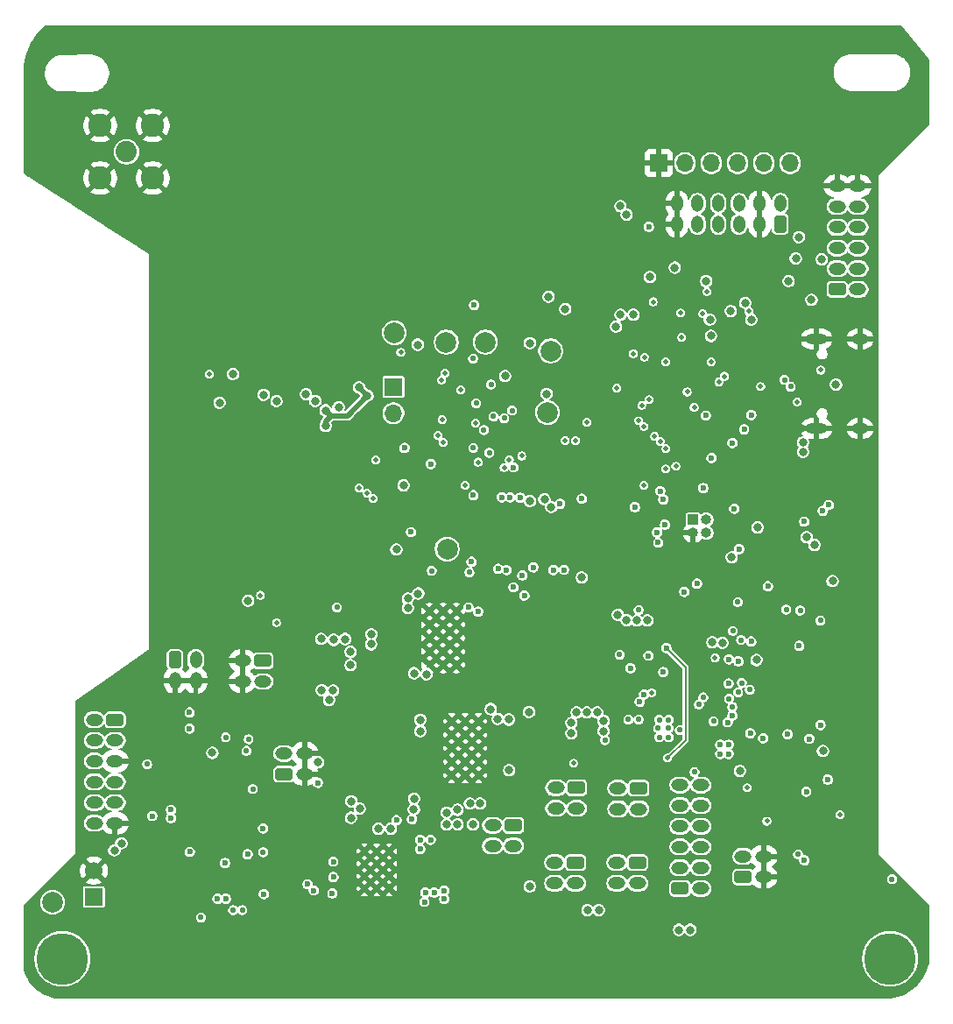
<source format=gbr>
%TF.GenerationSoftware,KiCad,Pcbnew,9.0.0*%
%TF.CreationDate,2025-08-27T01:06:40-07:00*%
%TF.ProjectId,FC_v5d,46435f76-3564-42e6-9b69-6361645f7063,rev?*%
%TF.SameCoordinates,Original*%
%TF.FileFunction,Copper,L2,Inr*%
%TF.FilePolarity,Positive*%
%FSLAX46Y46*%
G04 Gerber Fmt 4.6, Leading zero omitted, Abs format (unit mm)*
G04 Created by KiCad (PCBNEW 9.0.0) date 2025-08-27 01:06:40*
%MOMM*%
%LPD*%
G01*
G04 APERTURE LIST*
G04 Aperture macros list*
%AMRoundRect*
0 Rectangle with rounded corners*
0 $1 Rounding radius*
0 $2 $3 $4 $5 $6 $7 $8 $9 X,Y pos of 4 corners*
0 Add a 4 corners polygon primitive as box body*
4,1,4,$2,$3,$4,$5,$6,$7,$8,$9,$2,$3,0*
0 Add four circle primitives for the rounded corners*
1,1,$1+$1,$2,$3*
1,1,$1+$1,$4,$5*
1,1,$1+$1,$6,$7*
1,1,$1+$1,$8,$9*
0 Add four rect primitives between the rounded corners*
20,1,$1+$1,$2,$3,$4,$5,0*
20,1,$1+$1,$4,$5,$6,$7,0*
20,1,$1+$1,$6,$7,$8,$9,0*
20,1,$1+$1,$8,$9,$2,$3,0*%
G04 Aperture macros list end*
%TA.AperFunction,ComponentPad*%
%ADD10RoundRect,0.250000X-0.350000X-0.575000X0.350000X-0.575000X0.350000X0.575000X-0.350000X0.575000X0*%
%TD*%
%TA.AperFunction,ComponentPad*%
%ADD11O,1.200000X1.650000*%
%TD*%
%TA.AperFunction,ComponentPad*%
%ADD12C,2.050000*%
%TD*%
%TA.AperFunction,ComponentPad*%
%ADD13C,2.250000*%
%TD*%
%TA.AperFunction,ComponentPad*%
%ADD14C,2.000000*%
%TD*%
%TA.AperFunction,ComponentPad*%
%ADD15C,5.000000*%
%TD*%
%TA.AperFunction,ComponentPad*%
%ADD16RoundRect,0.250000X-0.575000X0.350000X-0.575000X-0.350000X0.575000X-0.350000X0.575000X0.350000X0*%
%TD*%
%TA.AperFunction,ComponentPad*%
%ADD17O,1.650000X1.200000*%
%TD*%
%TA.AperFunction,ComponentPad*%
%ADD18RoundRect,0.250000X0.575000X-0.350000X0.575000X0.350000X-0.575000X0.350000X-0.575000X-0.350000X0*%
%TD*%
%TA.AperFunction,ComponentPad*%
%ADD19C,0.600000*%
%TD*%
%TA.AperFunction,ComponentPad*%
%ADD20R,1.700000X1.700000*%
%TD*%
%TA.AperFunction,ComponentPad*%
%ADD21C,1.700000*%
%TD*%
%TA.AperFunction,ComponentPad*%
%ADD22R,1.000000X1.000000*%
%TD*%
%TA.AperFunction,ComponentPad*%
%ADD23O,1.000000X1.000000*%
%TD*%
%TA.AperFunction,ComponentPad*%
%ADD24RoundRect,0.250000X0.350000X0.575000X-0.350000X0.575000X-0.350000X-0.575000X0.350000X-0.575000X0*%
%TD*%
%TA.AperFunction,ComponentPad*%
%ADD25O,1.700000X1.700000*%
%TD*%
%TA.AperFunction,ComponentPad*%
%ADD26C,0.500000*%
%TD*%
%TA.AperFunction,ComponentPad*%
%ADD27O,1.600000X1.000000*%
%TD*%
%TA.AperFunction,ComponentPad*%
%ADD28O,2.100000X1.000000*%
%TD*%
%TA.AperFunction,ViaPad*%
%ADD29C,0.800000*%
%TD*%
%TA.AperFunction,ViaPad*%
%ADD30C,0.560000*%
%TD*%
%TA.AperFunction,ViaPad*%
%ADD31C,0.600000*%
%TD*%
%TA.AperFunction,ViaPad*%
%ADD32C,0.460000*%
%TD*%
%TA.AperFunction,Conductor*%
%ADD33C,0.400000*%
%TD*%
%TA.AperFunction,Conductor*%
%ADD34C,0.152400*%
%TD*%
%TA.AperFunction,Conductor*%
%ADD35C,0.500000*%
%TD*%
G04 APERTURE END LIST*
D10*
%TO.N,Heater Output*%
%TO.C,J21*%
X158200000Y-109100000D03*
D11*
%TO.N,GND*%
X158200000Y-111100001D03*
%TO.N,Heater Output*%
X160200001Y-109100000D03*
%TO.N,GND*%
X160200000Y-111100000D03*
%TD*%
D12*
%TO.N,/RF1_ANT*%
%TO.C,J6*%
X153500000Y-60000000D03*
D13*
%TO.N,GND*%
X150960000Y-57460000D03*
X150960000Y-62540000D03*
X156040000Y-57460000D03*
X156040000Y-62540000D03*
%TD*%
D14*
%TO.N,Net-(IC3-EVI)*%
%TO.C,TP6*%
X179400000Y-77500000D03*
%TD*%
D15*
%TO.N,N/C*%
%TO.C,H2*%
X227300000Y-138000000D03*
%TD*%
D16*
%TO.N,/Power Systems/IN_RBF*%
%TO.C,J20*%
X190900000Y-125100000D03*
D17*
%TO.N,VBUSP*%
X188899999Y-125100000D03*
%TO.N,/Power Systems/IN_RBF*%
X190900000Y-127100001D03*
%TO.N,VBUSP*%
X188900000Y-127100000D03*
%TD*%
D15*
%TO.N,N/C*%
%TO.C,H1*%
X147300000Y-138000000D03*
%TD*%
D16*
%TO.N,/Power Systems/V_SYS*%
%TO.C,J7*%
X203000000Y-121525001D03*
D17*
%TO.N,/Power Systems/INHIB_2*%
X200999999Y-121525001D03*
%TO.N,/Power Systems/V_SYS*%
X203000000Y-123525002D03*
%TO.N,/Power Systems/INHIB_2*%
X201000000Y-123525001D03*
%TD*%
D16*
%TO.N,VSOLAR*%
%TO.C,J17*%
X152400000Y-114899999D03*
D17*
%TO.N,F4_SDA*%
X150399999Y-114899999D03*
%TO.N,VSOLAR*%
X152400000Y-116900000D03*
%TO.N,F4_PWR*%
X150400000Y-116899999D03*
%TO.N,GND*%
X152400000Y-118899999D03*
%TO.N,F4_SCL*%
X150400000Y-118900000D03*
%TO.N,VSOLAR*%
X152400000Y-120899999D03*
%TO.N,F5_SDA*%
X150400000Y-120899999D03*
%TO.N,VSOLAR*%
X152400000Y-122899999D03*
%TO.N,F5_PWR*%
X150400000Y-122899999D03*
%TO.N,GND*%
X152400000Y-124899999D03*
%TO.N,F5_SCL*%
X150400000Y-124899999D03*
%TD*%
D14*
%TO.N,+5V*%
%TO.C,TP5*%
X184500000Y-98400000D03*
%TD*%
D16*
%TO.N,/Power Systems/INHIB_2*%
%TO.C,J10*%
X197000000Y-121475001D03*
D17*
%TO.N,/Power Systems/IN_RBF*%
X194999999Y-121475001D03*
%TO.N,/Power Systems/INHIB_2*%
X197000000Y-123475002D03*
%TO.N,/Power Systems/IN_RBF*%
X195000000Y-123475001D03*
%TD*%
D18*
%TO.N,/Power Systems/B-*%
%TO.C,J19*%
X213100000Y-130100001D03*
D17*
%TO.N,GND*%
X215100001Y-130100001D03*
%TO.N,/Power Systems/B-*%
X213100000Y-128100000D03*
%TO.N,GND*%
X215100000Y-128100001D03*
%TD*%
D16*
%TO.N,/Power Systems/V_SYS*%
%TO.C,J8*%
X202900000Y-128700000D03*
D17*
%TO.N,/Power Systems/INHIB_1*%
X200899999Y-128700000D03*
%TO.N,/Power Systems/V_SYS*%
X202900000Y-130700001D03*
%TO.N,/Power Systems/INHIB_1*%
X200900000Y-130700000D03*
%TD*%
D14*
%TO.N,FC_RESET*%
%TO.C,TP2*%
X194200000Y-85200000D03*
%TD*%
%TO.N,RF1_IO0*%
%TO.C,TP8*%
X188200000Y-78400000D03*
%TD*%
%TO.N,3.3V*%
%TO.C,TP3*%
X146350000Y-132550000D03*
%TD*%
D19*
%TO.N,GND*%
%TO.C,U18*%
X206080680Y-83474776D03*
X205108408Y-84447048D03*
X204136136Y-85419320D03*
X207052952Y-84447048D03*
X206080680Y-85419320D03*
X205108408Y-86391592D03*
X208025224Y-85419320D03*
X207052952Y-86391592D03*
X206080680Y-87363864D03*
%TD*%
D16*
%TO.N,/Power Systems/INHIB_1*%
%TO.C,J29*%
X196900000Y-128700001D03*
D17*
%TO.N,/Power Systems/IN_RBF*%
X194899999Y-128700001D03*
%TO.N,/Power Systems/INHIB_1*%
X196900000Y-130700002D03*
%TO.N,/Power Systems/IN_RBF*%
X194900000Y-130700001D03*
%TD*%
D18*
%TO.N,DEPLOY1_AUX*%
%TO.C,J23*%
X168725000Y-120150000D03*
D17*
%TO.N,GND*%
X170725001Y-120150000D03*
%TO.N,DEPLOY1_AUX*%
X168725000Y-118149999D03*
%TO.N,GND*%
X170725000Y-118150000D03*
%TD*%
D20*
%TO.N,WDT_DISABLE*%
%TO.C,J4*%
X150350000Y-132025000D03*
D21*
%TO.N,GND*%
X150350000Y-129485000D03*
%TD*%
D14*
%TO.N,RF1_IO4*%
%TO.C,TP7*%
X184400000Y-78400000D03*
%TD*%
D22*
%TO.N,FC_RESET*%
%TO.C,J22*%
X208275000Y-95550000D03*
D23*
%TO.N,SWCLK*%
X209545000Y-95550000D03*
%TO.N,GND*%
X208275000Y-96820000D03*
%TO.N,SWDIO*%
X209545000Y-96820000D03*
%TD*%
D14*
%TO.N,USBBOOT*%
%TO.C,TP1*%
X194500000Y-79250000D03*
%TD*%
D16*
%TO.N,DEPLOY2*%
%TO.C,J24*%
X166700000Y-109200000D03*
D17*
%TO.N,GND*%
X164699999Y-109200000D03*
%TO.N,DEPLOY2*%
X166700000Y-111200001D03*
%TO.N,GND*%
X164700000Y-111200000D03*
%TD*%
D18*
%TO.N,USBBOOT*%
%TO.C,J16*%
X222200001Y-73300000D03*
D17*
%TO.N,FC_RESET*%
X224200001Y-73300000D03*
%TO.N,USB_D+*%
X222200001Y-71300000D03*
%TO.N,USB_D-*%
X224200001Y-71300000D03*
%TO.N,SDA_Top*%
X222200001Y-69300000D03*
%TO.N,3.3V*%
X224200001Y-69300000D03*
%TO.N,SCL_Top*%
X222200001Y-67300000D03*
%TO.N,Dir_Chrg_In*%
X224200001Y-67300000D03*
%TO.N,WDT_DISABLE*%
X222200001Y-65300000D03*
%TO.N,DEPLOY1*%
X224200001Y-65300000D03*
%TO.N,GND*%
X222200001Y-63300000D03*
X224200001Y-63300000D03*
%TD*%
D18*
%TO.N,Dir_Chrg_In*%
%TO.C,J14*%
X206999999Y-131200000D03*
D17*
%TO.N,/Power Systems/B-*%
X209000000Y-131200000D03*
%TO.N,Dir_Chrg_In*%
X206999999Y-129199999D03*
%TO.N,/Power Systems/B-*%
X208999999Y-129200000D03*
%TO.N,Dir_Chrg_In*%
X206999999Y-127200000D03*
%TO.N,/Power Systems/B-*%
X208999999Y-127199999D03*
%TO.N,Dir_Chrg_In*%
X206999999Y-125200000D03*
%TO.N,/Power Systems/B-*%
X208999999Y-125200000D03*
%TO.N,Dir_Chrg_In*%
X206999999Y-123200000D03*
%TO.N,BATT_SDA*%
X208999999Y-123200000D03*
%TO.N,3.3V*%
X206999999Y-121200000D03*
%TO.N,BATT_SCL*%
X208999999Y-121200000D03*
%TD*%
D24*
%TO.N,PAYLOAD_PWR*%
%TO.C,J18*%
X216700000Y-67000000D03*
D11*
X216700000Y-65000000D03*
%TO.N,GND*%
X214700000Y-67000000D03*
X214700000Y-65000000D03*
%TO.N,TX0*%
X212700000Y-67000000D03*
%TO.N,RX0*%
X212700000Y-65000000D03*
%TO.N,PAYLOAD_BATT*%
X210700000Y-67000000D03*
X210700000Y-65000000D03*
%TO.N,TX1*%
X208700000Y-67000000D03*
%TO.N,RX1*%
X208700000Y-65000000D03*
%TO.N,GND*%
X206700000Y-67000000D03*
X206700000Y-65000000D03*
%TD*%
D20*
%TO.N,GND*%
%TO.C,J3*%
X204950000Y-61100000D03*
D25*
%TO.N,SCL1*%
X207490000Y-61100000D03*
%TO.N,SDA1*%
X210029999Y-61100000D03*
%TO.N,RX0*%
X212570000Y-61100000D03*
%TO.N,TX0*%
X215110000Y-61100000D03*
%TO.N,3.3V*%
X217650000Y-61100000D03*
%TD*%
D20*
%TO.N,3.3V*%
%TO.C,J1*%
X179300000Y-82725000D03*
D25*
%TO.N,Net-(D5-A)*%
X179300000Y-85265000D03*
%TD*%
D19*
%TO.N,GND*%
%TO.C,U13*%
X185400000Y-109600000D03*
X185400000Y-108300000D03*
X185400000Y-107000000D03*
X185400000Y-105700000D03*
X185400000Y-104400000D03*
X184100000Y-109600000D03*
X184100000Y-108300000D03*
X184100000Y-107000000D03*
X184100000Y-105700000D03*
X184100000Y-104400000D03*
X182800000Y-109600000D03*
X182800000Y-108300000D03*
X182800000Y-107000000D03*
X182800000Y-105700000D03*
X182800000Y-104400000D03*
%TD*%
D26*
%TO.N,GND*%
%TO.C,U6*%
X176500000Y-131200000D03*
X177700000Y-131200000D03*
X178900000Y-131200000D03*
X176500000Y-130000000D03*
X177700000Y-130000000D03*
X178900000Y-130000000D03*
X176500000Y-128800000D03*
X177700000Y-128800000D03*
X178900000Y-128800000D03*
X177700000Y-127620000D03*
X176500000Y-127600000D03*
X178900000Y-127600000D03*
%TD*%
D19*
%TO.N,GND*%
%TO.C,U10*%
X187531250Y-120250000D03*
X187531250Y-118950000D03*
X187531250Y-117650000D03*
X187531250Y-116350000D03*
X187531250Y-115050000D03*
X186231250Y-120250000D03*
X186231250Y-118950000D03*
X186231250Y-117650000D03*
X186231250Y-116350000D03*
X186231250Y-115050000D03*
X184931250Y-120250000D03*
X184931250Y-118950000D03*
X184931250Y-117650000D03*
X184931250Y-116350000D03*
X184931250Y-115050000D03*
%TD*%
D27*
%TO.N,GND*%
%TO.C,J12*%
X224400000Y-78100000D03*
D28*
X220220000Y-78100000D03*
D27*
X224400000Y-86740000D03*
D28*
X220220000Y-86740000D03*
%TD*%
D29*
%TO.N,GND*%
X158000000Y-106000000D03*
D30*
X190750000Y-82500000D03*
X213094998Y-117300000D03*
D29*
X158000000Y-99000000D03*
D31*
X222000000Y-98800000D03*
D29*
X176900000Y-103500000D03*
D31*
X210289589Y-73203238D03*
D32*
X215000000Y-85505000D03*
D30*
X227600000Y-131800000D03*
D32*
X216500000Y-86700000D03*
D31*
X159110000Y-58990000D03*
D29*
X196200000Y-58800000D03*
D30*
X204500000Y-117974998D03*
D32*
X197800000Y-89700000D03*
D29*
X162000000Y-99000000D03*
X168000000Y-99000000D03*
X216900000Y-74100000D03*
X167000000Y-88000000D03*
D32*
X200400000Y-93500000D03*
D29*
X213775001Y-72200001D03*
D32*
X199500000Y-93500000D03*
X195169998Y-116600000D03*
D31*
X156750000Y-132050000D03*
D32*
X217660190Y-79598854D03*
D30*
X203500000Y-117974998D03*
D31*
X164430000Y-59240000D03*
D32*
X198600000Y-87900000D03*
D30*
X216300000Y-111800000D03*
D32*
X193000000Y-83300000D03*
D29*
X156300000Y-100000000D03*
D31*
X195875000Y-89000000D03*
D29*
X170000000Y-99000000D03*
X181000000Y-98000000D03*
D31*
X193100000Y-87100000D03*
X187400000Y-111400000D03*
X173000000Y-100000000D03*
D30*
X213500000Y-125100000D03*
D31*
X169700000Y-132650000D03*
D29*
X156300000Y-87500000D03*
D32*
X205012847Y-77445033D03*
X202125000Y-92950000D03*
D31*
X158100000Y-60800000D03*
D32*
X212400000Y-83500000D03*
D31*
X204753058Y-62953058D03*
D29*
X218750000Y-86750000D03*
X156300000Y-90000000D03*
D31*
X218892933Y-114281970D03*
D29*
X219940393Y-122569657D03*
D31*
X172300000Y-101200000D03*
D29*
X213100000Y-97500000D03*
X162300000Y-119600000D03*
D32*
X211300000Y-77900000D03*
X197800000Y-92000000D03*
D29*
X218928146Y-63071852D03*
D31*
X193500000Y-100600000D03*
X163700000Y-102800000D03*
X172477500Y-68150000D03*
D32*
X211600000Y-85474739D03*
D29*
X160000000Y-99000000D03*
X167000000Y-76400000D03*
X161000000Y-88000000D03*
D31*
X212500000Y-121000000D03*
D29*
X162800000Y-62000000D03*
D32*
X201400000Y-93300000D03*
X198600000Y-93500000D03*
D31*
X200132902Y-114143298D03*
X156500000Y-119000000D03*
X164550000Y-61340000D03*
X203465669Y-95249201D03*
X156950000Y-124300000D03*
X184800000Y-133700000D03*
D29*
X162300000Y-106200000D03*
D31*
X182071558Y-86802713D03*
X158020000Y-58980000D03*
X225870000Y-119500000D03*
D29*
X179000000Y-102000000D03*
D32*
X202039699Y-80060301D03*
X197800000Y-90900000D03*
X156700000Y-69500000D03*
D29*
X183850000Y-120748959D03*
X192794358Y-134217500D03*
D31*
X209751706Y-108402631D03*
D29*
X183075000Y-125500000D03*
X165000000Y-106000000D03*
X164000000Y-99000000D03*
D30*
X210100000Y-99000000D03*
D31*
X164510000Y-60360000D03*
X222000000Y-97900000D03*
D29*
X175800000Y-65300000D03*
D31*
X215250000Y-95500000D03*
D30*
X206756500Y-91200000D03*
D29*
X169000000Y-99000000D03*
X170000000Y-88000000D03*
D32*
X190750000Y-86500000D03*
X195200000Y-83400000D03*
X200235675Y-81306200D03*
D29*
X213100000Y-101400000D03*
D31*
X202000000Y-63750000D03*
D29*
X161000000Y-106000000D03*
D32*
X194206250Y-114850000D03*
D29*
X169000000Y-88000000D03*
X172450000Y-62450000D03*
X173400000Y-120950000D03*
X215000000Y-106900000D03*
D31*
X225870000Y-127687314D03*
D32*
X182400000Y-81306200D03*
D29*
X163000000Y-99000000D03*
D31*
X179000000Y-88500000D03*
D29*
X166000000Y-99000000D03*
D32*
X211200000Y-91400000D03*
D29*
X156300000Y-82500000D03*
D32*
X196565421Y-118253866D03*
D29*
X163750000Y-84250000D03*
D31*
X185700000Y-127500000D03*
D32*
X185800000Y-82100000D03*
D29*
X184700000Y-83200000D03*
X154599000Y-118800000D03*
X156300000Y-80000000D03*
X208235687Y-77008020D03*
X215475001Y-69200001D03*
D32*
X212954998Y-106300000D03*
D29*
X190575000Y-87500000D03*
D32*
X201875601Y-88737962D03*
D29*
X160000000Y-106000000D03*
D32*
X195130543Y-118750707D03*
D29*
X171500000Y-99500000D03*
D31*
X166625000Y-128800000D03*
D29*
X160000000Y-88000000D03*
X156300000Y-92500000D03*
X156300000Y-106000000D03*
X211200000Y-71000000D03*
X159000000Y-88000000D03*
X165000000Y-88000000D03*
D31*
X162580000Y-58200000D03*
D30*
X189750000Y-82500000D03*
D29*
X162000000Y-88000000D03*
D31*
X201750000Y-68750000D03*
D32*
X211600000Y-84300000D03*
X199000000Y-86800000D03*
D30*
X211000000Y-119200000D03*
D29*
X164000000Y-88000000D03*
X166000000Y-88000000D03*
X166000000Y-106000000D03*
D31*
X154500000Y-125200000D03*
D29*
X198000000Y-132100000D03*
D32*
X199700000Y-87900000D03*
X195089667Y-115541583D03*
D31*
X163750000Y-124600000D03*
X161280000Y-58230000D03*
D29*
X162900000Y-72300000D03*
D31*
X225870000Y-113500000D03*
X184200000Y-127500000D03*
D29*
X168000000Y-88000000D03*
D31*
X163890000Y-58230000D03*
X222200000Y-125200000D03*
D29*
X167000000Y-68000000D03*
D31*
X158400000Y-116500000D03*
D29*
X159000000Y-99000000D03*
X167000000Y-106000000D03*
D31*
X197000000Y-99000000D03*
X200500000Y-68250000D03*
X170400000Y-123200000D03*
D29*
X165000000Y-99000000D03*
X173000000Y-88000000D03*
X172000000Y-88000000D03*
X156300000Y-97500000D03*
D31*
X179000000Y-87100000D03*
D29*
X189717622Y-108329765D03*
X156300000Y-102500000D03*
D32*
X202931456Y-91006456D03*
D29*
X156300000Y-85000000D03*
X170250000Y-84250000D03*
D31*
X159130000Y-60800000D03*
D29*
X171000000Y-88000000D03*
D31*
X160210000Y-58640000D03*
D32*
X202600000Y-85300000D03*
D31*
X179000000Y-89700000D03*
D29*
X163000000Y-88000000D03*
D30*
X217090044Y-125882120D03*
D29*
X156300000Y-95000000D03*
X163800000Y-62000000D03*
X219500000Y-121000000D03*
X159000000Y-106000000D03*
D31*
X160900000Y-116400000D03*
D29*
X161000000Y-99000000D03*
D30*
X161100000Y-122300000D03*
D29*
X185900000Y-97400000D03*
D31*
X217300000Y-111815000D03*
D29*
X167000000Y-99000000D03*
D32*
X197800000Y-88500000D03*
D29*
X158000000Y-88000000D03*
X222250000Y-93250000D03*
D31*
X194700000Y-87200000D03*
D29*
X181000000Y-99000000D03*
X171200000Y-72400000D03*
%TO.N,3.3V*%
X176790646Y-83584354D03*
D32*
X214800000Y-82700000D03*
D29*
X221750000Y-101500000D03*
X177850000Y-125425000D03*
D31*
X180379958Y-88620042D03*
D32*
X203523439Y-86537789D03*
D29*
X172750000Y-86500000D03*
D32*
X210000000Y-80300000D03*
X195900000Y-87900000D03*
X210400000Y-108900000D03*
D31*
X204783096Y-96790184D03*
D29*
X181300000Y-122525000D03*
X195900000Y-75200000D03*
D32*
X205600000Y-80300000D03*
X190503847Y-89776153D03*
D29*
X220700000Y-70400000D03*
X176038729Y-123486271D03*
D31*
X209500000Y-85500000D03*
D29*
X161800000Y-118100000D03*
X214400000Y-109125000D03*
X218500000Y-68250000D03*
D31*
X205536639Y-96036639D03*
D30*
X227500000Y-130300000D03*
D29*
X190476868Y-119782232D03*
D32*
X183996906Y-85899708D03*
D30*
X187000000Y-80000000D03*
D29*
X177175000Y-106650000D03*
X214500000Y-96300000D03*
D32*
X207699377Y-83213226D03*
X222457938Y-124057938D03*
D29*
X212000000Y-99200000D03*
D31*
X213200000Y-86835000D03*
D30*
X165700000Y-121600000D03*
X212585000Y-103515000D03*
D29*
X190100000Y-81676200D03*
D32*
X185790406Y-82998319D03*
D29*
X179050000Y-125425000D03*
D30*
X190781000Y-85000000D03*
D29*
X194100000Y-83400000D03*
X181275000Y-123550000D03*
D30*
X188739997Y-82500000D03*
D29*
X209525000Y-72497633D03*
D30*
X155500000Y-119200000D03*
D32*
X187484350Y-89999341D03*
D29*
X200816637Y-76900000D03*
D30*
X208409521Y-119948426D03*
D29*
X197501000Y-101150000D03*
X217500000Y-72500000D03*
D32*
X196700000Y-119100000D03*
D29*
X212798167Y-119850496D03*
X194300000Y-74000000D03*
D32*
X205622357Y-90661768D03*
X191700000Y-89400000D03*
D31*
X210042612Y-89601104D03*
X192825001Y-100163392D03*
D32*
X215400000Y-124700000D03*
D30*
X213750000Y-112000000D03*
D31*
X202215196Y-109919695D03*
D32*
X203300000Y-84512280D03*
D30*
X218630069Y-104343071D03*
D32*
X198000000Y-86148548D03*
D30*
X163100000Y-116600000D03*
D29*
X192403146Y-114146854D03*
D31*
X212250000Y-94500000D03*
D29*
X181650000Y-78650000D03*
D31*
X156000000Y-124200000D03*
D32*
X209600000Y-73500000D03*
D30*
X203000000Y-104300000D03*
X199745001Y-116867972D03*
D29*
X190454329Y-114881530D03*
X213300000Y-74600000D03*
D31*
X215037340Y-116684625D03*
X213900000Y-85435000D03*
D30*
X188045000Y-86900000D03*
D29*
X175225000Y-122775000D03*
X175978146Y-82771854D03*
D30*
X220580000Y-105310278D03*
D29*
X175200000Y-124375000D03*
X172750000Y-85000000D03*
X193898145Y-93583412D03*
X177150000Y-107600000D03*
%TO.N,VBUS*%
X198050000Y-133300000D03*
X218900000Y-88100000D03*
X199150000Y-133300000D03*
X218900000Y-89000000D03*
%TO.N,VBUSP*%
X181700000Y-102700000D03*
X184450000Y-123875000D03*
X181900000Y-114900000D03*
X182500000Y-110500000D03*
X185500000Y-123600000D03*
D30*
X163800000Y-133300000D03*
X160700000Y-134000000D03*
D29*
X181900000Y-116000000D03*
D30*
X166700000Y-127700000D03*
X164700000Y-133300000D03*
D29*
X184450000Y-125000000D03*
X187000000Y-125000000D03*
X180700000Y-103200000D03*
X180700000Y-104100000D03*
X185500000Y-125000000D03*
X181300000Y-110400000D03*
%TO.N,RF_VCC*%
X163800000Y-81475000D03*
X179586954Y-98451376D03*
D32*
X161500000Y-81504000D03*
D29*
%TO.N,SDA1*%
X202500000Y-75750000D03*
X201841014Y-66082053D03*
D32*
X203555768Y-79844232D03*
D30*
X187300000Y-84300000D03*
D31*
X195791942Y-100408058D03*
D30*
X190000000Y-85750000D03*
X188568321Y-89102111D03*
D31*
%TO.N,SCL1*%
X194767551Y-100416081D03*
D32*
X187225000Y-86225000D03*
D29*
X201250000Y-75750000D03*
X201250000Y-65250000D03*
D32*
X202500000Y-79504340D03*
D30*
X187010323Y-88620291D03*
D31*
%TO.N,SDA0*%
X207398799Y-102533310D03*
X211700000Y-111400000D03*
D30*
X206981000Y-115900000D03*
D32*
X204260616Y-112270000D03*
D31*
%TO.N,SCL0*%
X205686369Y-107965102D03*
D32*
X205800000Y-118600000D03*
D31*
X208648799Y-101750000D03*
D29*
%TO.N,Net-(D12-K)*%
X210119620Y-107426200D03*
X211103739Y-107462333D03*
D31*
%TO.N,/Power Systems/V_SYS*%
X211700000Y-117300000D03*
X210900000Y-118200000D03*
X210900000Y-117300000D03*
X211700000Y-118200000D03*
%TO.N,F1_PWR*%
X219000000Y-95750000D03*
D29*
%TO.N,FC_RESET*%
X222082500Y-82500000D03*
D32*
X203531500Y-92241471D03*
X196900000Y-87900000D03*
%TO.N,SWCLK*%
X204553938Y-87494081D03*
%TO.N,SWDIO*%
X205100000Y-88000000D03*
D29*
%TO.N,WDT_WDI*%
X172000000Y-119000000D03*
X173086937Y-113000000D03*
D31*
X172000000Y-121000000D03*
%TO.N,RF1_IO4*%
X187100000Y-74800000D03*
D32*
%TO.N,RTC_INT*%
X184100000Y-88100000D03*
D31*
X209250000Y-92500000D03*
D29*
X200989950Y-104750000D03*
D31*
X212068269Y-88153399D03*
%TO.N,F2_PWR*%
X219215394Y-121853817D03*
%TO.N,F3_PWR*%
X217400000Y-116300000D03*
D30*
%TO.N,USB_D-*%
X217700000Y-82700000D03*
%TO.N,USB_D+*%
X217100000Y-82040685D03*
D32*
%TO.N,Net-(IC3-EVI)*%
X183600000Y-87430003D03*
D31*
%TO.N,Net-(U1B-+)*%
X166775000Y-131754785D03*
X165200000Y-127900000D03*
D29*
%TO.N,WDT_DISABLE*%
X153000000Y-126850000D03*
X152325000Y-127525000D03*
D31*
%TO.N,Net-(U1B--)*%
X159616920Y-127666920D03*
X163029442Y-128745558D03*
%TO.N,Net-(R31-Pad1)*%
X157800000Y-124400000D03*
X157800000Y-123600000D03*
X162300000Y-132200000D03*
X163100000Y-132200000D03*
D29*
%TO.N,USBBOOT*%
X219709427Y-74306969D03*
D32*
X204406200Y-74500000D03*
D30*
%TO.N,Dir_Chrg_In*%
X205900000Y-116600000D03*
X204900000Y-115700000D03*
X205900000Y-114900000D03*
X205000000Y-116600000D03*
D29*
X208000000Y-135211000D03*
D30*
X205900000Y-115700000D03*
D29*
X206900000Y-135211000D03*
D30*
X203000000Y-114879002D03*
X205000000Y-114900000D03*
D29*
%TO.N,/Power Systems/VBATT_SENSE*%
X202850000Y-105300000D03*
X198000000Y-114200000D03*
D30*
X202000000Y-114879002D03*
D29*
X199600000Y-115000000D03*
X196500000Y-115200000D03*
X197000000Y-114200000D03*
X196500000Y-116200000D03*
X201840903Y-105275247D03*
X199600000Y-116000000D03*
X199000000Y-114200000D03*
X203850000Y-105300000D03*
%TO.N,RF2_RX_EN*%
X174000000Y-84676200D03*
X162500000Y-84250000D03*
D32*
%TO.N,RF2_RST*%
X205650000Y-88700000D03*
D29*
X192500000Y-93750000D03*
X165250000Y-103400000D03*
X180286954Y-92230662D03*
D31*
%TO.N,RF2_IO0*%
X187032435Y-93189525D03*
D32*
X166450000Y-102870000D03*
X168000000Y-105493500D03*
D31*
X181000000Y-96763500D03*
D30*
%TO.N,~{CHARGE}*%
X201165651Y-108600000D03*
D31*
%TO.N,F0_SCL*%
X218525000Y-107750000D03*
D29*
%TO.N,F1_SDA*%
X219250000Y-97250000D03*
D30*
%TO.N,F0_SDA*%
X217265002Y-104251000D03*
D29*
%TO.N,F1_SCL*%
X220000000Y-98000000D03*
D31*
%TO.N,F2_SDA*%
X221287800Y-120680331D03*
%TO.N,F3_SCL*%
X219500000Y-116750000D03*
%TO.N,F3_SDA*%
X220594669Y-115405331D03*
D29*
%TO.N,F2_SCL*%
X220825000Y-117925000D03*
D31*
%TO.N,~{MUX_RESET}*%
X215500000Y-102000000D03*
%TO.N,F4_SCL*%
X212064775Y-114488217D03*
X203531195Y-112448283D03*
%TO.N,F4_SDA*%
X211600444Y-115139677D03*
X203100000Y-113159949D03*
%TO.N,VSOLAR*%
X211731000Y-109053150D03*
D30*
X210250000Y-115039899D03*
D31*
X205379783Y-110289225D03*
X212650000Y-109250000D03*
D32*
%TO.N,Net-(J12-CC1)*%
X220600000Y-81100000D03*
%TO.N,Net-(J12-CC2)*%
X218330202Y-84170000D03*
%TO.N,SPI1_CS0*%
X180013282Y-79400000D03*
X204019899Y-83968041D03*
D29*
%TO.N,SPI1_MOSI*%
X171750000Y-84089700D03*
D31*
X205100000Y-92800000D03*
D32*
X206600000Y-90400000D03*
D29*
X168000000Y-84089700D03*
%TO.N,SPI1_SCK*%
X170854812Y-83426200D03*
X166750000Y-83500000D03*
D31*
X202650000Y-94350000D03*
D29*
%TO.N,SPI1_MISO*%
X194556067Y-94336501D03*
D31*
%TO.N,SPI1_CS1*%
X197504957Y-93536500D03*
D32*
X203000000Y-85975000D03*
D31*
%TO.N,FACE0_ENABLE*%
X203959106Y-108711953D03*
X191954834Y-102885060D03*
X213893112Y-107334780D03*
X190900000Y-102100000D03*
%TO.N,FACE1_ENABLE*%
X204900000Y-97766200D03*
X212725000Y-98400000D03*
%TO.N,FACE2_ENABLE*%
X189432989Y-100312209D03*
D32*
X213493213Y-121478398D03*
D31*
%TO.N,FACE4_ENABLE*%
X159600000Y-114200000D03*
X186850000Y-99625000D03*
X159600000Y-115750000D03*
%TO.N,FACE3_ENABLE*%
X190225000Y-100425000D03*
X213800000Y-116200000D03*
D29*
%TO.N,PAYLOAD_PWR_ENABLE*%
X192494444Y-78494444D03*
D31*
%TO.N,Heater Output*%
X179600000Y-124600002D03*
X181100000Y-124500000D03*
%TO.N,PAYLOAD_PWR*%
X204000000Y-67250000D03*
%TO.N,~{GPIO_EXPANDER_RESET}*%
X195400000Y-94023800D03*
X205400000Y-93600000D03*
%TO.N,/Power Systems/Load Switches/Deploy1_EN*%
X221376200Y-94134887D03*
X173400000Y-131682500D03*
X219016956Y-128493094D03*
%TO.N,READONLY*%
X191768985Y-100947270D03*
X182925000Y-90181000D03*
D32*
%TO.N,+1V1*%
X210750000Y-82250000D03*
X208373478Y-84699843D03*
X211300000Y-81700000D03*
D29*
%TO.N,/RP2350AHHHHHHHHH/FLASH_SS*%
X206500000Y-71200000D03*
%TO.N,/RP2350AHHHHHHHHH/QSPI_SD3*%
X210000000Y-77800000D03*
X211900000Y-75400000D03*
D32*
%TO.N,/RP2350AHHHHHHHHH/QSPI_SD1*%
X207171381Y-77947800D03*
%TO.N,/RP2350AHHHHHHHHH/QSPI_SCLK*%
X213678938Y-75423777D03*
%TO.N,/RP2350AHHHHHHHHH/QSPI_SD2*%
X207073609Y-75592087D03*
D29*
%TO.N,/RP2350AHHHHHHHHH/QSPI_SD0*%
X209900000Y-76223800D03*
X213900000Y-76223800D03*
D32*
%TO.N,RF2_IO1*%
X177340324Y-93500000D03*
X186224767Y-92224767D03*
%TO.N,RF2_IO2*%
X190001439Y-90519999D03*
X176750000Y-93000000D03*
%TO.N,RF2_IO3*%
X176000000Y-92500000D03*
X177600000Y-89784124D03*
D31*
%TO.N,Net-(U25-LATCH)*%
X184200000Y-131400000D03*
%TO.N,Net-(U25-SNS)*%
X184200000Y-132200000D03*
%TO.N,PAYLOAD_BATT_ENABLE*%
X189783285Y-93400166D03*
D29*
X192482500Y-131000000D03*
D31*
%TO.N,FIRE_DEPLOY1_A*%
X220800000Y-94700000D03*
D30*
X218415957Y-127900000D03*
D31*
X183250000Y-131600000D03*
%TO.N,FIRE_DEPLOY2_B*%
X190900000Y-90503924D03*
D29*
%TO.N,ENABLE_Heater*%
X188700000Y-113876200D03*
D31*
X173490397Y-128602722D03*
X191562475Y-93441925D03*
%TO.N,DEPLOY2*%
X181900000Y-126500000D03*
X182900000Y-126500000D03*
X181900000Y-127400000D03*
X166700000Y-125400000D03*
%TO.N,DEPLOY1_AUX*%
X182300000Y-132500000D03*
X171000000Y-130800000D03*
X182400000Y-131600000D03*
X171600000Y-131400000D03*
D29*
%TO.N,PAYLOAD_BATT*%
X218200000Y-70300000D03*
D31*
%TO.N,/Power Systems/Load Switches/Deploy2_EN*%
X190583248Y-93392237D03*
X173500000Y-130100000D03*
D29*
X189393855Y-114810632D03*
D31*
%TO.N,+5V*%
X186554337Y-104045663D03*
D29*
X173525000Y-107175000D03*
X172375000Y-112050000D03*
X175150000Y-109625000D03*
X173475000Y-112075000D03*
X172325000Y-107075000D03*
X174625000Y-107100000D03*
D31*
X187500000Y-104450000D03*
D29*
X175150000Y-108325000D03*
D32*
%TO.N,Net-(BT1-+-Pad1)*%
X183956736Y-82054699D03*
X184300000Y-81400000D03*
D29*
%TO.N,~{3v3_RESET}*%
X186700000Y-123000000D03*
X187674999Y-123000000D03*
D30*
%TO.N,F5_SDA*%
X208828898Y-113420000D03*
X165100000Y-117900000D03*
X212052299Y-113655496D03*
%TO.N,F5_SCL*%
X209250000Y-112731000D03*
X211750000Y-112863800D03*
X165302527Y-116776406D03*
%TO.N,FACE5_ENABLE*%
X186647622Y-100647622D03*
X183000000Y-100500000D03*
X173844313Y-104024313D03*
D32*
%TO.N,/RP2350AHHHHHHHHH/PSRAM_CS*%
X200907938Y-82847200D03*
X209198242Y-75636547D03*
D30*
%TO.N,Net-(U12A-SCL)*%
X212121086Y-106307794D03*
%TO.N,Net-(U12A-SDA)*%
X212900000Y-107200000D03*
%TO.N,SDA_Top*%
X212625070Y-112250000D03*
%TO.N,SCL_Top*%
X212975014Y-111342500D03*
D29*
%TO.N,TX0*%
X204100000Y-72100000D03*
D30*
%TO.N,Net-(U15-~{CS})*%
X188976706Y-85579566D03*
%TD*%
D33*
%TO.N,GND*%
X204708408Y-86391592D02*
X202362038Y-88737962D01*
D34*
X202719320Y-85419320D02*
X204136136Y-85419320D01*
D33*
X206005360Y-85344000D02*
X206080680Y-85419320D01*
X202600000Y-85300000D02*
X202644000Y-85344000D01*
X205108408Y-86391592D02*
X204708408Y-86391592D01*
X202362038Y-88737962D02*
X201875601Y-88737962D01*
D34*
X202600000Y-85300000D02*
X202719320Y-85419320D01*
D33*
X202644000Y-85344000D02*
X206005360Y-85344000D01*
D35*
%TO.N,3.3V*%
X173277200Y-85527200D02*
X174847800Y-85527200D01*
X176790646Y-83584354D02*
X175978146Y-82771854D01*
X174847800Y-85527200D02*
X176790646Y-83584354D01*
X172750000Y-86054400D02*
X173277200Y-85527200D01*
X172750000Y-86500000D02*
X172750000Y-86054400D01*
X172750000Y-85000000D02*
X173277200Y-85527200D01*
D34*
%TO.N,SCL0*%
X207538200Y-116861800D02*
X207538200Y-109816933D01*
X207538200Y-109816933D02*
X205686369Y-107965102D01*
X205800000Y-118600000D02*
X207538200Y-116861800D01*
%TD*%
%TA.AperFunction,Conductor*%
%TO.N,GND*%
G36*
X215350000Y-128957387D02*
G01*
X215350001Y-128957390D01*
X215350001Y-129753591D01*
X215264045Y-129703964D01*
X215155953Y-129675001D01*
X215044049Y-129675001D01*
X214935957Y-129703964D01*
X214850001Y-129753591D01*
X214850001Y-129242614D01*
X214850000Y-129242612D01*
X214850000Y-128446410D01*
X214935956Y-128496038D01*
X215044048Y-128525001D01*
X215155952Y-128525001D01*
X215264044Y-128496038D01*
X215350000Y-128446410D01*
X215350000Y-128957387D01*
G37*
%TD.AperFunction*%
%TA.AperFunction,Conductor*%
G36*
X170975000Y-119007386D02*
G01*
X170975001Y-119007389D01*
X170975001Y-119803590D01*
X170889045Y-119753963D01*
X170780953Y-119725000D01*
X170669049Y-119725000D01*
X170560957Y-119753963D01*
X170475001Y-119803590D01*
X170475001Y-119292613D01*
X170475000Y-119292611D01*
X170475000Y-118496409D01*
X170560956Y-118546037D01*
X170669048Y-118575000D01*
X170780952Y-118575000D01*
X170889044Y-118546037D01*
X170975000Y-118496409D01*
X170975000Y-119007386D01*
G37*
%TD.AperFunction*%
%TA.AperFunction,Conductor*%
G36*
X159803963Y-110935956D02*
G01*
X159775000Y-111044048D01*
X159775000Y-111155952D01*
X159803963Y-111264044D01*
X159853590Y-111350000D01*
X159342613Y-111350000D01*
X159342611Y-111350001D01*
X158546410Y-111350001D01*
X158596037Y-111264045D01*
X158625000Y-111155953D01*
X158625000Y-111044049D01*
X158596037Y-110935957D01*
X158546410Y-110850001D01*
X159057387Y-110850001D01*
X159057389Y-110850000D01*
X159853590Y-110850000D01*
X159803963Y-110935956D01*
G37*
%TD.AperFunction*%
%TA.AperFunction,Conductor*%
G36*
X164949999Y-110057386D02*
G01*
X164950000Y-110057389D01*
X164950000Y-110853590D01*
X164864044Y-110803963D01*
X164755952Y-110775000D01*
X164644048Y-110775000D01*
X164535956Y-110803963D01*
X164450000Y-110853590D01*
X164450000Y-110342613D01*
X164449999Y-110342611D01*
X164449999Y-109546409D01*
X164535955Y-109596037D01*
X164644047Y-109625000D01*
X164755951Y-109625000D01*
X164864043Y-109596037D01*
X164949999Y-109546409D01*
X164949999Y-110057386D01*
G37*
%TD.AperFunction*%
%TA.AperFunction,Conductor*%
G36*
X206950000Y-66653590D02*
G01*
X206864044Y-66603963D01*
X206755952Y-66575000D01*
X206644048Y-66575000D01*
X206535956Y-66603963D01*
X206450000Y-66653590D01*
X206450000Y-65346409D01*
X206535956Y-65396037D01*
X206644048Y-65425000D01*
X206755952Y-65425000D01*
X206864044Y-65396037D01*
X206950000Y-65346409D01*
X206950000Y-66653590D01*
G37*
%TD.AperFunction*%
%TA.AperFunction,Conductor*%
G36*
X214950000Y-66653590D02*
G01*
X214864044Y-66603963D01*
X214755952Y-66575000D01*
X214644048Y-66575000D01*
X214535956Y-66603963D01*
X214450000Y-66653590D01*
X214450000Y-65346409D01*
X214535956Y-65396037D01*
X214644048Y-65425000D01*
X214755952Y-65425000D01*
X214864044Y-65396037D01*
X214950000Y-65346409D01*
X214950000Y-66653590D01*
G37*
%TD.AperFunction*%
%TA.AperFunction,Conductor*%
G36*
X223803964Y-63135956D02*
G01*
X223775001Y-63244048D01*
X223775001Y-63355952D01*
X223803964Y-63464044D01*
X223853591Y-63550000D01*
X222546411Y-63550000D01*
X222596038Y-63464044D01*
X222625001Y-63355952D01*
X222625001Y-63244048D01*
X222596038Y-63135956D01*
X222546411Y-63050000D01*
X223853591Y-63050000D01*
X223803964Y-63135956D01*
G37*
%TD.AperFunction*%
%TA.AperFunction,Conductor*%
G36*
X228317764Y-47778881D02*
G01*
X228361908Y-47797309D01*
X228365680Y-47801459D01*
X231039710Y-51022709D01*
X231128290Y-51129416D01*
X231142700Y-51169336D01*
X231142700Y-57271062D01*
X231124394Y-57315256D01*
X226200025Y-62239624D01*
X226200023Y-62239627D01*
X226169500Y-62313318D01*
X226169500Y-127776681D01*
X226200023Y-127850372D01*
X226200025Y-127850375D01*
X231124394Y-132774744D01*
X231142700Y-132818938D01*
X231142700Y-138052185D01*
X231141728Y-138063167D01*
X231076828Y-138426774D01*
X231075641Y-138432077D01*
X230976046Y-138801120D01*
X230974404Y-138806299D01*
X230843126Y-139165308D01*
X230841040Y-139170325D01*
X230679076Y-139516577D01*
X230676561Y-139521395D01*
X230485141Y-139852257D01*
X230482219Y-139856837D01*
X230262777Y-140169834D01*
X230259467Y-140174144D01*
X230013664Y-140466903D01*
X230009992Y-140470908D01*
X229739708Y-140741192D01*
X229735703Y-140744864D01*
X229442944Y-140990667D01*
X229438634Y-140993977D01*
X229125637Y-141213419D01*
X229121057Y-141216341D01*
X228790195Y-141407761D01*
X228785377Y-141410276D01*
X228439125Y-141572240D01*
X228434108Y-141574326D01*
X228075099Y-141705604D01*
X228069920Y-141707246D01*
X227700877Y-141806841D01*
X227695574Y-141808028D01*
X227331968Y-141872928D01*
X227320986Y-141873900D01*
X147381537Y-141873900D01*
X147380104Y-141873331D01*
X147341711Y-141873900D01*
X147340562Y-141873900D01*
X147338550Y-141873868D01*
X146978040Y-141862257D01*
X146972183Y-141861792D01*
X146615612Y-141816537D01*
X146609824Y-141815524D01*
X146259078Y-141736983D01*
X146253411Y-141735431D01*
X145911588Y-141624299D01*
X145906091Y-141622221D01*
X145576224Y-141479482D01*
X145570947Y-141476898D01*
X145255931Y-141303806D01*
X145250920Y-141300737D01*
X144953560Y-141098833D01*
X144948860Y-141095308D01*
X144671768Y-140866366D01*
X144667419Y-140862414D01*
X144413061Y-140608472D01*
X144409102Y-140604130D01*
X144404887Y-140599046D01*
X144179703Y-140327406D01*
X144176172Y-140322714D01*
X144096574Y-140205895D01*
X143973782Y-140025682D01*
X143970706Y-140020678D01*
X143968555Y-140016779D01*
X143877806Y-139852257D01*
X143797102Y-139705948D01*
X143794509Y-139700675D01*
X143714490Y-139516577D01*
X143651224Y-139371023D01*
X143649146Y-139365551D01*
X143558809Y-139089228D01*
X143546794Y-139052475D01*
X143543700Y-139033054D01*
X143543700Y-137848346D01*
X144599500Y-137848346D01*
X144599500Y-138151653D01*
X144633458Y-138453052D01*
X144633460Y-138453064D01*
X144700953Y-138748769D01*
X144700953Y-138748771D01*
X144801127Y-139035054D01*
X144801131Y-139035062D01*
X144801132Y-139035065D01*
X144814091Y-139061975D01*
X144932735Y-139308341D01*
X145094104Y-139565158D01*
X145094116Y-139565175D01*
X145283210Y-139802291D01*
X145283215Y-139802297D01*
X145283221Y-139802304D01*
X145497696Y-140016779D01*
X145497703Y-140016785D01*
X145497708Y-140016789D01*
X145734824Y-140205883D01*
X145734830Y-140205887D01*
X145734836Y-140205892D01*
X145991659Y-140367265D01*
X146264935Y-140498868D01*
X146264941Y-140498870D01*
X146264945Y-140498872D01*
X146433483Y-140557845D01*
X146551228Y-140599046D01*
X146846937Y-140666540D01*
X147148343Y-140700500D01*
X147148346Y-140700500D01*
X147451654Y-140700500D01*
X147451657Y-140700500D01*
X147753063Y-140666540D01*
X148048772Y-140599046D01*
X148335065Y-140498868D01*
X148608341Y-140367265D01*
X148865164Y-140205892D01*
X149102304Y-140016779D01*
X149316779Y-139802304D01*
X149505892Y-139565164D01*
X149667265Y-139308341D01*
X149798868Y-139035065D01*
X149899046Y-138748772D01*
X149966540Y-138453063D01*
X150000500Y-138151657D01*
X150000500Y-137848346D01*
X224599500Y-137848346D01*
X224599500Y-138151653D01*
X224633458Y-138453052D01*
X224633460Y-138453064D01*
X224700953Y-138748769D01*
X224700953Y-138748771D01*
X224801127Y-139035054D01*
X224801131Y-139035062D01*
X224801132Y-139035065D01*
X224814091Y-139061975D01*
X224932735Y-139308341D01*
X225094104Y-139565158D01*
X225094116Y-139565175D01*
X225283210Y-139802291D01*
X225283215Y-139802297D01*
X225283221Y-139802304D01*
X225497696Y-140016779D01*
X225497703Y-140016785D01*
X225497708Y-140016789D01*
X225734824Y-140205883D01*
X225734830Y-140205887D01*
X225734836Y-140205892D01*
X225991659Y-140367265D01*
X226264935Y-140498868D01*
X226264941Y-140498870D01*
X226264945Y-140498872D01*
X226433483Y-140557845D01*
X226551228Y-140599046D01*
X226846937Y-140666540D01*
X227148343Y-140700500D01*
X227148346Y-140700500D01*
X227451654Y-140700500D01*
X227451657Y-140700500D01*
X227753063Y-140666540D01*
X228048772Y-140599046D01*
X228335065Y-140498868D01*
X228608341Y-140367265D01*
X228865164Y-140205892D01*
X229102304Y-140016779D01*
X229316779Y-139802304D01*
X229505892Y-139565164D01*
X229667265Y-139308341D01*
X229798868Y-139035065D01*
X229899046Y-138748772D01*
X229966540Y-138453063D01*
X230000500Y-138151657D01*
X230000500Y-137848343D01*
X229966540Y-137546937D01*
X229899046Y-137251228D01*
X229798872Y-136964945D01*
X229798870Y-136964941D01*
X229798868Y-136964935D01*
X229667265Y-136691659D01*
X229505892Y-136434836D01*
X229505887Y-136434830D01*
X229505883Y-136434824D01*
X229316789Y-136197708D01*
X229316785Y-136197703D01*
X229316779Y-136197696D01*
X229102304Y-135983221D01*
X229102297Y-135983215D01*
X229102291Y-135983210D01*
X228865175Y-135794116D01*
X228865158Y-135794104D01*
X228608341Y-135632735D01*
X228443023Y-135553122D01*
X228335065Y-135501132D01*
X228335062Y-135501131D01*
X228335054Y-135501127D01*
X228048770Y-135400953D01*
X227753064Y-135333460D01*
X227753052Y-135333458D01*
X227544385Y-135309947D01*
X227451657Y-135299500D01*
X227148343Y-135299500D01*
X227064239Y-135308976D01*
X226846947Y-135333458D01*
X226846935Y-135333460D01*
X226551230Y-135400953D01*
X226551228Y-135400953D01*
X226264945Y-135501127D01*
X225991658Y-135632735D01*
X225734841Y-135794104D01*
X225734824Y-135794116D01*
X225497708Y-135983210D01*
X225497688Y-135983228D01*
X225283228Y-136197688D01*
X225283210Y-136197708D01*
X225094116Y-136434824D01*
X225094104Y-136434841D01*
X224932735Y-136691658D01*
X224801127Y-136964945D01*
X224700953Y-137251228D01*
X224700953Y-137251230D01*
X224633460Y-137546935D01*
X224633458Y-137546947D01*
X224599500Y-137848346D01*
X150000500Y-137848346D01*
X150000500Y-137848343D01*
X149966540Y-137546937D01*
X149899046Y-137251228D01*
X149798872Y-136964945D01*
X149798870Y-136964941D01*
X149798868Y-136964935D01*
X149667265Y-136691659D01*
X149505892Y-136434836D01*
X149505887Y-136434830D01*
X149505883Y-136434824D01*
X149316789Y-136197708D01*
X149316785Y-136197703D01*
X149316779Y-136197696D01*
X149102304Y-135983221D01*
X149102297Y-135983215D01*
X149102291Y-135983210D01*
X148865175Y-135794116D01*
X148865158Y-135794104D01*
X148608341Y-135632735D01*
X148443023Y-135553122D01*
X148335065Y-135501132D01*
X148335062Y-135501131D01*
X148335054Y-135501127D01*
X148048770Y-135400953D01*
X147753064Y-135333460D01*
X147753052Y-135333458D01*
X147544385Y-135309947D01*
X147451657Y-135299500D01*
X147148343Y-135299500D01*
X147064239Y-135308976D01*
X146846947Y-135333458D01*
X146846935Y-135333460D01*
X146551230Y-135400953D01*
X146551228Y-135400953D01*
X146264945Y-135501127D01*
X145991658Y-135632735D01*
X145734841Y-135794104D01*
X145734824Y-135794116D01*
X145497708Y-135983210D01*
X145497688Y-135983228D01*
X145283228Y-136197688D01*
X145283210Y-136197708D01*
X145094116Y-136434824D01*
X145094104Y-136434841D01*
X144932735Y-136691658D01*
X144801127Y-136964945D01*
X144700953Y-137251228D01*
X144700953Y-137251230D01*
X144633460Y-137546935D01*
X144633458Y-137546947D01*
X144599500Y-137848346D01*
X143543700Y-137848346D01*
X143543700Y-135131944D01*
X206299500Y-135131944D01*
X206299500Y-135290055D01*
X206299501Y-135290063D01*
X206340421Y-135442780D01*
X206340422Y-135442783D01*
X206340423Y-135442784D01*
X206419480Y-135579716D01*
X206531284Y-135691520D01*
X206668216Y-135770577D01*
X206668219Y-135770578D01*
X206756020Y-135794104D01*
X206820943Y-135811500D01*
X206820944Y-135811500D01*
X206979056Y-135811500D01*
X206979057Y-135811500D01*
X207131784Y-135770577D01*
X207268716Y-135691520D01*
X207380520Y-135579716D01*
X207395874Y-135553120D01*
X207433824Y-135524002D01*
X207481250Y-135530245D01*
X207504124Y-135553119D01*
X207519480Y-135579716D01*
X207631284Y-135691520D01*
X207768216Y-135770577D01*
X207768219Y-135770578D01*
X207856020Y-135794104D01*
X207920943Y-135811500D01*
X207920944Y-135811500D01*
X208079056Y-135811500D01*
X208079057Y-135811500D01*
X208231784Y-135770577D01*
X208368716Y-135691520D01*
X208480520Y-135579716D01*
X208559577Y-135442784D01*
X208600500Y-135290057D01*
X208600500Y-135131943D01*
X208559577Y-134979216D01*
X208480520Y-134842284D01*
X208368716Y-134730480D01*
X208272464Y-134674909D01*
X208231783Y-134651422D01*
X208231780Y-134651421D01*
X208079063Y-134610501D01*
X208079058Y-134610500D01*
X208079057Y-134610500D01*
X207920943Y-134610500D01*
X207920942Y-134610500D01*
X207920936Y-134610501D01*
X207768219Y-134651421D01*
X207768216Y-134651422D01*
X207671964Y-134706993D01*
X207631284Y-134730480D01*
X207631283Y-134730481D01*
X207631279Y-134730484D01*
X207519484Y-134842278D01*
X207519479Y-134842284D01*
X207504126Y-134868877D01*
X207466175Y-134897997D01*
X207418749Y-134891752D01*
X207395874Y-134868877D01*
X207380520Y-134842284D01*
X207380515Y-134842278D01*
X207268720Y-134730484D01*
X207268716Y-134730480D01*
X207172464Y-134674909D01*
X207131783Y-134651422D01*
X207131780Y-134651421D01*
X206979063Y-134610501D01*
X206979058Y-134610500D01*
X206979057Y-134610500D01*
X206820943Y-134610500D01*
X206820942Y-134610500D01*
X206820936Y-134610501D01*
X206668219Y-134651421D01*
X206668216Y-134651422D01*
X206571964Y-134706993D01*
X206531284Y-134730480D01*
X206531283Y-134730481D01*
X206531279Y-134730484D01*
X206419484Y-134842279D01*
X206419481Y-134842283D01*
X206340422Y-134979216D01*
X206340421Y-134979219D01*
X206299501Y-135131936D01*
X206299500Y-135131944D01*
X143543700Y-135131944D01*
X143543700Y-133936742D01*
X160219500Y-133936742D01*
X160219500Y-134063257D01*
X160219501Y-134063265D01*
X160252243Y-134185462D01*
X160252244Y-134185465D01*
X160315505Y-134295035D01*
X160315508Y-134295039D01*
X160404960Y-134384491D01*
X160404964Y-134384494D01*
X160404966Y-134384496D01*
X160514534Y-134447755D01*
X160514537Y-134447756D01*
X160589319Y-134467793D01*
X160636741Y-134480500D01*
X160636742Y-134480500D01*
X160763258Y-134480500D01*
X160763259Y-134480500D01*
X160885466Y-134447755D01*
X160995034Y-134384496D01*
X161084496Y-134295034D01*
X161147755Y-134185466D01*
X161180500Y-134063259D01*
X161180500Y-133936741D01*
X161147755Y-133814534D01*
X161084496Y-133704966D01*
X161084494Y-133704964D01*
X161084491Y-133704960D01*
X160995039Y-133615508D01*
X160995035Y-133615505D01*
X160995034Y-133615504D01*
X160925445Y-133575327D01*
X160885465Y-133552244D01*
X160885462Y-133552243D01*
X160763265Y-133519501D01*
X160763260Y-133519500D01*
X160763259Y-133519500D01*
X160636741Y-133519500D01*
X160636740Y-133519500D01*
X160636734Y-133519501D01*
X160514537Y-133552243D01*
X160514534Y-133552244D01*
X160404964Y-133615505D01*
X160404960Y-133615508D01*
X160315508Y-133704960D01*
X160315505Y-133704964D01*
X160252244Y-133814534D01*
X160252243Y-133814537D01*
X160219501Y-133936734D01*
X160219500Y-133936742D01*
X143543700Y-133936742D01*
X143543700Y-132818938D01*
X143562006Y-132774744D01*
X143881229Y-132455521D01*
X145149500Y-132455521D01*
X145149500Y-132644478D01*
X145149501Y-132644494D01*
X145179059Y-132831112D01*
X145179061Y-132831121D01*
X145237452Y-133010830D01*
X145237456Y-133010838D01*
X145323241Y-133179201D01*
X145434309Y-133332072D01*
X145434316Y-133332080D01*
X145567919Y-133465683D01*
X145567927Y-133465690D01*
X145718828Y-133575327D01*
X145720801Y-133576760D01*
X145889168Y-133662547D01*
X146068882Y-133720940D01*
X146215315Y-133744132D01*
X146255505Y-133750498D01*
X146255511Y-133750498D01*
X146255519Y-133750500D01*
X146255521Y-133750500D01*
X146444479Y-133750500D01*
X146444481Y-133750500D01*
X146631118Y-133720940D01*
X146810832Y-133662547D01*
X146979199Y-133576760D01*
X147132073Y-133465690D01*
X147265690Y-133332073D01*
X147334952Y-133236742D01*
X163319500Y-133236742D01*
X163319500Y-133363257D01*
X163319501Y-133363265D01*
X163352243Y-133485462D01*
X163352244Y-133485465D01*
X163371895Y-133519501D01*
X163404952Y-133576758D01*
X163415505Y-133595035D01*
X163415508Y-133595039D01*
X163504960Y-133684491D01*
X163504964Y-133684494D01*
X163504966Y-133684496D01*
X163614534Y-133747755D01*
X163614537Y-133747756D01*
X163689319Y-133767793D01*
X163736741Y-133780500D01*
X163736742Y-133780500D01*
X163863258Y-133780500D01*
X163863259Y-133780500D01*
X163985466Y-133747755D01*
X164095034Y-133684496D01*
X164184496Y-133595034D01*
X164195874Y-133575325D01*
X164233823Y-133546207D01*
X164281250Y-133552450D01*
X164304125Y-133575325D01*
X164304954Y-133576760D01*
X164315505Y-133595036D01*
X164404960Y-133684491D01*
X164404964Y-133684494D01*
X164404966Y-133684496D01*
X164514534Y-133747755D01*
X164514537Y-133747756D01*
X164589319Y-133767793D01*
X164636741Y-133780500D01*
X164636742Y-133780500D01*
X164763258Y-133780500D01*
X164763259Y-133780500D01*
X164885466Y-133747755D01*
X164995034Y-133684496D01*
X165084496Y-133595034D01*
X165147755Y-133485466D01*
X165180500Y-133363259D01*
X165180500Y-133236741D01*
X165179505Y-133233027D01*
X165179505Y-133233025D01*
X165179504Y-133233023D01*
X165176267Y-133220944D01*
X197449500Y-133220944D01*
X197449500Y-133379055D01*
X197449501Y-133379063D01*
X197490421Y-133531780D01*
X197490422Y-133531783D01*
X197490423Y-133531784D01*
X197569480Y-133668716D01*
X197681284Y-133780520D01*
X197818216Y-133859577D01*
X197818219Y-133859578D01*
X197911681Y-133884621D01*
X197970943Y-133900500D01*
X197970944Y-133900500D01*
X198129056Y-133900500D01*
X198129057Y-133900500D01*
X198281784Y-133859577D01*
X198418716Y-133780520D01*
X198530520Y-133668716D01*
X198545874Y-133642120D01*
X198583824Y-133613002D01*
X198631250Y-133619245D01*
X198654124Y-133642119D01*
X198669480Y-133668716D01*
X198781284Y-133780520D01*
X198918216Y-133859577D01*
X198918219Y-133859578D01*
X199011681Y-133884621D01*
X199070943Y-133900500D01*
X199070944Y-133900500D01*
X199229056Y-133900500D01*
X199229057Y-133900500D01*
X199381784Y-133859577D01*
X199518716Y-133780520D01*
X199630520Y-133668716D01*
X199709577Y-133531784D01*
X199750500Y-133379057D01*
X199750500Y-133220943D01*
X199711529Y-133075500D01*
X199709578Y-133068219D01*
X199709577Y-133068216D01*
X199697644Y-133047548D01*
X199630520Y-132931284D01*
X199518716Y-132819480D01*
X199422464Y-132763909D01*
X199381783Y-132740422D01*
X199381780Y-132740421D01*
X199229063Y-132699501D01*
X199229058Y-132699500D01*
X199229057Y-132699500D01*
X199070943Y-132699500D01*
X199070942Y-132699500D01*
X199070936Y-132699501D01*
X198918219Y-132740421D01*
X198918216Y-132740422D01*
X198821964Y-132795993D01*
X198781284Y-132819480D01*
X198781283Y-132819481D01*
X198781279Y-132819484D01*
X198669484Y-132931278D01*
X198669479Y-132931284D01*
X198654126Y-132957877D01*
X198616175Y-132986997D01*
X198568749Y-132980752D01*
X198545874Y-132957877D01*
X198530520Y-132931284D01*
X198530515Y-132931278D01*
X198418720Y-132819484D01*
X198418716Y-132819480D01*
X198322464Y-132763909D01*
X198281783Y-132740422D01*
X198281780Y-132740421D01*
X198129063Y-132699501D01*
X198129058Y-132699500D01*
X198129057Y-132699500D01*
X197970943Y-132699500D01*
X197970942Y-132699500D01*
X197970936Y-132699501D01*
X197818219Y-132740421D01*
X197818216Y-132740422D01*
X197721964Y-132795993D01*
X197681284Y-132819480D01*
X197681283Y-132819481D01*
X197681279Y-132819484D01*
X197569484Y-132931279D01*
X197569481Y-132931283D01*
X197569480Y-132931284D01*
X197554127Y-132957877D01*
X197490422Y-133068216D01*
X197490421Y-133068219D01*
X197449501Y-133220936D01*
X197449500Y-133220944D01*
X165176267Y-133220944D01*
X165147756Y-133114537D01*
X165147755Y-133114534D01*
X165084496Y-133004966D01*
X165084494Y-133004964D01*
X165084491Y-133004960D01*
X164995039Y-132915508D01*
X164995035Y-132915505D01*
X164995034Y-132915504D01*
X164940250Y-132883874D01*
X164885465Y-132852244D01*
X164885462Y-132852243D01*
X164763265Y-132819501D01*
X164763260Y-132819500D01*
X164763259Y-132819500D01*
X164636741Y-132819500D01*
X164636740Y-132819500D01*
X164636734Y-132819501D01*
X164514537Y-132852243D01*
X164514534Y-132852244D01*
X164404964Y-132915505D01*
X164404960Y-132915508D01*
X164315508Y-133004960D01*
X164315503Y-133004966D01*
X164304126Y-133024673D01*
X164266176Y-133053793D01*
X164218749Y-133047548D01*
X164195874Y-133024673D01*
X164184496Y-133004966D01*
X164184491Y-133004960D01*
X164095039Y-132915508D01*
X164095035Y-132915505D01*
X164095034Y-132915504D01*
X164040250Y-132883874D01*
X163985465Y-132852244D01*
X163985462Y-132852243D01*
X163863265Y-132819501D01*
X163863260Y-132819500D01*
X163863259Y-132819500D01*
X163736741Y-132819500D01*
X163736740Y-132819500D01*
X163736734Y-132819501D01*
X163614537Y-132852243D01*
X163614534Y-132852244D01*
X163504964Y-132915505D01*
X163504960Y-132915508D01*
X163415508Y-133004960D01*
X163415505Y-133004964D01*
X163352244Y-133114534D01*
X163352243Y-133114537D01*
X163319501Y-133236734D01*
X163319500Y-133236742D01*
X147334952Y-133236742D01*
X147376760Y-133179199D01*
X147462547Y-133010832D01*
X147520940Y-132831118D01*
X147550500Y-132644481D01*
X147550500Y-132455519D01*
X147520940Y-132268882D01*
X147462547Y-132089168D01*
X147376760Y-131920801D01*
X147362010Y-131900500D01*
X147265690Y-131767927D01*
X147265683Y-131767919D01*
X147132080Y-131634316D01*
X147132072Y-131634309D01*
X146979201Y-131523241D01*
X146810838Y-131437456D01*
X146810830Y-131437452D01*
X146631121Y-131379061D01*
X146631118Y-131379060D01*
X146631112Y-131379059D01*
X146444494Y-131349501D01*
X146444482Y-131349500D01*
X146444481Y-131349500D01*
X146255519Y-131349500D01*
X146255517Y-131349500D01*
X146255505Y-131349501D01*
X146068887Y-131379059D01*
X146068878Y-131379061D01*
X145889169Y-131437452D01*
X145889161Y-131437456D01*
X145720798Y-131523241D01*
X145567927Y-131634309D01*
X145567919Y-131634316D01*
X145434316Y-131767919D01*
X145434309Y-131767927D01*
X145323241Y-131920798D01*
X145237456Y-132089161D01*
X145237452Y-132089169D01*
X145179061Y-132268878D01*
X145179059Y-132268887D01*
X145149501Y-132455505D01*
X145149500Y-132455521D01*
X143881229Y-132455521D01*
X145181499Y-131155251D01*
X149299500Y-131155251D01*
X149299500Y-132894748D01*
X149311132Y-132953230D01*
X149311133Y-132953232D01*
X149355447Y-133019552D01*
X149421767Y-133063866D01*
X149421769Y-133063867D01*
X149480252Y-133075500D01*
X151219748Y-133075500D01*
X151278231Y-133063867D01*
X151344552Y-133019552D01*
X151388867Y-132953231D01*
X151400500Y-132894748D01*
X151400500Y-132134109D01*
X161799500Y-132134109D01*
X161799500Y-132265890D01*
X161799501Y-132265898D01*
X161833606Y-132393182D01*
X161833607Y-132393185D01*
X161899501Y-132507315D01*
X161899504Y-132507319D01*
X161992680Y-132600495D01*
X161992684Y-132600498D01*
X161992686Y-132600500D01*
X162068886Y-132644494D01*
X162106814Y-132666392D01*
X162106817Y-132666393D01*
X162184712Y-132687264D01*
X162234108Y-132700500D01*
X162234109Y-132700500D01*
X162365891Y-132700500D01*
X162365892Y-132700500D01*
X162493186Y-132666392D01*
X162607314Y-132600500D01*
X162655806Y-132552007D01*
X162699999Y-132533702D01*
X162744192Y-132552006D01*
X162792686Y-132600500D01*
X162868886Y-132644494D01*
X162906814Y-132666392D01*
X162906817Y-132666393D01*
X162984712Y-132687264D01*
X163034108Y-132700500D01*
X163034109Y-132700500D01*
X163165891Y-132700500D01*
X163165892Y-132700500D01*
X163293186Y-132666392D01*
X163407314Y-132600500D01*
X163500500Y-132507314D01*
X163542765Y-132434109D01*
X181799500Y-132434109D01*
X181799500Y-132565890D01*
X181799501Y-132565898D01*
X181833606Y-132693182D01*
X181833607Y-132693185D01*
X181899501Y-132807315D01*
X181899504Y-132807319D01*
X181992680Y-132900495D01*
X181992684Y-132900498D01*
X181992686Y-132900500D01*
X182092066Y-132957877D01*
X182106814Y-132966392D01*
X182106817Y-132966393D01*
X182160407Y-132980752D01*
X182234108Y-133000500D01*
X182234109Y-133000500D01*
X182365891Y-133000500D01*
X182365892Y-133000500D01*
X182493186Y-132966392D01*
X182607314Y-132900500D01*
X182700500Y-132807314D01*
X182766392Y-132693186D01*
X182800500Y-132565892D01*
X182800500Y-132434108D01*
X182766392Y-132306814D01*
X182700500Y-132192686D01*
X182700498Y-132192684D01*
X182700495Y-132192680D01*
X182638748Y-132130933D01*
X182620442Y-132086739D01*
X182638748Y-132042545D01*
X182651688Y-132032615D01*
X182707314Y-132000500D01*
X182780806Y-131927008D01*
X182825000Y-131908702D01*
X182869194Y-131927008D01*
X182942686Y-132000500D01*
X183000031Y-132033608D01*
X183056814Y-132066392D01*
X183056817Y-132066393D01*
X183086331Y-132074301D01*
X183184108Y-132100500D01*
X183184109Y-132100500D01*
X183315891Y-132100500D01*
X183315892Y-132100500D01*
X183443186Y-132066392D01*
X183557314Y-132000500D01*
X183647366Y-131910448D01*
X183691560Y-131892142D01*
X183735754Y-131910448D01*
X183754060Y-131954642D01*
X183745687Y-131985891D01*
X183733609Y-132006810D01*
X183733606Y-132006817D01*
X183699501Y-132134101D01*
X183699500Y-132134109D01*
X183699500Y-132265890D01*
X183699501Y-132265898D01*
X183733606Y-132393182D01*
X183733607Y-132393185D01*
X183799501Y-132507315D01*
X183799504Y-132507319D01*
X183892680Y-132600495D01*
X183892684Y-132600498D01*
X183892686Y-132600500D01*
X183968886Y-132644494D01*
X184006814Y-132666392D01*
X184006817Y-132666393D01*
X184084712Y-132687264D01*
X184134108Y-132700500D01*
X184134109Y-132700500D01*
X184265891Y-132700500D01*
X184265892Y-132700500D01*
X184393186Y-132666392D01*
X184507314Y-132600500D01*
X184600500Y-132507314D01*
X184666392Y-132393186D01*
X184700500Y-132265892D01*
X184700500Y-132134108D01*
X184673571Y-132033608D01*
X184666393Y-132006817D01*
X184666392Y-132006814D01*
X184656580Y-131989819D01*
X184600500Y-131892686D01*
X184552007Y-131844193D01*
X184533702Y-131800001D01*
X184552006Y-131755807D01*
X184600500Y-131707314D01*
X184666392Y-131593186D01*
X184700500Y-131465892D01*
X184700500Y-131334108D01*
X184667324Y-131210291D01*
X184666393Y-131206817D01*
X184666392Y-131206814D01*
X184662744Y-131200495D01*
X184600500Y-131092686D01*
X184600498Y-131092684D01*
X184600495Y-131092680D01*
X184507319Y-130999504D01*
X184507310Y-130999497D01*
X184457908Y-130970974D01*
X184457906Y-130970974D01*
X184402581Y-130939032D01*
X184393185Y-130933607D01*
X184393182Y-130933606D01*
X184345926Y-130920944D01*
X191882000Y-130920944D01*
X191882000Y-131079055D01*
X191882001Y-131079063D01*
X191922921Y-131231780D01*
X191922922Y-131231783D01*
X191922923Y-131231784D01*
X192001980Y-131368716D01*
X192113784Y-131480520D01*
X192240284Y-131553554D01*
X192250716Y-131559577D01*
X192250719Y-131559578D01*
X192344181Y-131584621D01*
X192403443Y-131600500D01*
X192403444Y-131600500D01*
X192561556Y-131600500D01*
X192561557Y-131600500D01*
X192714284Y-131559577D01*
X192851216Y-131480520D01*
X192963020Y-131368716D01*
X193042077Y-131231784D01*
X193083000Y-131079057D01*
X193083000Y-130920943D01*
X193059971Y-130834998D01*
X193042078Y-130768219D01*
X193042077Y-130768216D01*
X193035619Y-130757030D01*
X192963020Y-130631284D01*
X192952894Y-130621158D01*
X193874500Y-130621158D01*
X193874500Y-130778843D01*
X193905262Y-130933496D01*
X193965606Y-131079181D01*
X194053210Y-131210289D01*
X194164711Y-131321790D01*
X194295819Y-131409394D01*
X194295820Y-131409394D01*
X194295821Y-131409395D01*
X194441503Y-131469738D01*
X194596158Y-131500501D01*
X195203842Y-131500501D01*
X195358497Y-131469738D01*
X195504179Y-131409395D01*
X195635289Y-131321790D01*
X195746789Y-131210290D01*
X195834394Y-131079180D01*
X195842256Y-131060197D01*
X195876079Y-131026373D01*
X195923914Y-131026370D01*
X195957740Y-131060194D01*
X195957741Y-131060195D01*
X195965604Y-131079177D01*
X195965606Y-131079182D01*
X196053210Y-131210290D01*
X196164711Y-131321791D01*
X196295819Y-131409395D01*
X196295820Y-131409395D01*
X196295821Y-131409396D01*
X196441503Y-131469739D01*
X196596158Y-131500502D01*
X197203842Y-131500502D01*
X197358497Y-131469739D01*
X197504179Y-131409396D01*
X197635289Y-131321791D01*
X197746789Y-131210291D01*
X197834394Y-131079181D01*
X197894737Y-130933499D01*
X197925500Y-130778844D01*
X197925500Y-130621160D01*
X197925499Y-130621157D01*
X199874500Y-130621157D01*
X199874500Y-130778842D01*
X199905262Y-130933495D01*
X199965606Y-131079180D01*
X200053210Y-131210288D01*
X200164711Y-131321789D01*
X200295819Y-131409393D01*
X200295820Y-131409393D01*
X200295821Y-131409394D01*
X200441503Y-131469737D01*
X200596158Y-131500500D01*
X201203842Y-131500500D01*
X201358497Y-131469737D01*
X201504179Y-131409394D01*
X201635289Y-131321789D01*
X201746789Y-131210289D01*
X201834394Y-131079179D01*
X201842256Y-131060196D01*
X201876079Y-131026372D01*
X201923914Y-131026369D01*
X201957740Y-131060193D01*
X201957741Y-131060194D01*
X201965604Y-131079176D01*
X201965606Y-131079181D01*
X202053210Y-131210289D01*
X202164711Y-131321790D01*
X202295819Y-131409394D01*
X202295820Y-131409394D01*
X202295821Y-131409395D01*
X202441503Y-131469738D01*
X202596158Y-131500501D01*
X203203842Y-131500501D01*
X203358497Y-131469738D01*
X203504179Y-131409395D01*
X203635289Y-131321790D01*
X203746789Y-131210290D01*
X203834394Y-131079180D01*
X203894737Y-130933498D01*
X203922140Y-130795737D01*
X205974499Y-130795737D01*
X205974499Y-131604262D01*
X205977352Y-131634696D01*
X205977353Y-131634701D01*
X206022206Y-131762882D01*
X206022206Y-131762883D01*
X206049969Y-131800500D01*
X206102849Y-131872150D01*
X206212117Y-131952793D01*
X206340300Y-131997646D01*
X206370733Y-132000500D01*
X206370737Y-132000500D01*
X207629261Y-132000500D01*
X207629265Y-132000500D01*
X207659698Y-131997646D01*
X207787881Y-131952793D01*
X207897149Y-131872150D01*
X207977792Y-131762882D01*
X208008790Y-131674292D01*
X208040665Y-131638625D01*
X208088425Y-131635942D01*
X208119749Y-131660210D01*
X208153211Y-131710289D01*
X208153213Y-131710291D01*
X208264711Y-131821789D01*
X208395819Y-131909393D01*
X208395820Y-131909393D01*
X208395821Y-131909394D01*
X208541503Y-131969737D01*
X208696158Y-132000500D01*
X209303842Y-132000500D01*
X209458497Y-131969737D01*
X209604179Y-131909394D01*
X209735289Y-131821789D01*
X209846789Y-131710289D01*
X209934394Y-131579179D01*
X209994737Y-131433497D01*
X210025500Y-131278842D01*
X210025500Y-131121158D01*
X209994737Y-130966503D01*
X209934394Y-130820821D01*
X209931578Y-130816607D01*
X209846789Y-130689711D01*
X209735288Y-130578210D01*
X209604180Y-130490606D01*
X209458495Y-130430262D01*
X209303842Y-130399500D01*
X208696158Y-130399500D01*
X208541504Y-130430262D01*
X208395819Y-130490606D01*
X208264711Y-130578210D01*
X208153212Y-130689709D01*
X208153208Y-130689714D01*
X208119749Y-130739788D01*
X208079975Y-130766363D01*
X208033059Y-130757030D01*
X208008790Y-130725706D01*
X207994370Y-130684496D01*
X207977792Y-130637118D01*
X207973486Y-130631284D01*
X207946736Y-130595039D01*
X207897149Y-130527850D01*
X207787881Y-130447207D01*
X207659700Y-130402354D01*
X207659695Y-130402353D01*
X207639698Y-130400478D01*
X207629265Y-130399500D01*
X206370733Y-130399500D01*
X206361123Y-130400401D01*
X206340302Y-130402353D01*
X206340297Y-130402354D01*
X206212116Y-130447207D01*
X206212115Y-130447207D01*
X206102849Y-130527850D01*
X206022206Y-130637116D01*
X206022206Y-130637117D01*
X205977353Y-130765298D01*
X205977352Y-130765303D01*
X205974499Y-130795737D01*
X203922140Y-130795737D01*
X203925500Y-130778843D01*
X203925500Y-130621159D01*
X203894737Y-130466504D01*
X203834394Y-130320822D01*
X203784697Y-130246446D01*
X203746789Y-130189712D01*
X203635288Y-130078211D01*
X203504180Y-129990607D01*
X203358495Y-129930263D01*
X203203842Y-129899501D01*
X202596158Y-129899501D01*
X202441504Y-129930263D01*
X202295819Y-129990607D01*
X202164711Y-130078211D01*
X202053210Y-130189712D01*
X201965606Y-130320820D01*
X201965602Y-130320828D01*
X201957742Y-130339805D01*
X201923917Y-130373630D01*
X201876082Y-130373629D01*
X201842257Y-130339804D01*
X201841503Y-130337984D01*
X201834394Y-130320821D01*
X201820148Y-130299501D01*
X201746789Y-130189711D01*
X201635288Y-130078210D01*
X201504180Y-129990606D01*
X201358495Y-129930262D01*
X201203842Y-129899500D01*
X200596158Y-129899500D01*
X200441504Y-129930262D01*
X200295819Y-129990606D01*
X200164711Y-130078210D01*
X200053210Y-130189711D01*
X199965606Y-130320819D01*
X199905262Y-130466504D01*
X199874500Y-130621157D01*
X197925499Y-130621157D01*
X197894737Y-130466505D01*
X197834394Y-130320823D01*
X197834391Y-130320819D01*
X197746789Y-130189713D01*
X197635288Y-130078212D01*
X197504180Y-129990608D01*
X197358495Y-129930264D01*
X197203842Y-129899502D01*
X196596158Y-129899502D01*
X196441504Y-129930264D01*
X196295819Y-129990608D01*
X196164711Y-130078212D01*
X196053210Y-130189713D01*
X195965606Y-130320821D01*
X195965602Y-130320829D01*
X195957742Y-130339806D01*
X195923917Y-130373631D01*
X195876082Y-130373630D01*
X195842257Y-130339805D01*
X195835720Y-130324023D01*
X195834394Y-130320822D01*
X195784697Y-130246446D01*
X195746789Y-130189712D01*
X195635288Y-130078211D01*
X195504180Y-129990607D01*
X195358495Y-129930263D01*
X195203842Y-129899501D01*
X194596158Y-129899501D01*
X194441504Y-129930263D01*
X194295819Y-129990607D01*
X194164711Y-130078211D01*
X194053210Y-130189712D01*
X193965606Y-130320820D01*
X193905262Y-130466505D01*
X193874500Y-130621158D01*
X192952894Y-130621158D01*
X192851216Y-130519480D01*
X192754964Y-130463909D01*
X192714283Y-130440422D01*
X192714280Y-130440421D01*
X192561563Y-130399501D01*
X192561558Y-130399500D01*
X192561557Y-130399500D01*
X192403443Y-130399500D01*
X192403442Y-130399500D01*
X192403436Y-130399501D01*
X192250719Y-130440421D01*
X192250716Y-130440422D01*
X192163796Y-130490606D01*
X192113784Y-130519480D01*
X192113783Y-130519481D01*
X192113779Y-130519484D01*
X192001984Y-130631279D01*
X192001981Y-130631283D01*
X192001980Y-130631284D01*
X191983736Y-130662884D01*
X191922922Y-130768216D01*
X191922921Y-130768219D01*
X191882001Y-130920936D01*
X191882000Y-130920944D01*
X184345926Y-130920944D01*
X184265898Y-130899501D01*
X184265893Y-130899500D01*
X184265892Y-130899500D01*
X184134108Y-130899500D01*
X184134107Y-130899500D01*
X184134101Y-130899501D01*
X184006817Y-130933606D01*
X184006814Y-130933607D01*
X183892684Y-130999501D01*
X183892680Y-130999504D01*
X183799504Y-131092680D01*
X183799501Y-131092684D01*
X183733607Y-131206814D01*
X183733607Y-131206816D01*
X183725916Y-131235520D01*
X183696796Y-131273470D01*
X183649369Y-131279713D01*
X183621352Y-131263537D01*
X183557319Y-131199504D01*
X183557315Y-131199501D01*
X183557314Y-131199500D01*
X183500250Y-131166554D01*
X183443185Y-131133607D01*
X183443182Y-131133606D01*
X183315898Y-131099501D01*
X183315893Y-131099500D01*
X183315892Y-131099500D01*
X183184108Y-131099500D01*
X183184107Y-131099500D01*
X183184101Y-131099501D01*
X183056817Y-131133606D01*
X183056814Y-131133607D01*
X182942684Y-131199501D01*
X182942680Y-131199504D01*
X182869194Y-131272991D01*
X182825000Y-131291297D01*
X182780806Y-131272991D01*
X182707319Y-131199504D01*
X182707315Y-131199501D01*
X182707314Y-131199500D01*
X182650250Y-131166554D01*
X182593185Y-131133607D01*
X182593182Y-131133606D01*
X182465898Y-131099501D01*
X182465893Y-131099500D01*
X182465892Y-131099500D01*
X182334108Y-131099500D01*
X182334107Y-131099500D01*
X182334101Y-131099501D01*
X182206817Y-131133606D01*
X182206814Y-131133607D01*
X182092684Y-131199501D01*
X182092680Y-131199504D01*
X181999504Y-131292680D01*
X181999501Y-131292684D01*
X181933607Y-131406814D01*
X181933606Y-131406817D01*
X181899501Y-131534101D01*
X181899500Y-131534109D01*
X181899500Y-131665890D01*
X181899501Y-131665898D01*
X181933606Y-131793182D01*
X181933607Y-131793185D01*
X181949479Y-131820675D01*
X181999500Y-131907314D01*
X182061251Y-131969065D01*
X182079557Y-132013259D01*
X182061252Y-132057453D01*
X182048308Y-132067385D01*
X181992686Y-132099499D01*
X181992680Y-132099504D01*
X181899504Y-132192680D01*
X181899501Y-132192684D01*
X181833607Y-132306814D01*
X181833606Y-132306817D01*
X181799501Y-132434101D01*
X181799500Y-132434109D01*
X163542765Y-132434109D01*
X163566392Y-132393186D01*
X163600500Y-132265892D01*
X163600500Y-132134108D01*
X163573571Y-132033608D01*
X163566393Y-132006817D01*
X163566392Y-132006814D01*
X163556580Y-131989819D01*
X163500500Y-131892686D01*
X163500498Y-131892684D01*
X163500495Y-131892680D01*
X163407319Y-131799504D01*
X163407315Y-131799501D01*
X163407314Y-131799500D01*
X163298407Y-131736622D01*
X163293185Y-131733607D01*
X163293182Y-131733606D01*
X163165898Y-131699501D01*
X163165893Y-131699500D01*
X163165892Y-131699500D01*
X163034108Y-131699500D01*
X163034107Y-131699500D01*
X163034101Y-131699501D01*
X162906817Y-131733606D01*
X162906814Y-131733607D01*
X162792684Y-131799501D01*
X162792680Y-131799504D01*
X162744194Y-131847991D01*
X162700000Y-131866297D01*
X162655806Y-131847991D01*
X162607319Y-131799504D01*
X162607315Y-131799501D01*
X162607314Y-131799500D01*
X162518793Y-131748392D01*
X162493185Y-131733607D01*
X162493182Y-131733606D01*
X162365898Y-131699501D01*
X162365893Y-131699500D01*
X162365892Y-131699500D01*
X162234108Y-131699500D01*
X162234107Y-131699500D01*
X162234101Y-131699501D01*
X162106817Y-131733606D01*
X162106814Y-131733607D01*
X161992684Y-131799501D01*
X161992680Y-131799504D01*
X161899504Y-131892680D01*
X161899501Y-131892684D01*
X161833607Y-132006814D01*
X161833606Y-132006817D01*
X161799501Y-132134101D01*
X161799500Y-132134109D01*
X151400500Y-132134109D01*
X151400500Y-131688894D01*
X166274500Y-131688894D01*
X166274500Y-131820675D01*
X166274501Y-131820683D01*
X166308606Y-131947967D01*
X166308607Y-131947970D01*
X166330501Y-131985891D01*
X166363210Y-132042545D01*
X166374501Y-132062100D01*
X166374504Y-132062104D01*
X166467680Y-132155280D01*
X166467684Y-132155283D01*
X166467686Y-132155285D01*
X166581814Y-132221177D01*
X166581817Y-132221178D01*
X166659712Y-132242049D01*
X166709108Y-132255285D01*
X166709109Y-132255285D01*
X166840891Y-132255285D01*
X166840892Y-132255285D01*
X166968186Y-132221177D01*
X167082314Y-132155285D01*
X167175500Y-132062099D01*
X167241392Y-131947971D01*
X167275500Y-131820677D01*
X167275500Y-131688893D01*
X167256132Y-131616609D01*
X167241393Y-131561602D01*
X167241392Y-131561599D01*
X167236747Y-131553554D01*
X167175500Y-131447471D01*
X167175498Y-131447469D01*
X167175495Y-131447465D01*
X167082319Y-131354289D01*
X167082315Y-131354286D01*
X167082314Y-131354285D01*
X166989156Y-131300500D01*
X166968185Y-131288392D01*
X166968182Y-131288391D01*
X166840898Y-131254286D01*
X166840893Y-131254285D01*
X166840892Y-131254285D01*
X166709108Y-131254285D01*
X166709107Y-131254285D01*
X166709101Y-131254286D01*
X166581817Y-131288391D01*
X166581814Y-131288392D01*
X166467684Y-131354286D01*
X166467680Y-131354289D01*
X166374504Y-131447465D01*
X166374501Y-131447469D01*
X166308607Y-131561599D01*
X166308606Y-131561602D01*
X166274501Y-131688886D01*
X166274500Y-131688894D01*
X151400500Y-131688894D01*
X151400500Y-131155252D01*
X151388867Y-131096769D01*
X151386139Y-131092686D01*
X151344552Y-131030447D01*
X151278232Y-130986133D01*
X151278230Y-130986132D01*
X151219748Y-130974500D01*
X149480252Y-130974500D01*
X149421769Y-130986132D01*
X149421767Y-130986133D01*
X149355447Y-131030447D01*
X149311133Y-131096767D01*
X149311132Y-131096769D01*
X149299500Y-131155251D01*
X145181499Y-131155251D01*
X146957995Y-129378755D01*
X149000000Y-129378755D01*
X149000000Y-129591244D01*
X149000001Y-129591260D01*
X149033241Y-129801123D01*
X149033241Y-129801124D01*
X149098905Y-130003218D01*
X149098906Y-130003221D01*
X149195379Y-130192557D01*
X149234727Y-130246716D01*
X149867036Y-129614406D01*
X149884075Y-129677993D01*
X149949901Y-129792007D01*
X150042993Y-129885099D01*
X150157007Y-129950925D01*
X150220591Y-129967962D01*
X149588281Y-130600271D01*
X149642442Y-130639620D01*
X149831778Y-130736093D01*
X149831781Y-130736094D01*
X150033875Y-130801758D01*
X150243739Y-130834998D01*
X150243755Y-130835000D01*
X150456245Y-130835000D01*
X150456260Y-130834998D01*
X150666123Y-130801758D01*
X150666124Y-130801758D01*
X150868218Y-130736094D01*
X150868221Y-130736093D01*
X150872115Y-130734109D01*
X170499500Y-130734109D01*
X170499500Y-130865890D01*
X170499501Y-130865898D01*
X170533606Y-130993182D01*
X170533607Y-130993185D01*
X170555121Y-131030447D01*
X170594989Y-131099501D01*
X170599501Y-131107315D01*
X170599504Y-131107319D01*
X170692680Y-131200495D01*
X170692684Y-131200498D01*
X170692686Y-131200500D01*
X170785844Y-131254285D01*
X170806814Y-131266392D01*
X170806817Y-131266393D01*
X170853278Y-131278842D01*
X170934108Y-131300500D01*
X170934109Y-131300500D01*
X171037000Y-131300500D01*
X171081194Y-131318806D01*
X171099500Y-131363000D01*
X171099500Y-131465890D01*
X171099501Y-131465898D01*
X171133606Y-131593182D01*
X171133607Y-131593185D01*
X171157577Y-131634701D01*
X171194989Y-131699501D01*
X171199501Y-131707315D01*
X171199504Y-131707319D01*
X171292680Y-131800495D01*
X171292684Y-131800498D01*
X171292686Y-131800500D01*
X171368368Y-131844195D01*
X171406814Y-131866392D01*
X171406817Y-131866393D01*
X171428303Y-131872150D01*
X171534108Y-131900500D01*
X171534109Y-131900500D01*
X171665891Y-131900500D01*
X171665892Y-131900500D01*
X171793186Y-131866392D01*
X171907314Y-131800500D01*
X172000500Y-131707314D01*
X172052869Y-131616609D01*
X172899500Y-131616609D01*
X172899500Y-131748390D01*
X172899501Y-131748398D01*
X172933606Y-131875682D01*
X172933607Y-131875685D01*
X172943422Y-131892684D01*
X172979193Y-131954642D01*
X172999501Y-131989815D01*
X172999504Y-131989819D01*
X173092680Y-132082995D01*
X173092684Y-132082998D01*
X173092686Y-132083000D01*
X173181209Y-132134109D01*
X173206814Y-132148892D01*
X173206817Y-132148893D01*
X173230673Y-132155285D01*
X173334108Y-132183000D01*
X173334109Y-132183000D01*
X173465891Y-132183000D01*
X173465892Y-132183000D01*
X173593186Y-132148892D01*
X173707314Y-132083000D01*
X173800500Y-131989814D01*
X173865300Y-131877578D01*
X176175974Y-131877578D01*
X176281234Y-131921178D01*
X176426130Y-131949999D01*
X176426131Y-131950000D01*
X176573869Y-131950000D01*
X176573869Y-131949999D01*
X176718765Y-131921178D01*
X176824024Y-131877578D01*
X177375974Y-131877578D01*
X177481234Y-131921178D01*
X177626130Y-131949999D01*
X177626131Y-131950000D01*
X177773869Y-131950000D01*
X177773869Y-131949999D01*
X177918765Y-131921178D01*
X178024024Y-131877578D01*
X178575974Y-131877578D01*
X178681234Y-131921178D01*
X178826130Y-131949999D01*
X178826131Y-131950000D01*
X178973869Y-131950000D01*
X178973869Y-131949999D01*
X179118765Y-131921178D01*
X179224024Y-131877578D01*
X178900000Y-131553554D01*
X178575974Y-131877578D01*
X178024024Y-131877578D01*
X177700000Y-131553554D01*
X177375974Y-131877578D01*
X176824024Y-131877578D01*
X176500000Y-131553554D01*
X176175974Y-131877578D01*
X173865300Y-131877578D01*
X173866392Y-131875686D01*
X173881132Y-131820677D01*
X173888987Y-131791357D01*
X173900500Y-131748392D01*
X173900500Y-131616608D01*
X173878393Y-131534101D01*
X173866393Y-131489317D01*
X173866392Y-131489314D01*
X173842234Y-131447471D01*
X173800500Y-131375186D01*
X173800498Y-131375184D01*
X173800495Y-131375180D01*
X173707319Y-131282004D01*
X173707315Y-131282001D01*
X173707314Y-131282000D01*
X173650250Y-131249054D01*
X173593185Y-131216107D01*
X173593182Y-131216106D01*
X173471235Y-131183431D01*
X173471234Y-131183431D01*
X173465896Y-131182000D01*
X173465892Y-131182000D01*
X173334108Y-131182000D01*
X173334107Y-131182000D01*
X173334101Y-131182001D01*
X173206817Y-131216106D01*
X173206814Y-131216107D01*
X173092684Y-131282001D01*
X173092680Y-131282004D01*
X172999504Y-131375180D01*
X172999501Y-131375184D01*
X172933607Y-131489314D01*
X172933606Y-131489317D01*
X172899501Y-131616601D01*
X172899500Y-131616609D01*
X172052869Y-131616609D01*
X172066392Y-131593186D01*
X172100500Y-131465892D01*
X172100500Y-131334108D01*
X172067324Y-131210291D01*
X172066393Y-131206817D01*
X172066392Y-131206814D01*
X172062744Y-131200495D01*
X172019809Y-131126130D01*
X175750000Y-131126130D01*
X175750000Y-131273869D01*
X175778820Y-131418761D01*
X175822421Y-131524023D01*
X176146445Y-131199999D01*
X176116609Y-131170163D01*
X176350000Y-131170163D01*
X176350000Y-131229837D01*
X176372836Y-131284968D01*
X176415032Y-131327164D01*
X176470163Y-131350000D01*
X176529837Y-131350000D01*
X176584968Y-131327164D01*
X176627164Y-131284968D01*
X176650000Y-131229837D01*
X176650000Y-131200000D01*
X176853554Y-131200000D01*
X177100000Y-131446446D01*
X177346446Y-131200000D01*
X177316609Y-131170163D01*
X177550000Y-131170163D01*
X177550000Y-131229837D01*
X177572836Y-131284968D01*
X177615032Y-131327164D01*
X177670163Y-131350000D01*
X177729837Y-131350000D01*
X177784968Y-131327164D01*
X177827164Y-131284968D01*
X177850000Y-131229837D01*
X177850000Y-131200000D01*
X178053554Y-131200000D01*
X178300000Y-131446446D01*
X178546446Y-131200000D01*
X178516609Y-131170163D01*
X178750000Y-131170163D01*
X178750000Y-131229837D01*
X178772836Y-131284968D01*
X178815032Y-131327164D01*
X178870163Y-131350000D01*
X178929837Y-131350000D01*
X178984968Y-131327164D01*
X179027164Y-131284968D01*
X179050000Y-131229837D01*
X179050000Y-131199999D01*
X179253554Y-131199999D01*
X179253554Y-131200000D01*
X179577578Y-131524024D01*
X179621178Y-131418765D01*
X179649999Y-131273869D01*
X179650000Y-131273869D01*
X179650000Y-131126131D01*
X179649999Y-131126130D01*
X179621178Y-130981234D01*
X179577578Y-130875974D01*
X179253554Y-131199999D01*
X179050000Y-131199999D01*
X179050000Y-131170163D01*
X179027164Y-131115032D01*
X178984968Y-131072836D01*
X178929837Y-131050000D01*
X178870163Y-131050000D01*
X178815032Y-131072836D01*
X178772836Y-131115032D01*
X178750000Y-131170163D01*
X178516609Y-131170163D01*
X178300000Y-130953554D01*
X178053554Y-131200000D01*
X177850000Y-131200000D01*
X177850000Y-131170163D01*
X177827164Y-131115032D01*
X177784968Y-131072836D01*
X177729837Y-131050000D01*
X177670163Y-131050000D01*
X177615032Y-131072836D01*
X177572836Y-131115032D01*
X177550000Y-131170163D01*
X177316609Y-131170163D01*
X177100000Y-130953554D01*
X176853554Y-131200000D01*
X176650000Y-131200000D01*
X176650000Y-131170163D01*
X176627164Y-131115032D01*
X176584968Y-131072836D01*
X176529837Y-131050000D01*
X176470163Y-131050000D01*
X176415032Y-131072836D01*
X176372836Y-131115032D01*
X176350000Y-131170163D01*
X176116609Y-131170163D01*
X175822420Y-130875974D01*
X175778822Y-130981229D01*
X175750000Y-131126130D01*
X172019809Y-131126130D01*
X172000500Y-131092686D01*
X172000498Y-131092684D01*
X172000495Y-131092680D01*
X171907319Y-130999504D01*
X171907315Y-130999501D01*
X171907314Y-130999500D01*
X171850162Y-130966503D01*
X171793185Y-130933607D01*
X171793182Y-130933606D01*
X171665898Y-130899501D01*
X171665893Y-130899500D01*
X171665892Y-130899500D01*
X171563000Y-130899500D01*
X171518806Y-130881194D01*
X171500500Y-130837000D01*
X171500500Y-130734109D01*
X171500498Y-130734101D01*
X171466393Y-130606817D01*
X171466392Y-130606814D01*
X171443054Y-130566392D01*
X171400500Y-130492686D01*
X171400498Y-130492684D01*
X171400495Y-130492680D01*
X171307319Y-130399504D01*
X171307315Y-130399501D01*
X171307314Y-130399500D01*
X171244543Y-130363259D01*
X171193185Y-130333607D01*
X171193182Y-130333606D01*
X171065898Y-130299501D01*
X171065893Y-130299500D01*
X171065892Y-130299500D01*
X170934108Y-130299500D01*
X170934107Y-130299500D01*
X170934101Y-130299501D01*
X170806817Y-130333606D01*
X170806814Y-130333607D01*
X170692684Y-130399501D01*
X170692680Y-130399504D01*
X170599504Y-130492680D01*
X170599501Y-130492684D01*
X170533607Y-130606814D01*
X170533606Y-130606817D01*
X170499501Y-130734101D01*
X170499500Y-130734109D01*
X150872115Y-130734109D01*
X150989449Y-130674324D01*
X150989450Y-130674323D01*
X151057549Y-130639625D01*
X151111716Y-130600270D01*
X150479408Y-129967962D01*
X150542993Y-129950925D01*
X150657007Y-129885099D01*
X150750099Y-129792007D01*
X150815925Y-129677993D01*
X150832962Y-129614408D01*
X151465270Y-130246716D01*
X151504625Y-130192549D01*
X151585354Y-130034109D01*
X172999500Y-130034109D01*
X172999500Y-130165890D01*
X172999501Y-130165898D01*
X173033606Y-130293182D01*
X173033607Y-130293185D01*
X173060524Y-130339806D01*
X173096636Y-130402354D01*
X173099501Y-130407315D01*
X173099504Y-130407319D01*
X173192680Y-130500495D01*
X173192684Y-130500498D01*
X173192686Y-130500500D01*
X173306814Y-130566392D01*
X173306817Y-130566393D01*
X173384712Y-130587264D01*
X173434108Y-130600500D01*
X173434109Y-130600500D01*
X173565891Y-130600500D01*
X173565892Y-130600500D01*
X173567758Y-130600000D01*
X176253554Y-130600000D01*
X176500000Y-130846446D01*
X176746446Y-130600000D01*
X177453554Y-130600000D01*
X177700000Y-130846446D01*
X177946446Y-130600000D01*
X178653554Y-130600000D01*
X178900000Y-130846446D01*
X179146446Y-130600000D01*
X178900000Y-130353554D01*
X178653554Y-130600000D01*
X177946446Y-130600000D01*
X177700000Y-130353554D01*
X177453554Y-130600000D01*
X176746446Y-130600000D01*
X176500000Y-130353554D01*
X176253554Y-130600000D01*
X173567758Y-130600000D01*
X173693186Y-130566392D01*
X173807314Y-130500500D01*
X173900500Y-130407314D01*
X173966392Y-130293186D01*
X174000500Y-130165892D01*
X174000500Y-130034108D01*
X173994051Y-130010040D01*
X173975080Y-129939237D01*
X173971568Y-129926130D01*
X175750000Y-129926130D01*
X175750000Y-130073869D01*
X175778820Y-130218761D01*
X175822421Y-130324023D01*
X176146445Y-129999999D01*
X176116609Y-129970163D01*
X176350000Y-129970163D01*
X176350000Y-130029837D01*
X176372836Y-130084968D01*
X176415032Y-130127164D01*
X176470163Y-130150000D01*
X176529837Y-130150000D01*
X176584968Y-130127164D01*
X176627164Y-130084968D01*
X176650000Y-130029837D01*
X176650000Y-130000000D01*
X176853554Y-130000000D01*
X177100000Y-130246446D01*
X177346446Y-130000000D01*
X177316609Y-129970163D01*
X177550000Y-129970163D01*
X177550000Y-130029837D01*
X177572836Y-130084968D01*
X177615032Y-130127164D01*
X177670163Y-130150000D01*
X177729837Y-130150000D01*
X177784968Y-130127164D01*
X177827164Y-130084968D01*
X177850000Y-130029837D01*
X177850000Y-130000000D01*
X178053554Y-130000000D01*
X178300000Y-130246446D01*
X178546446Y-130000000D01*
X178516609Y-129970163D01*
X178750000Y-129970163D01*
X178750000Y-130029837D01*
X178772836Y-130084968D01*
X178815032Y-130127164D01*
X178870163Y-130150000D01*
X178929837Y-130150000D01*
X178984968Y-130127164D01*
X179027164Y-130084968D01*
X179050000Y-130029837D01*
X179050000Y-129999999D01*
X179253554Y-129999999D01*
X179253554Y-130000000D01*
X179577578Y-130324024D01*
X179621178Y-130218765D01*
X179649999Y-130073869D01*
X179650000Y-130073869D01*
X179650000Y-129926131D01*
X179649999Y-129926130D01*
X179621178Y-129781234D01*
X179577578Y-129675974D01*
X179253554Y-129999999D01*
X179050000Y-129999999D01*
X179050000Y-129970163D01*
X179027164Y-129915032D01*
X178984968Y-129872836D01*
X178929837Y-129850000D01*
X178870163Y-129850000D01*
X178815032Y-129872836D01*
X178772836Y-129915032D01*
X178750000Y-129970163D01*
X178516609Y-129970163D01*
X178300000Y-129753554D01*
X178053554Y-130000000D01*
X177850000Y-130000000D01*
X177850000Y-129970163D01*
X177827164Y-129915032D01*
X177784968Y-129872836D01*
X177729837Y-129850000D01*
X177670163Y-129850000D01*
X177615032Y-129872836D01*
X177572836Y-129915032D01*
X177550000Y-129970163D01*
X177316609Y-129970163D01*
X177100000Y-129753554D01*
X176853554Y-130000000D01*
X176650000Y-130000000D01*
X176650000Y-129970163D01*
X176627164Y-129915032D01*
X176584968Y-129872836D01*
X176529837Y-129850000D01*
X176470163Y-129850000D01*
X176415032Y-129872836D01*
X176372836Y-129915032D01*
X176350000Y-129970163D01*
X176116609Y-129970163D01*
X175822420Y-129675974D01*
X175778822Y-129781229D01*
X175750000Y-129926130D01*
X173971568Y-129926130D01*
X173966393Y-129906817D01*
X173966392Y-129906814D01*
X173953855Y-129885099D01*
X173900500Y-129792686D01*
X173900498Y-129792684D01*
X173900495Y-129792680D01*
X173807319Y-129699504D01*
X173807315Y-129699501D01*
X173807314Y-129699500D01*
X173748085Y-129665304D01*
X173693185Y-129633607D01*
X173693182Y-129633606D01*
X173565898Y-129599501D01*
X173565893Y-129599500D01*
X173565892Y-129599500D01*
X173434108Y-129599500D01*
X173434107Y-129599500D01*
X173434101Y-129599501D01*
X173306817Y-129633606D01*
X173306814Y-129633607D01*
X173192684Y-129699501D01*
X173192680Y-129699504D01*
X173099504Y-129792680D01*
X173099501Y-129792684D01*
X173033607Y-129906814D01*
X173033606Y-129906817D01*
X172999501Y-130034101D01*
X172999500Y-130034109D01*
X151585354Y-130034109D01*
X151601091Y-130003224D01*
X151601094Y-130003218D01*
X151666758Y-129801124D01*
X151666758Y-129801123D01*
X151699998Y-129591260D01*
X151700000Y-129591244D01*
X151700000Y-129400000D01*
X176253554Y-129400000D01*
X176500000Y-129646446D01*
X176746446Y-129400000D01*
X177453554Y-129400000D01*
X177700000Y-129646446D01*
X177946446Y-129400000D01*
X178653554Y-129400000D01*
X178900000Y-129646446D01*
X179146446Y-129400000D01*
X178900000Y-129153554D01*
X178653554Y-129400000D01*
X177946446Y-129400000D01*
X177700000Y-129153554D01*
X177453554Y-129400000D01*
X176746446Y-129400000D01*
X176500000Y-129153554D01*
X176253554Y-129400000D01*
X151700000Y-129400000D01*
X151700000Y-129378752D01*
X151699999Y-129378742D01*
X151666758Y-129168876D01*
X151666758Y-129168875D01*
X151601094Y-128966781D01*
X151601093Y-128966778D01*
X151504620Y-128777442D01*
X151465270Y-128723281D01*
X150832962Y-129355590D01*
X150815925Y-129292007D01*
X150750099Y-129177993D01*
X150657007Y-129084901D01*
X150542993Y-129019075D01*
X150479407Y-129002036D01*
X150801777Y-128679667D01*
X162528942Y-128679667D01*
X162528942Y-128811448D01*
X162528943Y-128811456D01*
X162563048Y-128938740D01*
X162563049Y-128938743D01*
X162588227Y-128982352D01*
X162600276Y-129003222D01*
X162628943Y-129052873D01*
X162628946Y-129052877D01*
X162722122Y-129146053D01*
X162722126Y-129146056D01*
X162722128Y-129146058D01*
X162833377Y-129210288D01*
X162836256Y-129211950D01*
X162836259Y-129211951D01*
X162914154Y-129232822D01*
X162963550Y-129246058D01*
X162963551Y-129246058D01*
X163095333Y-129246058D01*
X163095334Y-129246058D01*
X163222628Y-129211950D01*
X163336756Y-129146058D01*
X163429942Y-129052872D01*
X163495834Y-128938744D01*
X163529942Y-128811450D01*
X163529942Y-128679666D01*
X163511353Y-128610289D01*
X163495836Y-128552378D01*
X163495834Y-128552372D01*
X163486861Y-128536831D01*
X172989897Y-128536831D01*
X172989897Y-128668612D01*
X172989898Y-128668620D01*
X173024003Y-128795904D01*
X173024004Y-128795907D01*
X173038392Y-128820827D01*
X173084391Y-128900500D01*
X173089898Y-128910037D01*
X173089901Y-128910041D01*
X173183077Y-129003217D01*
X173183081Y-129003220D01*
X173183083Y-129003222D01*
X173257949Y-129046446D01*
X173297211Y-129069114D01*
X173297214Y-129069115D01*
X173356129Y-129084901D01*
X173424505Y-129103222D01*
X173424506Y-129103222D01*
X173556288Y-129103222D01*
X173556289Y-129103222D01*
X173683583Y-129069114D01*
X173797711Y-129003222D01*
X173890897Y-128910036D01*
X173956789Y-128795908D01*
X173975486Y-128726130D01*
X175750000Y-128726130D01*
X175750000Y-128873869D01*
X175778820Y-129018761D01*
X175822421Y-129124023D01*
X176146445Y-128799999D01*
X176116609Y-128770163D01*
X176350000Y-128770163D01*
X176350000Y-128829837D01*
X176372836Y-128884968D01*
X176415032Y-128927164D01*
X176470163Y-128950000D01*
X176529837Y-128950000D01*
X176584968Y-128927164D01*
X176627164Y-128884968D01*
X176650000Y-128829837D01*
X176650000Y-128800000D01*
X176853554Y-128800000D01*
X177100000Y-129046446D01*
X177346446Y-128800000D01*
X177316609Y-128770163D01*
X177550000Y-128770163D01*
X177550000Y-128829837D01*
X177572836Y-128884968D01*
X177615032Y-128927164D01*
X177670163Y-128950000D01*
X177729837Y-128950000D01*
X177784968Y-128927164D01*
X177827164Y-128884968D01*
X177850000Y-128829837D01*
X177850000Y-128800000D01*
X178053554Y-128800000D01*
X178300000Y-129046446D01*
X178546446Y-128800000D01*
X178516609Y-128770163D01*
X178750000Y-128770163D01*
X178750000Y-128829837D01*
X178772836Y-128884968D01*
X178815032Y-128927164D01*
X178870163Y-128950000D01*
X178929837Y-128950000D01*
X178984968Y-128927164D01*
X179027164Y-128884968D01*
X179050000Y-128829837D01*
X179050000Y-128799999D01*
X179253554Y-128799999D01*
X179253554Y-128800000D01*
X179577578Y-129124024D01*
X179621178Y-129018765D01*
X179649999Y-128873869D01*
X179650000Y-128873869D01*
X179650000Y-128726131D01*
X179649999Y-128726130D01*
X179630935Y-128630282D01*
X179629120Y-128621158D01*
X193874499Y-128621158D01*
X193874499Y-128778843D01*
X193905261Y-128933496D01*
X193965605Y-129079181D01*
X194053209Y-129210289D01*
X194164710Y-129321790D01*
X194295818Y-129409394D01*
X194295819Y-129409394D01*
X194295820Y-129409395D01*
X194441502Y-129469738D01*
X194596157Y-129500501D01*
X195203841Y-129500501D01*
X195358496Y-129469738D01*
X195504178Y-129409395D01*
X195635288Y-129321790D01*
X195746788Y-129210290D01*
X195780248Y-129160212D01*
X195820022Y-129133637D01*
X195866938Y-129142969D01*
X195891208Y-129174293D01*
X195922207Y-129262884D01*
X195933984Y-129278841D01*
X196002850Y-129372151D01*
X196112118Y-129452794D01*
X196240301Y-129497647D01*
X196270734Y-129500501D01*
X196270738Y-129500501D01*
X197529262Y-129500501D01*
X197529266Y-129500501D01*
X197559699Y-129497647D01*
X197687882Y-129452794D01*
X197797150Y-129372151D01*
X197877793Y-129262883D01*
X197922646Y-129134700D01*
X197925500Y-129104267D01*
X197925500Y-128621157D01*
X199874499Y-128621157D01*
X199874499Y-128778842D01*
X199905261Y-128933495D01*
X199965605Y-129079180D01*
X200053209Y-129210288D01*
X200164710Y-129321789D01*
X200295818Y-129409393D01*
X200295819Y-129409393D01*
X200295820Y-129409394D01*
X200441502Y-129469737D01*
X200596157Y-129500500D01*
X201203841Y-129500500D01*
X201358496Y-129469737D01*
X201504178Y-129409394D01*
X201635288Y-129321789D01*
X201746788Y-129210289D01*
X201780248Y-129160211D01*
X201820022Y-129133636D01*
X201866938Y-129142968D01*
X201891208Y-129174292D01*
X201922207Y-129262883D01*
X201943702Y-129292007D01*
X202002850Y-129372150D01*
X202112118Y-129452793D01*
X202240301Y-129497646D01*
X202270734Y-129500500D01*
X202270738Y-129500500D01*
X203529262Y-129500500D01*
X203529266Y-129500500D01*
X203559699Y-129497646D01*
X203687882Y-129452793D01*
X203797150Y-129372150D01*
X203877793Y-129262882D01*
X203922646Y-129134699D01*
X203923916Y-129121156D01*
X205974499Y-129121156D01*
X205974499Y-129278841D01*
X206005261Y-129433494D01*
X206065605Y-129579179D01*
X206153209Y-129710287D01*
X206264710Y-129821788D01*
X206395818Y-129909392D01*
X206395819Y-129909392D01*
X206395820Y-129909393D01*
X206541502Y-129969736D01*
X206696157Y-130000499D01*
X207303841Y-130000499D01*
X207458496Y-129969736D01*
X207604178Y-129909393D01*
X207735288Y-129821788D01*
X207846788Y-129710288D01*
X207934393Y-129579178D01*
X207942255Y-129560195D01*
X207976078Y-129526371D01*
X208023913Y-129526368D01*
X208057739Y-129560192D01*
X208057740Y-129560193D01*
X208065603Y-129579175D01*
X208065605Y-129579180D01*
X208153209Y-129710288D01*
X208264710Y-129821789D01*
X208395818Y-129909393D01*
X208395819Y-129909393D01*
X208395820Y-129909394D01*
X208541502Y-129969737D01*
X208696157Y-130000500D01*
X209303841Y-130000500D01*
X209458496Y-129969737D01*
X209604178Y-129909394D01*
X209735288Y-129821789D01*
X209846788Y-129710289D01*
X209934393Y-129579179D01*
X209994736Y-129433497D01*
X210025499Y-129278842D01*
X210025499Y-129121158D01*
X209994736Y-128966503D01*
X209934393Y-128820821D01*
X209928135Y-128811456D01*
X209846788Y-128689711D01*
X209735287Y-128578210D01*
X209604179Y-128490606D01*
X209458494Y-128430262D01*
X209303841Y-128399500D01*
X208696157Y-128399500D01*
X208541503Y-128430262D01*
X208395818Y-128490606D01*
X208264710Y-128578210D01*
X208153209Y-128689711D01*
X208065605Y-128820819D01*
X208065601Y-128820827D01*
X208057741Y-128839804D01*
X208023916Y-128873629D01*
X207976081Y-128873628D01*
X207942256Y-128839803D01*
X207938128Y-128829837D01*
X207934393Y-128820820D01*
X207926758Y-128809394D01*
X207846788Y-128689710D01*
X207735287Y-128578209D01*
X207604179Y-128490605D01*
X207458494Y-128430261D01*
X207303841Y-128399499D01*
X206696157Y-128399499D01*
X206541503Y-128430261D01*
X206395818Y-128490605D01*
X206264710Y-128578209D01*
X206153209Y-128689710D01*
X206065605Y-128820818D01*
X206005261Y-128966503D01*
X205974499Y-129121156D01*
X203923916Y-129121156D01*
X203925500Y-129104266D01*
X203925500Y-128295734D01*
X203922646Y-128265301D01*
X203877793Y-128137118D01*
X203877211Y-128136330D01*
X203839672Y-128085466D01*
X203797150Y-128027850D01*
X203788081Y-128021157D01*
X212074500Y-128021157D01*
X212074500Y-128178842D01*
X212105262Y-128333495D01*
X212165606Y-128479180D01*
X212253210Y-128610288D01*
X212364711Y-128721789D01*
X212495819Y-128809393D01*
X212495820Y-128809393D01*
X212495821Y-128809394D01*
X212641503Y-128869737D01*
X212796158Y-128900500D01*
X213403842Y-128900500D01*
X213558497Y-128869737D01*
X213704179Y-128809394D01*
X213835289Y-128721789D01*
X213859877Y-128697200D01*
X213904070Y-128678894D01*
X213948264Y-128697199D01*
X213954635Y-128704658D01*
X214035968Y-128816605D01*
X214158395Y-128939032D01*
X214298476Y-129040806D01*
X214305362Y-129044315D01*
X214336427Y-129080690D01*
X214332671Y-129128378D01*
X214305362Y-129155687D01*
X214298484Y-129159191D01*
X214298475Y-129159196D01*
X214158396Y-129260969D01*
X214035965Y-129383400D01*
X214035473Y-129383977D01*
X214035301Y-129384064D01*
X214034231Y-129385135D01*
X214033883Y-129384787D01*
X213992850Y-129405691D01*
X213950838Y-129393671D01*
X213887882Y-129347208D01*
X213759701Y-129302355D01*
X213759696Y-129302354D01*
X213739699Y-129300479D01*
X213729266Y-129299501D01*
X212470734Y-129299501D01*
X212461124Y-129300402D01*
X212440303Y-129302354D01*
X212440298Y-129302355D01*
X212312117Y-129347208D01*
X212312116Y-129347208D01*
X212202850Y-129427851D01*
X212122207Y-129537117D01*
X212122207Y-129537118D01*
X212077354Y-129665299D01*
X212077353Y-129665304D01*
X212074500Y-129695738D01*
X212074500Y-130504263D01*
X212077353Y-130534697D01*
X212077354Y-130534702D01*
X212122207Y-130662883D01*
X212122207Y-130662884D01*
X212142009Y-130689714D01*
X212202850Y-130772151D01*
X212312118Y-130852794D01*
X212440301Y-130897647D01*
X212470734Y-130900501D01*
X212470738Y-130900501D01*
X213729262Y-130900501D01*
X213729266Y-130900501D01*
X213759699Y-130897647D01*
X213887882Y-130852794D01*
X213950837Y-130806330D01*
X213997266Y-130794816D01*
X214033927Y-130815170D01*
X214034231Y-130814867D01*
X214035292Y-130815928D01*
X214035481Y-130816033D01*
X214035971Y-130816607D01*
X214158396Y-130939032D01*
X214298472Y-131040802D01*
X214452744Y-131119409D01*
X214452746Y-131119410D01*
X214617418Y-131172915D01*
X214617417Y-131172915D01*
X214788417Y-131199999D01*
X214788431Y-131200001D01*
X214850001Y-131200001D01*
X214850001Y-130446410D01*
X214935957Y-130496038D01*
X215044049Y-130525001D01*
X215155953Y-130525001D01*
X215264045Y-130496038D01*
X215350001Y-130446410D01*
X215350001Y-131200001D01*
X215411571Y-131200001D01*
X215411584Y-131199999D01*
X215582584Y-131172915D01*
X215747255Y-131119410D01*
X215747257Y-131119409D01*
X215901529Y-131040802D01*
X216041605Y-130939032D01*
X216164032Y-130816605D01*
X216265802Y-130676529D01*
X216344409Y-130522257D01*
X216344410Y-130522255D01*
X216397914Y-130357586D01*
X216397915Y-130357582D01*
X216399116Y-130350001D01*
X215446411Y-130350001D01*
X215496038Y-130264045D01*
X215503354Y-130236742D01*
X227019500Y-130236742D01*
X227019500Y-130363257D01*
X227019501Y-130363265D01*
X227052243Y-130485462D01*
X227052244Y-130485465D01*
X227076715Y-130527850D01*
X227105791Y-130578211D01*
X227115505Y-130595035D01*
X227115508Y-130595039D01*
X227204960Y-130684491D01*
X227204964Y-130684494D01*
X227204966Y-130684496D01*
X227294335Y-130736093D01*
X227314534Y-130747755D01*
X227314537Y-130747756D01*
X227383981Y-130766363D01*
X227436741Y-130780500D01*
X227436742Y-130780500D01*
X227563258Y-130780500D01*
X227563259Y-130780500D01*
X227685466Y-130747755D01*
X227795034Y-130684496D01*
X227884496Y-130595034D01*
X227947755Y-130485466D01*
X227980500Y-130363259D01*
X227980500Y-130236741D01*
X227947755Y-130114534D01*
X227884496Y-130004966D01*
X227884494Y-130004964D01*
X227884491Y-130004960D01*
X227795039Y-129915508D01*
X227795035Y-129915505D01*
X227795034Y-129915504D01*
X227721131Y-129872836D01*
X227685465Y-129852244D01*
X227685462Y-129852243D01*
X227563265Y-129819501D01*
X227563260Y-129819500D01*
X227563259Y-129819500D01*
X227436741Y-129819500D01*
X227436740Y-129819500D01*
X227436734Y-129819501D01*
X227314537Y-129852243D01*
X227314534Y-129852244D01*
X227204964Y-129915505D01*
X227204960Y-129915508D01*
X227115508Y-130004960D01*
X227115505Y-130004964D01*
X227052244Y-130114534D01*
X227052243Y-130114537D01*
X227019501Y-130236734D01*
X227019500Y-130236742D01*
X215503354Y-130236742D01*
X215525001Y-130155953D01*
X215525001Y-130044049D01*
X215496038Y-129935957D01*
X215446411Y-129850001D01*
X216399115Y-129850001D01*
X216399115Y-129850000D01*
X216397915Y-129842419D01*
X216397914Y-129842415D01*
X216344410Y-129677746D01*
X216344409Y-129677744D01*
X216265802Y-129523472D01*
X216164032Y-129383396D01*
X216041605Y-129260969D01*
X215901527Y-129159197D01*
X215894639Y-129155688D01*
X215863573Y-129119313D01*
X215867326Y-129071625D01*
X215894644Y-129044310D01*
X215901527Y-129040803D01*
X216041604Y-128939032D01*
X216164031Y-128816605D01*
X216265801Y-128676529D01*
X216344408Y-128522257D01*
X216344409Y-128522255D01*
X216397913Y-128357586D01*
X216397914Y-128357582D01*
X216399115Y-128350001D01*
X215446410Y-128350001D01*
X215496037Y-128264045D01*
X215525000Y-128155953D01*
X215525000Y-128044049D01*
X215496037Y-127935957D01*
X215446410Y-127850001D01*
X216399114Y-127850001D01*
X216399115Y-127850000D01*
X216397915Y-127842421D01*
X216397913Y-127842415D01*
X216396070Y-127836742D01*
X217935457Y-127836742D01*
X217935457Y-127963257D01*
X217935458Y-127963265D01*
X217968200Y-128085462D01*
X217968201Y-128085465D01*
X217995826Y-128133312D01*
X218028388Y-128189712D01*
X218031462Y-128195035D01*
X218031465Y-128195039D01*
X218120917Y-128284491D01*
X218120921Y-128284494D01*
X218120923Y-128284496D01*
X218225820Y-128345058D01*
X218230491Y-128347755D01*
X218230494Y-128347756D01*
X218305276Y-128367793D01*
X218352698Y-128380500D01*
X218352699Y-128380500D01*
X218453956Y-128380500D01*
X218498150Y-128398806D01*
X218516456Y-128443000D01*
X218516456Y-128558984D01*
X218516457Y-128558992D01*
X218550562Y-128686276D01*
X218550563Y-128686279D01*
X218571927Y-128723282D01*
X218616220Y-128800000D01*
X218616457Y-128800409D01*
X218616460Y-128800413D01*
X218709636Y-128893589D01*
X218709640Y-128893592D01*
X218709642Y-128893594D01*
X218787844Y-128938744D01*
X218823770Y-128959486D01*
X218823773Y-128959487D01*
X218901668Y-128980358D01*
X218951064Y-128993594D01*
X218951065Y-128993594D01*
X219082847Y-128993594D01*
X219082848Y-128993594D01*
X219210142Y-128959486D01*
X219324270Y-128893594D01*
X219417456Y-128800408D01*
X219483348Y-128686280D01*
X219517456Y-128558986D01*
X219517456Y-128427202D01*
X219496169Y-128347756D01*
X219483349Y-128299911D01*
X219483348Y-128299908D01*
X219474447Y-128284491D01*
X219417456Y-128185780D01*
X219417454Y-128185778D01*
X219417451Y-128185774D01*
X219324275Y-128092598D01*
X219324271Y-128092595D01*
X219324270Y-128092594D01*
X219240188Y-128044049D01*
X219210141Y-128026701D01*
X219210138Y-128026700D01*
X219082854Y-127992595D01*
X219082849Y-127992594D01*
X219082848Y-127992594D01*
X218958957Y-127992594D01*
X218914763Y-127974288D01*
X218896457Y-127930094D01*
X218896457Y-127836742D01*
X218896455Y-127836734D01*
X218863713Y-127714537D01*
X218863712Y-127714534D01*
X218859544Y-127707315D01*
X218800453Y-127604966D01*
X218800451Y-127604964D01*
X218800448Y-127604960D01*
X218710996Y-127515508D01*
X218710992Y-127515505D01*
X218710991Y-127515504D01*
X218646396Y-127478210D01*
X218601422Y-127452244D01*
X218601419Y-127452243D01*
X218479222Y-127419501D01*
X218479217Y-127419500D01*
X218479216Y-127419500D01*
X218352698Y-127419500D01*
X218352697Y-127419500D01*
X218352691Y-127419501D01*
X218230494Y-127452243D01*
X218230491Y-127452244D01*
X218120921Y-127515505D01*
X218120917Y-127515508D01*
X218031465Y-127604960D01*
X218031462Y-127604964D01*
X217968201Y-127714534D01*
X217968200Y-127714537D01*
X217935458Y-127836734D01*
X217935457Y-127836742D01*
X216396070Y-127836742D01*
X216344409Y-127677746D01*
X216344408Y-127677744D01*
X216265801Y-127523472D01*
X216164031Y-127383396D01*
X216041604Y-127260969D01*
X215901528Y-127159199D01*
X215747256Y-127080592D01*
X215747254Y-127080591D01*
X215582582Y-127027086D01*
X215582583Y-127027086D01*
X215411583Y-127000002D01*
X215411570Y-127000001D01*
X215350000Y-127000001D01*
X215350000Y-127753591D01*
X215264044Y-127703964D01*
X215155952Y-127675001D01*
X215044048Y-127675001D01*
X214935956Y-127703964D01*
X214850000Y-127753591D01*
X214850000Y-127000001D01*
X214788430Y-127000001D01*
X214788416Y-127000002D01*
X214617416Y-127027086D01*
X214452745Y-127080591D01*
X214452743Y-127080592D01*
X214298471Y-127159199D01*
X214158395Y-127260969D01*
X214035973Y-127383391D01*
X213954636Y-127495343D01*
X213913849Y-127520337D01*
X213867335Y-127509170D01*
X213859878Y-127502800D01*
X213835288Y-127478210D01*
X213704180Y-127390606D01*
X213558495Y-127330262D01*
X213403842Y-127299500D01*
X212796158Y-127299500D01*
X212641504Y-127330262D01*
X212495819Y-127390606D01*
X212364711Y-127478210D01*
X212253210Y-127589711D01*
X212165606Y-127720819D01*
X212105262Y-127866504D01*
X212074500Y-128021157D01*
X203788081Y-128021157D01*
X203687882Y-127947207D01*
X203559701Y-127902354D01*
X203559696Y-127902353D01*
X203539699Y-127900478D01*
X203529266Y-127899500D01*
X202270734Y-127899500D01*
X202261124Y-127900401D01*
X202240303Y-127902353D01*
X202240298Y-127902354D01*
X202112117Y-127947207D01*
X202112116Y-127947207D01*
X202002850Y-128027850D01*
X201922207Y-128137116D01*
X201891208Y-128225707D01*
X201859332Y-128261375D01*
X201811572Y-128264057D01*
X201780248Y-128239787D01*
X201746788Y-128189711D01*
X201635287Y-128078210D01*
X201504179Y-127990606D01*
X201358494Y-127930262D01*
X201203841Y-127899500D01*
X200596157Y-127899500D01*
X200441503Y-127930262D01*
X200295818Y-127990606D01*
X200164710Y-128078210D01*
X200053209Y-128189711D01*
X199965605Y-128320819D01*
X199905261Y-128466504D01*
X199874499Y-128621157D01*
X197925500Y-128621157D01*
X197925500Y-128295735D01*
X197922646Y-128265302D01*
X197877793Y-128137119D01*
X197877209Y-128136328D01*
X197844932Y-128092594D01*
X197797150Y-128027851D01*
X197687882Y-127947208D01*
X197687879Y-127947207D01*
X197559701Y-127902355D01*
X197559696Y-127902354D01*
X197539699Y-127900479D01*
X197529266Y-127899501D01*
X196270734Y-127899501D01*
X196261124Y-127900402D01*
X196240303Y-127902354D01*
X196240298Y-127902355D01*
X196112117Y-127947208D01*
X196112116Y-127947208D01*
X196002850Y-128027851D01*
X195922207Y-128137117D01*
X195891208Y-128225708D01*
X195859332Y-128261376D01*
X195811572Y-128264058D01*
X195780248Y-128239788D01*
X195746788Y-128189712D01*
X195635287Y-128078211D01*
X195504179Y-127990607D01*
X195358494Y-127930263D01*
X195203841Y-127899501D01*
X194596157Y-127899501D01*
X194441503Y-127930263D01*
X194295818Y-127990607D01*
X194164710Y-128078211D01*
X194053209Y-128189712D01*
X193965605Y-128320820D01*
X193905261Y-128466505D01*
X193874499Y-128621158D01*
X179629120Y-128621158D01*
X179621178Y-128581233D01*
X179577578Y-128475974D01*
X179253554Y-128799999D01*
X179050000Y-128799999D01*
X179050000Y-128770163D01*
X179027164Y-128715032D01*
X178984968Y-128672836D01*
X178929837Y-128650000D01*
X178870163Y-128650000D01*
X178815032Y-128672836D01*
X178772836Y-128715032D01*
X178750000Y-128770163D01*
X178516609Y-128770163D01*
X178300000Y-128553554D01*
X178053554Y-128800000D01*
X177850000Y-128800000D01*
X177850000Y-128770163D01*
X177827164Y-128715032D01*
X177784968Y-128672836D01*
X177729837Y-128650000D01*
X177670163Y-128650000D01*
X177615032Y-128672836D01*
X177572836Y-128715032D01*
X177550000Y-128770163D01*
X177316609Y-128770163D01*
X177100000Y-128553554D01*
X176853554Y-128800000D01*
X176650000Y-128800000D01*
X176650000Y-128770163D01*
X176627164Y-128715032D01*
X176584968Y-128672836D01*
X176529837Y-128650000D01*
X176470163Y-128650000D01*
X176415032Y-128672836D01*
X176372836Y-128715032D01*
X176350000Y-128770163D01*
X176116609Y-128770163D01*
X175822420Y-128475974D01*
X175778822Y-128581229D01*
X175750000Y-128726130D01*
X173975486Y-128726130D01*
X173976249Y-128723282D01*
X173980643Y-128706885D01*
X173987936Y-128679666D01*
X173990897Y-128668614D01*
X173990897Y-128536830D01*
X173962343Y-128430263D01*
X173956790Y-128409539D01*
X173956789Y-128409536D01*
X173931880Y-128366393D01*
X173890897Y-128295408D01*
X173890895Y-128295406D01*
X173890892Y-128295402D01*
X173797716Y-128202226D01*
X173797712Y-128202223D01*
X173797711Y-128202222D01*
X173793862Y-128200000D01*
X176253554Y-128200000D01*
X176500000Y-128446446D01*
X176736446Y-128210000D01*
X177463554Y-128210000D01*
X177700000Y-128446446D01*
X177936446Y-128210000D01*
X177926446Y-128200000D01*
X178653554Y-128200000D01*
X178900000Y-128446446D01*
X179146446Y-128200000D01*
X178900000Y-127953554D01*
X178653554Y-128200000D01*
X177926446Y-128200000D01*
X177700000Y-127973554D01*
X177463554Y-128210000D01*
X176736446Y-128210000D01*
X176746446Y-128200000D01*
X176500000Y-127953554D01*
X176253554Y-128200000D01*
X173793862Y-128200000D01*
X173717571Y-128155953D01*
X173683582Y-128136329D01*
X173683579Y-128136328D01*
X173556295Y-128102223D01*
X173556290Y-128102222D01*
X173556289Y-128102222D01*
X173424505Y-128102222D01*
X173424504Y-128102222D01*
X173424498Y-128102223D01*
X173297214Y-128136328D01*
X173297211Y-128136329D01*
X173183081Y-128202223D01*
X173183077Y-128202226D01*
X173089901Y-128295402D01*
X173089898Y-128295406D01*
X173024004Y-128409536D01*
X173024003Y-128409539D01*
X172989898Y-128536823D01*
X172989897Y-128536831D01*
X163486861Y-128536831D01*
X163460173Y-128490606D01*
X163429942Y-128438244D01*
X163429940Y-128438242D01*
X163429937Y-128438238D01*
X163336761Y-128345062D01*
X163336757Y-128345059D01*
X163336756Y-128345058D01*
X163279692Y-128312112D01*
X163222627Y-128279165D01*
X163222624Y-128279164D01*
X163095340Y-128245059D01*
X163095335Y-128245058D01*
X163095334Y-128245058D01*
X162963550Y-128245058D01*
X162963549Y-128245058D01*
X162963543Y-128245059D01*
X162836259Y-128279164D01*
X162836256Y-128279165D01*
X162722126Y-128345059D01*
X162722122Y-128345062D01*
X162628946Y-128438238D01*
X162628943Y-128438242D01*
X162563049Y-128552372D01*
X162563048Y-128552375D01*
X162528943Y-128679659D01*
X162528942Y-128679667D01*
X150801777Y-128679667D01*
X151111717Y-128369727D01*
X151057557Y-128330379D01*
X150868221Y-128233906D01*
X150868218Y-128233905D01*
X150666124Y-128168241D01*
X150456260Y-128135001D01*
X150456245Y-128135000D01*
X150243755Y-128135000D01*
X150243739Y-128135001D01*
X150033876Y-128168241D01*
X150033875Y-128168241D01*
X149831781Y-128233905D01*
X149831778Y-128233906D01*
X149642444Y-128330378D01*
X149642439Y-128330381D01*
X149588282Y-128369727D01*
X149588281Y-128369727D01*
X150220591Y-129002037D01*
X150157007Y-129019075D01*
X150042993Y-129084901D01*
X149949901Y-129177993D01*
X149884075Y-129292007D01*
X149867037Y-129355591D01*
X149234727Y-128723281D01*
X149234727Y-128723282D01*
X149195381Y-128777439D01*
X149195378Y-128777444D01*
X149098906Y-128966778D01*
X149098905Y-128966781D01*
X149033241Y-129168875D01*
X149033241Y-129168876D01*
X149000001Y-129378739D01*
X149000000Y-129378755D01*
X146957995Y-129378755D01*
X147987396Y-128349354D01*
X148234528Y-128102222D01*
X148489976Y-127846774D01*
X148520500Y-127773082D01*
X148520500Y-127693318D01*
X148520500Y-127445944D01*
X151724500Y-127445944D01*
X151724500Y-127604055D01*
X151724501Y-127604063D01*
X151765421Y-127756780D01*
X151765422Y-127756783D01*
X151776910Y-127776681D01*
X151844480Y-127893716D01*
X151956284Y-128005520D01*
X152093067Y-128084491D01*
X152093216Y-128084577D01*
X152093219Y-128084578D01*
X152125345Y-128093186D01*
X152245943Y-128125500D01*
X152245944Y-128125500D01*
X152404056Y-128125500D01*
X152404057Y-128125500D01*
X152556784Y-128084577D01*
X152693716Y-128005520D01*
X152805520Y-127893716D01*
X152884577Y-127756784D01*
X152925500Y-127604057D01*
X152925500Y-127601029D01*
X159116420Y-127601029D01*
X159116420Y-127732810D01*
X159116421Y-127732818D01*
X159150526Y-127860102D01*
X159150527Y-127860105D01*
X159178986Y-127909396D01*
X159216027Y-127973554D01*
X159216421Y-127974235D01*
X159216424Y-127974239D01*
X159309600Y-128067415D01*
X159309604Y-128067418D01*
X159309606Y-128067420D01*
X159410200Y-128125498D01*
X159423734Y-128133312D01*
X159423737Y-128133313D01*
X159477640Y-128147756D01*
X159551028Y-128167420D01*
X159551029Y-128167420D01*
X159682811Y-128167420D01*
X159682812Y-128167420D01*
X159810106Y-128133312D01*
X159924234Y-128067420D01*
X160017420Y-127974234D01*
X160083312Y-127860106D01*
X160090278Y-127834109D01*
X164699500Y-127834109D01*
X164699500Y-127965890D01*
X164699501Y-127965898D01*
X164733606Y-128093182D01*
X164733607Y-128093185D01*
X164765114Y-128147756D01*
X164796562Y-128202226D01*
X164799501Y-128207315D01*
X164799504Y-128207319D01*
X164892680Y-128300495D01*
X164892684Y-128300498D01*
X164892686Y-128300500D01*
X164978424Y-128350001D01*
X165006814Y-128366392D01*
X165006817Y-128366393D01*
X165059459Y-128380498D01*
X165134108Y-128400500D01*
X165134109Y-128400500D01*
X165265891Y-128400500D01*
X165265892Y-128400500D01*
X165393186Y-128366392D01*
X165507314Y-128300500D01*
X165600500Y-128207314D01*
X165666392Y-128093186D01*
X165700500Y-127965892D01*
X165700500Y-127834108D01*
X165684148Y-127773080D01*
X165666393Y-127706817D01*
X165666389Y-127706808D01*
X165641616Y-127663900D01*
X165641614Y-127663897D01*
X165625936Y-127636742D01*
X166219500Y-127636742D01*
X166219500Y-127763257D01*
X166219501Y-127763265D01*
X166252243Y-127885462D01*
X166252244Y-127885465D01*
X166278109Y-127930264D01*
X166314095Y-127992594D01*
X166315505Y-127995035D01*
X166315508Y-127995039D01*
X166404960Y-128084491D01*
X166404964Y-128084494D01*
X166404966Y-128084496D01*
X166496110Y-128137118D01*
X166514534Y-128147755D01*
X166514537Y-128147756D01*
X166587918Y-128167418D01*
X166636741Y-128180500D01*
X166636742Y-128180500D01*
X166763258Y-128180500D01*
X166763259Y-128180500D01*
X166885466Y-128147755D01*
X166995034Y-128084496D01*
X167084496Y-127995034D01*
X167147755Y-127885466D01*
X167180500Y-127763259D01*
X167180500Y-127636741D01*
X167176014Y-127620000D01*
X167165075Y-127579174D01*
X167150862Y-127526130D01*
X175750000Y-127526130D01*
X175750000Y-127673869D01*
X175778820Y-127818761D01*
X175822421Y-127924023D01*
X176146445Y-127599999D01*
X176116609Y-127570163D01*
X176350000Y-127570163D01*
X176350000Y-127629837D01*
X176372836Y-127684968D01*
X176415032Y-127727164D01*
X176470163Y-127750000D01*
X176529837Y-127750000D01*
X176584968Y-127727164D01*
X176627164Y-127684968D01*
X176650000Y-127629837D01*
X176650000Y-127600000D01*
X176853554Y-127600000D01*
X177110000Y-127856446D01*
X177346446Y-127620000D01*
X177316609Y-127590163D01*
X177550000Y-127590163D01*
X177550000Y-127649837D01*
X177572836Y-127704968D01*
X177615032Y-127747164D01*
X177670163Y-127770000D01*
X177729837Y-127770000D01*
X177784968Y-127747164D01*
X177827164Y-127704968D01*
X177850000Y-127649837D01*
X177850000Y-127620000D01*
X178053554Y-127620000D01*
X178290000Y-127856446D01*
X178546446Y-127600000D01*
X178516609Y-127570163D01*
X178750000Y-127570163D01*
X178750000Y-127629837D01*
X178772836Y-127684968D01*
X178815032Y-127727164D01*
X178870163Y-127750000D01*
X178929837Y-127750000D01*
X178984968Y-127727164D01*
X179027164Y-127684968D01*
X179050000Y-127629837D01*
X179050000Y-127599999D01*
X179253554Y-127599999D01*
X179253554Y-127600000D01*
X179577578Y-127924024D01*
X179621178Y-127818765D01*
X179649999Y-127673869D01*
X179650000Y-127673869D01*
X179650000Y-127526131D01*
X179649999Y-127526130D01*
X179621178Y-127381234D01*
X179577578Y-127275974D01*
X179253554Y-127599999D01*
X179050000Y-127599999D01*
X179050000Y-127570163D01*
X179027164Y-127515032D01*
X178984968Y-127472836D01*
X178929837Y-127450000D01*
X178870163Y-127450000D01*
X178815032Y-127472836D01*
X178772836Y-127515032D01*
X178750000Y-127570163D01*
X178516609Y-127570163D01*
X178310000Y-127363554D01*
X178053554Y-127620000D01*
X177850000Y-127620000D01*
X177850000Y-127590163D01*
X177827164Y-127535032D01*
X177784968Y-127492836D01*
X177729837Y-127470000D01*
X177670163Y-127470000D01*
X177615032Y-127492836D01*
X177572836Y-127535032D01*
X177550000Y-127590163D01*
X177316609Y-127590163D01*
X177090000Y-127363554D01*
X176853554Y-127600000D01*
X176650000Y-127600000D01*
X176650000Y-127570163D01*
X176627164Y-127515032D01*
X176584968Y-127472836D01*
X176529837Y-127450000D01*
X176470163Y-127450000D01*
X176415032Y-127472836D01*
X176372836Y-127515032D01*
X176350000Y-127570163D01*
X176116609Y-127570163D01*
X175822420Y-127275974D01*
X175778822Y-127381229D01*
X175750000Y-127526130D01*
X167150862Y-127526130D01*
X167147755Y-127514534D01*
X167084496Y-127404966D01*
X167084494Y-127404964D01*
X167084491Y-127404960D01*
X166995039Y-127315508D01*
X166995035Y-127315505D01*
X166995034Y-127315504D01*
X166940250Y-127283874D01*
X166885465Y-127252244D01*
X166885462Y-127252243D01*
X166763265Y-127219501D01*
X166763260Y-127219500D01*
X166763259Y-127219500D01*
X166636741Y-127219500D01*
X166636740Y-127219500D01*
X166636734Y-127219501D01*
X166514537Y-127252243D01*
X166514534Y-127252244D01*
X166404964Y-127315505D01*
X166404960Y-127315508D01*
X166315508Y-127404960D01*
X166315505Y-127404964D01*
X166252244Y-127514534D01*
X166252243Y-127514537D01*
X166219501Y-127636734D01*
X166219500Y-127636742D01*
X165625936Y-127636742D01*
X165600500Y-127592686D01*
X165600498Y-127592684D01*
X165600495Y-127592680D01*
X165507319Y-127499504D01*
X165507315Y-127499501D01*
X165507314Y-127499500D01*
X165439234Y-127460194D01*
X165393185Y-127433607D01*
X165393182Y-127433606D01*
X165265898Y-127399501D01*
X165265893Y-127399500D01*
X165265892Y-127399500D01*
X165134108Y-127399500D01*
X165134107Y-127399500D01*
X165134101Y-127399501D01*
X165006817Y-127433606D01*
X165006814Y-127433607D01*
X164892684Y-127499501D01*
X164892680Y-127499504D01*
X164799504Y-127592680D01*
X164799501Y-127592684D01*
X164733607Y-127706814D01*
X164733606Y-127706817D01*
X164699501Y-127834101D01*
X164699500Y-127834109D01*
X160090278Y-127834109D01*
X160117420Y-127732812D01*
X160117420Y-127601028D01*
X160084512Y-127478211D01*
X160083313Y-127473737D01*
X160083312Y-127473734D01*
X160069898Y-127450500D01*
X160017420Y-127359606D01*
X160017418Y-127359604D01*
X160017415Y-127359600D01*
X159924239Y-127266424D01*
X159924235Y-127266421D01*
X159924234Y-127266420D01*
X159842968Y-127219501D01*
X159810105Y-127200527D01*
X159810102Y-127200526D01*
X159682818Y-127166421D01*
X159682813Y-127166420D01*
X159682812Y-127166420D01*
X159551028Y-127166420D01*
X159551027Y-127166420D01*
X159551021Y-127166421D01*
X159423737Y-127200526D01*
X159423734Y-127200527D01*
X159309604Y-127266421D01*
X159309600Y-127266424D01*
X159216424Y-127359600D01*
X159216421Y-127359604D01*
X159150527Y-127473734D01*
X159150526Y-127473737D01*
X159116421Y-127601021D01*
X159116420Y-127601029D01*
X152925500Y-127601029D01*
X152925500Y-127513000D01*
X152943806Y-127468806D01*
X152988000Y-127450500D01*
X153079056Y-127450500D01*
X153079057Y-127450500D01*
X153231784Y-127409577D01*
X153368716Y-127330520D01*
X153480520Y-127218716D01*
X153559577Y-127081784D01*
X153600500Y-126929057D01*
X153600500Y-126922420D01*
X176175974Y-126922420D01*
X176499999Y-127246445D01*
X176804024Y-126942420D01*
X177375974Y-126942420D01*
X177699999Y-127266445D01*
X178024024Y-126942421D01*
X177975737Y-126922420D01*
X178575974Y-126922420D01*
X178899999Y-127246445D01*
X179224023Y-126922421D01*
X179118761Y-126878820D01*
X178973869Y-126850000D01*
X178826131Y-126850000D01*
X178681229Y-126878822D01*
X178575974Y-126922420D01*
X177975737Y-126922420D01*
X177918761Y-126898820D01*
X177773869Y-126870000D01*
X177626131Y-126870000D01*
X177481229Y-126898822D01*
X177375974Y-126942420D01*
X176804024Y-126942420D01*
X176824023Y-126922421D01*
X176718761Y-126878820D01*
X176573869Y-126850000D01*
X176426131Y-126850000D01*
X176281229Y-126878822D01*
X176175974Y-126922420D01*
X153600500Y-126922420D01*
X153600500Y-126770943D01*
X153559577Y-126618216D01*
X153480520Y-126481284D01*
X153433345Y-126434109D01*
X181399500Y-126434109D01*
X181399500Y-126565890D01*
X181399501Y-126565898D01*
X181433606Y-126693182D01*
X181433607Y-126693185D01*
X181466554Y-126750250D01*
X181480052Y-126773630D01*
X181499501Y-126807315D01*
X181499504Y-126807319D01*
X181595582Y-126903397D01*
X181594767Y-126904211D01*
X181616493Y-126941847D01*
X181604109Y-126988051D01*
X181595569Y-126996590D01*
X181595582Y-126996603D01*
X181499504Y-127092680D01*
X181499501Y-127092684D01*
X181433607Y-127206814D01*
X181433606Y-127206817D01*
X181399501Y-127334101D01*
X181399500Y-127334109D01*
X181399500Y-127465890D01*
X181399501Y-127465898D01*
X181433606Y-127593182D01*
X181433607Y-127593185D01*
X181458755Y-127636742D01*
X181499211Y-127706814D01*
X181499501Y-127707315D01*
X181499504Y-127707319D01*
X181592680Y-127800495D01*
X181592684Y-127800498D01*
X181592686Y-127800500D01*
X181695925Y-127860105D01*
X181706814Y-127866392D01*
X181706817Y-127866393D01*
X181777985Y-127885462D01*
X181834108Y-127900500D01*
X181834109Y-127900500D01*
X181965891Y-127900500D01*
X181965892Y-127900500D01*
X182093186Y-127866392D01*
X182207314Y-127800500D01*
X182300500Y-127707314D01*
X182366392Y-127593186D01*
X182400500Y-127465892D01*
X182400500Y-127334108D01*
X182382364Y-127266424D01*
X182366393Y-127206817D01*
X182366392Y-127206814D01*
X182337218Y-127156284D01*
X182300500Y-127092686D01*
X182300498Y-127092684D01*
X182300495Y-127092680D01*
X182228972Y-127021157D01*
X187874500Y-127021157D01*
X187874500Y-127178842D01*
X187905262Y-127333495D01*
X187965606Y-127479180D01*
X188053210Y-127610288D01*
X188164711Y-127721789D01*
X188295819Y-127809393D01*
X188295820Y-127809393D01*
X188295821Y-127809394D01*
X188441503Y-127869737D01*
X188596158Y-127900500D01*
X189203842Y-127900500D01*
X189358497Y-127869737D01*
X189504179Y-127809394D01*
X189635289Y-127721789D01*
X189746789Y-127610289D01*
X189834394Y-127479179D01*
X189842256Y-127460196D01*
X189876079Y-127426372D01*
X189923914Y-127426369D01*
X189957740Y-127460193D01*
X189957741Y-127460194D01*
X189965604Y-127479176D01*
X189965606Y-127479181D01*
X190053210Y-127610289D01*
X190164711Y-127721790D01*
X190295819Y-127809394D01*
X190295820Y-127809394D01*
X190295821Y-127809395D01*
X190441503Y-127869738D01*
X190596158Y-127900501D01*
X191203842Y-127900501D01*
X191358497Y-127869738D01*
X191504179Y-127809395D01*
X191635289Y-127721790D01*
X191746789Y-127610290D01*
X191834394Y-127479180D01*
X191894737Y-127333498D01*
X191925500Y-127178843D01*
X191925500Y-127121157D01*
X205974499Y-127121157D01*
X205974499Y-127278842D01*
X206005261Y-127433495D01*
X206065605Y-127579180D01*
X206153209Y-127710288D01*
X206264710Y-127821789D01*
X206395818Y-127909393D01*
X206395819Y-127909393D01*
X206395820Y-127909394D01*
X206541502Y-127969737D01*
X206696157Y-128000500D01*
X207303841Y-128000500D01*
X207458496Y-127969737D01*
X207604178Y-127909394D01*
X207735288Y-127821789D01*
X207846788Y-127710289D01*
X207934393Y-127579179D01*
X207942256Y-127560196D01*
X207976080Y-127526370D01*
X208023915Y-127526369D01*
X208057741Y-127560193D01*
X208057742Y-127560195D01*
X208065604Y-127579176D01*
X208065605Y-127579179D01*
X208153209Y-127710287D01*
X208264710Y-127821788D01*
X208395818Y-127909392D01*
X208395819Y-127909392D01*
X208395820Y-127909393D01*
X208541502Y-127969736D01*
X208696157Y-128000499D01*
X209303841Y-128000499D01*
X209458496Y-127969736D01*
X209474778Y-127962991D01*
X209481169Y-127960345D01*
X209481171Y-127960344D01*
X209604171Y-127909396D01*
X209604172Y-127909395D01*
X209604178Y-127909393D01*
X209735288Y-127821788D01*
X209846788Y-127710288D01*
X209934393Y-127579178D01*
X209994736Y-127433496D01*
X210025499Y-127278841D01*
X210025499Y-127121157D01*
X209994736Y-126966502D01*
X209934393Y-126820820D01*
X209925369Y-126807315D01*
X209846788Y-126689710D01*
X209735287Y-126578209D01*
X209604179Y-126490605D01*
X209458494Y-126430261D01*
X209303841Y-126399499D01*
X208696157Y-126399499D01*
X208541503Y-126430261D01*
X208395818Y-126490605D01*
X208264710Y-126578209D01*
X208153209Y-126689710D01*
X208065605Y-126820818D01*
X208065604Y-126820820D01*
X208057740Y-126839806D01*
X208023914Y-126873629D01*
X207976078Y-126873628D01*
X207942255Y-126839802D01*
X207934395Y-126820824D01*
X207934392Y-126820819D01*
X207846788Y-126689711D01*
X207735287Y-126578210D01*
X207604179Y-126490606D01*
X207458494Y-126430262D01*
X207303841Y-126399500D01*
X206696157Y-126399500D01*
X206541503Y-126430262D01*
X206395818Y-126490606D01*
X206264710Y-126578210D01*
X206153209Y-126689711D01*
X206065605Y-126820819D01*
X206005261Y-126966504D01*
X205974499Y-127121157D01*
X191925500Y-127121157D01*
X191925500Y-127021159D01*
X191894737Y-126866504D01*
X191834394Y-126720822D01*
X191820217Y-126699605D01*
X191746789Y-126589712D01*
X191635288Y-126478211D01*
X191504180Y-126390607D01*
X191358495Y-126330263D01*
X191203842Y-126299501D01*
X190596158Y-126299501D01*
X190441504Y-126330263D01*
X190295819Y-126390607D01*
X190164711Y-126478211D01*
X190053210Y-126589712D01*
X189965606Y-126720820D01*
X189965602Y-126720828D01*
X189957742Y-126739805D01*
X189923917Y-126773630D01*
X189876082Y-126773629D01*
X189842257Y-126739804D01*
X189837668Y-126728725D01*
X189834394Y-126720821D01*
X189824389Y-126705848D01*
X189746789Y-126589711D01*
X189635288Y-126478210D01*
X189504180Y-126390606D01*
X189358495Y-126330262D01*
X189203842Y-126299500D01*
X188596158Y-126299500D01*
X188441504Y-126330262D01*
X188295819Y-126390606D01*
X188164711Y-126478210D01*
X188053210Y-126589711D01*
X187965606Y-126720819D01*
X187905262Y-126866504D01*
X187874500Y-127021157D01*
X182228972Y-127021157D01*
X182204418Y-126996603D01*
X182205233Y-126995787D01*
X182183507Y-126958163D01*
X182195884Y-126911956D01*
X182204430Y-126903409D01*
X182204418Y-126903397D01*
X182300495Y-126807319D01*
X182300500Y-126807314D01*
X182345873Y-126728724D01*
X182383824Y-126699605D01*
X182431250Y-126705848D01*
X182454125Y-126728723D01*
X182499500Y-126807314D01*
X182499501Y-126807315D01*
X182499504Y-126807319D01*
X182592680Y-126900495D01*
X182592684Y-126900498D01*
X182592686Y-126900500D01*
X182692561Y-126958163D01*
X182706814Y-126966392D01*
X182706817Y-126966393D01*
X182784712Y-126987264D01*
X182834108Y-127000500D01*
X182834109Y-127000500D01*
X182965891Y-127000500D01*
X182965892Y-127000500D01*
X183093186Y-126966392D01*
X183207314Y-126900500D01*
X183300500Y-126807314D01*
X183366392Y-126693186D01*
X183400500Y-126565892D01*
X183400500Y-126434108D01*
X183366392Y-126306814D01*
X183300500Y-126192686D01*
X183300498Y-126192684D01*
X183300495Y-126192680D01*
X183207319Y-126099504D01*
X183207315Y-126099501D01*
X183207314Y-126099500D01*
X183150250Y-126066554D01*
X183093185Y-126033607D01*
X183093182Y-126033606D01*
X182965898Y-125999501D01*
X182965893Y-125999500D01*
X182965892Y-125999500D01*
X182834108Y-125999500D01*
X182834107Y-125999500D01*
X182834101Y-125999501D01*
X182706817Y-126033606D01*
X182706814Y-126033607D01*
X182592684Y-126099501D01*
X182592680Y-126099504D01*
X182499504Y-126192680D01*
X182499497Y-126192689D01*
X182454126Y-126271274D01*
X182416176Y-126300394D01*
X182368750Y-126294150D01*
X182345874Y-126271274D01*
X182300502Y-126192689D01*
X182300495Y-126192680D01*
X182207319Y-126099504D01*
X182207315Y-126099501D01*
X182207314Y-126099500D01*
X182150250Y-126066554D01*
X182093185Y-126033607D01*
X182093182Y-126033606D01*
X181965898Y-125999501D01*
X181965893Y-125999500D01*
X181965892Y-125999500D01*
X181834108Y-125999500D01*
X181834107Y-125999500D01*
X181834101Y-125999501D01*
X181706817Y-126033606D01*
X181706814Y-126033607D01*
X181592684Y-126099501D01*
X181592680Y-126099504D01*
X181499504Y-126192680D01*
X181499501Y-126192684D01*
X181433607Y-126306814D01*
X181433606Y-126306817D01*
X181399501Y-126434101D01*
X181399500Y-126434109D01*
X153433345Y-126434109D01*
X153368716Y-126369480D01*
X153260180Y-126306817D01*
X153231783Y-126290422D01*
X153231780Y-126290421D01*
X153079063Y-126249501D01*
X153079058Y-126249500D01*
X153079057Y-126249500D01*
X152920943Y-126249500D01*
X152920942Y-126249500D01*
X152920936Y-126249501D01*
X152768219Y-126290421D01*
X152768216Y-126290422D01*
X152671964Y-126345993D01*
X152631284Y-126369480D01*
X152631283Y-126369481D01*
X152631279Y-126369484D01*
X152519484Y-126481279D01*
X152519481Y-126481283D01*
X152440422Y-126618216D01*
X152440421Y-126618219D01*
X152399501Y-126770936D01*
X152399500Y-126770944D01*
X152399500Y-126862000D01*
X152381194Y-126906194D01*
X152337000Y-126924500D01*
X152245943Y-126924500D01*
X152245942Y-126924500D01*
X152245936Y-126924501D01*
X152093219Y-126965421D01*
X152093216Y-126965422D01*
X152032460Y-127000500D01*
X151956284Y-127044480D01*
X151956283Y-127044481D01*
X151956279Y-127044484D01*
X151844484Y-127156279D01*
X151844481Y-127156283D01*
X151844480Y-127156284D01*
X151831456Y-127178842D01*
X151765422Y-127293216D01*
X151765421Y-127293219D01*
X151724501Y-127445936D01*
X151724500Y-127445944D01*
X148520500Y-127445944D01*
X148520500Y-122821156D01*
X149374500Y-122821156D01*
X149374500Y-122978841D01*
X149405262Y-123133494D01*
X149465606Y-123279179D01*
X149553210Y-123410287D01*
X149664711Y-123521788D01*
X149795819Y-123609392D01*
X149795820Y-123609392D01*
X149795821Y-123609393D01*
X149941503Y-123669736D01*
X150096158Y-123700499D01*
X150703842Y-123700499D01*
X150858497Y-123669736D01*
X151004179Y-123609393D01*
X151135289Y-123521788D01*
X151246789Y-123410288D01*
X151334394Y-123279178D01*
X151342257Y-123260195D01*
X151376082Y-123226370D01*
X151423917Y-123226369D01*
X151457743Y-123260195D01*
X151465605Y-123279176D01*
X151465606Y-123279179D01*
X151553210Y-123410287D01*
X151664711Y-123521788D01*
X151795819Y-123609392D01*
X151795820Y-123609392D01*
X151795821Y-123609393D01*
X151941503Y-123669736D01*
X152027948Y-123686931D01*
X152067722Y-123713507D01*
X152077054Y-123760423D01*
X152050478Y-123800197D01*
X152025533Y-123809960D01*
X151917416Y-123827084D01*
X151752745Y-123880589D01*
X151752743Y-123880590D01*
X151598471Y-123959197D01*
X151458395Y-124060967D01*
X151335973Y-124183389D01*
X151335966Y-124183397D01*
X151254634Y-124295341D01*
X151213848Y-124320335D01*
X151167334Y-124309167D01*
X151159877Y-124302798D01*
X151135288Y-124278209D01*
X151004180Y-124190605D01*
X150858495Y-124130261D01*
X150703842Y-124099499D01*
X150096158Y-124099499D01*
X149941504Y-124130261D01*
X149795819Y-124190605D01*
X149664711Y-124278209D01*
X149553210Y-124389710D01*
X149465606Y-124520818D01*
X149405262Y-124666503D01*
X149374500Y-124821156D01*
X149374500Y-124978841D01*
X149405262Y-125133494D01*
X149465606Y-125279179D01*
X149553210Y-125410287D01*
X149664711Y-125521788D01*
X149795819Y-125609392D01*
X149795820Y-125609392D01*
X149795821Y-125609393D01*
X149941503Y-125669736D01*
X150096158Y-125700499D01*
X150703842Y-125700499D01*
X150858497Y-125669736D01*
X151004179Y-125609393D01*
X151135289Y-125521788D01*
X151159877Y-125497199D01*
X151204070Y-125478893D01*
X151248264Y-125497198D01*
X151254635Y-125504656D01*
X151335973Y-125616608D01*
X151458395Y-125739030D01*
X151598471Y-125840800D01*
X151752743Y-125919407D01*
X151752745Y-125919408D01*
X151917417Y-125972913D01*
X151917416Y-125972913D01*
X152088416Y-125999997D01*
X152088430Y-125999999D01*
X152150000Y-125999999D01*
X152150000Y-125246408D01*
X152235956Y-125296036D01*
X152344048Y-125324999D01*
X152455952Y-125324999D01*
X152564044Y-125296036D01*
X152650000Y-125246408D01*
X152650000Y-125999999D01*
X152711570Y-125999999D01*
X152711583Y-125999997D01*
X152882583Y-125972913D01*
X153047254Y-125919408D01*
X153047256Y-125919407D01*
X153201528Y-125840800D01*
X153341604Y-125739030D01*
X153464031Y-125616603D01*
X153565801Y-125476527D01*
X153638368Y-125334109D01*
X166199500Y-125334109D01*
X166199500Y-125465890D01*
X166199501Y-125465898D01*
X166233606Y-125593182D01*
X166233607Y-125593185D01*
X166266554Y-125650250D01*
X166295565Y-125700499D01*
X166299501Y-125707315D01*
X166299504Y-125707319D01*
X166392680Y-125800495D01*
X166392684Y-125800498D01*
X166392686Y-125800500D01*
X166483258Y-125852792D01*
X166506814Y-125866392D01*
X166506817Y-125866393D01*
X166584712Y-125887264D01*
X166634108Y-125900500D01*
X166634109Y-125900500D01*
X166765891Y-125900500D01*
X166765892Y-125900500D01*
X166893186Y-125866392D01*
X167007314Y-125800500D01*
X167100500Y-125707314D01*
X167166392Y-125593186D01*
X167200500Y-125465892D01*
X167200500Y-125345944D01*
X177249500Y-125345944D01*
X177249500Y-125504055D01*
X177249501Y-125504063D01*
X177290421Y-125656780D01*
X177290422Y-125656783D01*
X177304126Y-125680519D01*
X177369480Y-125793716D01*
X177481284Y-125905520D01*
X177618216Y-125984577D01*
X177618219Y-125984578D01*
X177711681Y-126009621D01*
X177770943Y-126025500D01*
X177770944Y-126025500D01*
X177929056Y-126025500D01*
X177929057Y-126025500D01*
X178081784Y-125984577D01*
X178218716Y-125905520D01*
X178330520Y-125793716D01*
X178395874Y-125680518D01*
X178433824Y-125651399D01*
X178481250Y-125657642D01*
X178504125Y-125680517D01*
X178569480Y-125793716D01*
X178681284Y-125905520D01*
X178818216Y-125984577D01*
X178818219Y-125984578D01*
X178911681Y-126009621D01*
X178970943Y-126025500D01*
X178970944Y-126025500D01*
X179129056Y-126025500D01*
X179129057Y-126025500D01*
X179281784Y-125984577D01*
X179418716Y-125905520D01*
X179530520Y-125793716D01*
X179609577Y-125656784D01*
X179650500Y-125504057D01*
X179650500Y-125345943D01*
X179619910Y-125231780D01*
X179609578Y-125193219D01*
X179608009Y-125189431D01*
X179609460Y-125188829D01*
X179603933Y-125146820D01*
X179633057Y-125108873D01*
X179661849Y-125101159D01*
X179661833Y-125101036D01*
X179662768Y-125100912D01*
X179664302Y-125100502D01*
X179665891Y-125100502D01*
X179665892Y-125100502D01*
X179793186Y-125066394D01*
X179907314Y-125000502D01*
X180000500Y-124907316D01*
X180066392Y-124793188D01*
X180100500Y-124665894D01*
X180100500Y-124534110D01*
X180085397Y-124477744D01*
X180076942Y-124446188D01*
X180073705Y-124434109D01*
X180599500Y-124434109D01*
X180599500Y-124565890D01*
X180599501Y-124565898D01*
X180633606Y-124693182D01*
X180633607Y-124693185D01*
X180642349Y-124708326D01*
X180691344Y-124793188D01*
X180699501Y-124807315D01*
X180699504Y-124807319D01*
X180792680Y-124900495D01*
X180792684Y-124900498D01*
X180792686Y-124900500D01*
X180888730Y-124955951D01*
X180906814Y-124966392D01*
X180906817Y-124966393D01*
X180984712Y-124987264D01*
X181034108Y-125000500D01*
X181034109Y-125000500D01*
X181165891Y-125000500D01*
X181165892Y-125000500D01*
X181293186Y-124966392D01*
X181407314Y-124900500D01*
X181500500Y-124807314D01*
X181566392Y-124693186D01*
X181600500Y-124565892D01*
X181600500Y-124434108D01*
X181573704Y-124334103D01*
X181566393Y-124306817D01*
X181566392Y-124306814D01*
X181542769Y-124265898D01*
X181500500Y-124192686D01*
X181500498Y-124192684D01*
X181498451Y-124189138D01*
X181500035Y-124188223D01*
X181489239Y-124147947D01*
X181513153Y-124106518D01*
X181519946Y-124101977D01*
X181643716Y-124030520D01*
X181755520Y-123918716D01*
X181826402Y-123795944D01*
X183849500Y-123795944D01*
X183849500Y-123954055D01*
X183849501Y-123954063D01*
X183890421Y-124106780D01*
X183890422Y-124106783D01*
X183911457Y-124143216D01*
X183969480Y-124243716D01*
X184081284Y-124355520D01*
X184098264Y-124365323D01*
X184129528Y-124383374D01*
X184158648Y-124421324D01*
X184152404Y-124468750D01*
X184129528Y-124491626D01*
X184081288Y-124519477D01*
X184081279Y-124519484D01*
X183969484Y-124631279D01*
X183969481Y-124631283D01*
X183969480Y-124631284D01*
X183948106Y-124668305D01*
X183890422Y-124768216D01*
X183890421Y-124768219D01*
X183849501Y-124920936D01*
X183849500Y-124920944D01*
X183849500Y-125079055D01*
X183849501Y-125079063D01*
X183890421Y-125231780D01*
X183890422Y-125231783D01*
X183890423Y-125231784D01*
X183969480Y-125368716D01*
X184081284Y-125480520D01*
X184218216Y-125559577D01*
X184218219Y-125559578D01*
X184311681Y-125584621D01*
X184370943Y-125600500D01*
X184370944Y-125600500D01*
X184529056Y-125600500D01*
X184529057Y-125600500D01*
X184681784Y-125559577D01*
X184818716Y-125480520D01*
X184930520Y-125368716D01*
X184930520Y-125368715D01*
X184930806Y-125368430D01*
X184975000Y-125350124D01*
X185019194Y-125368430D01*
X185019480Y-125368716D01*
X185131284Y-125480520D01*
X185268216Y-125559577D01*
X185268219Y-125559578D01*
X185361681Y-125584621D01*
X185420943Y-125600500D01*
X185420944Y-125600500D01*
X185579056Y-125600500D01*
X185579057Y-125600500D01*
X185731784Y-125559577D01*
X185868716Y-125480520D01*
X185980520Y-125368716D01*
X186059577Y-125231784D01*
X186100500Y-125079057D01*
X186100500Y-124920944D01*
X186399500Y-124920944D01*
X186399500Y-125079055D01*
X186399501Y-125079063D01*
X186440421Y-125231780D01*
X186440422Y-125231783D01*
X186440423Y-125231784D01*
X186519480Y-125368716D01*
X186631284Y-125480520D01*
X186768216Y-125559577D01*
X186768219Y-125559578D01*
X186861681Y-125584621D01*
X186920943Y-125600500D01*
X186920944Y-125600500D01*
X187079056Y-125600500D01*
X187079057Y-125600500D01*
X187231784Y-125559577D01*
X187368716Y-125480520D01*
X187480520Y-125368716D01*
X187559577Y-125231784D01*
X187600500Y-125079057D01*
X187600500Y-125021157D01*
X187874499Y-125021157D01*
X187874499Y-125178842D01*
X187905261Y-125333495D01*
X187965605Y-125479180D01*
X188053209Y-125610288D01*
X188164710Y-125721789D01*
X188295818Y-125809393D01*
X188295819Y-125809393D01*
X188295820Y-125809394D01*
X188441502Y-125869737D01*
X188596157Y-125900500D01*
X189203841Y-125900500D01*
X189358496Y-125869737D01*
X189504178Y-125809394D01*
X189635288Y-125721789D01*
X189746788Y-125610289D01*
X189780248Y-125560211D01*
X189820022Y-125533636D01*
X189866938Y-125542968D01*
X189891208Y-125574292D01*
X189922207Y-125662883D01*
X189949969Y-125700499D01*
X190002850Y-125772150D01*
X190112118Y-125852793D01*
X190240301Y-125897646D01*
X190270734Y-125900500D01*
X190270738Y-125900500D01*
X191529262Y-125900500D01*
X191529266Y-125900500D01*
X191559699Y-125897646D01*
X191687882Y-125852793D01*
X191797150Y-125772150D01*
X191877793Y-125662882D01*
X191922646Y-125534699D01*
X191925500Y-125504266D01*
X191925500Y-125121157D01*
X205974499Y-125121157D01*
X205974499Y-125278842D01*
X206005261Y-125433495D01*
X206065605Y-125579180D01*
X206153209Y-125710288D01*
X206264710Y-125821789D01*
X206395818Y-125909393D01*
X206395819Y-125909393D01*
X206395820Y-125909394D01*
X206541502Y-125969737D01*
X206696157Y-126000500D01*
X207303841Y-126000500D01*
X207458496Y-125969737D01*
X207604178Y-125909394D01*
X207735288Y-125821789D01*
X207846788Y-125710289D01*
X207934393Y-125579179D01*
X207942256Y-125560196D01*
X207976081Y-125526371D01*
X208023916Y-125526370D01*
X208057742Y-125560196D01*
X208065604Y-125579177D01*
X208065605Y-125579180D01*
X208153209Y-125710288D01*
X208264710Y-125821789D01*
X208395818Y-125909393D01*
X208395819Y-125909393D01*
X208395820Y-125909394D01*
X208541502Y-125969737D01*
X208696157Y-126000500D01*
X209303841Y-126000500D01*
X209458496Y-125969737D01*
X209604178Y-125909394D01*
X209735288Y-125821789D01*
X209846788Y-125710289D01*
X209934393Y-125579179D01*
X209994736Y-125433497D01*
X210025499Y-125278842D01*
X210025499Y-125121158D01*
X209994736Y-124966503D01*
X209934393Y-124820821D01*
X209925371Y-124807319D01*
X209846788Y-124689711D01*
X209800402Y-124643325D01*
X214969500Y-124643325D01*
X214969500Y-124756674D01*
X214969501Y-124756682D01*
X214998836Y-124866163D01*
X214998837Y-124866166D01*
X215018083Y-124899500D01*
X215054455Y-124962499D01*
X215055515Y-124964334D01*
X215055518Y-124964338D01*
X215135661Y-125044481D01*
X215135665Y-125044484D01*
X215135667Y-125044486D01*
X215219142Y-125092680D01*
X215233833Y-125101162D01*
X215233836Y-125101163D01*
X215300838Y-125119116D01*
X215343324Y-125130500D01*
X215343325Y-125130500D01*
X215456675Y-125130500D01*
X215456676Y-125130500D01*
X215566167Y-125101162D01*
X215664333Y-125044486D01*
X215744486Y-124964333D01*
X215801162Y-124866167D01*
X215830500Y-124756676D01*
X215830500Y-124643324D01*
X215802042Y-124537116D01*
X215801163Y-124533836D01*
X215801162Y-124533833D01*
X215792875Y-124519480D01*
X215744486Y-124435667D01*
X215744484Y-124435665D01*
X215744481Y-124435661D01*
X215664338Y-124355518D01*
X215664334Y-124355515D01*
X215664333Y-124355514D01*
X215603401Y-124320335D01*
X215566166Y-124298837D01*
X215566163Y-124298836D01*
X215456682Y-124269501D01*
X215456677Y-124269500D01*
X215456676Y-124269500D01*
X215343324Y-124269500D01*
X215343323Y-124269500D01*
X215343317Y-124269501D01*
X215233836Y-124298836D01*
X215233833Y-124298837D01*
X215135665Y-124355515D01*
X215135661Y-124355518D01*
X215055518Y-124435661D01*
X215055515Y-124435665D01*
X214998837Y-124533833D01*
X214998836Y-124533836D01*
X214969501Y-124643317D01*
X214969500Y-124643325D01*
X209800402Y-124643325D01*
X209735287Y-124578210D01*
X209604179Y-124490606D01*
X209458494Y-124430262D01*
X209303841Y-124399500D01*
X208696157Y-124399500D01*
X208541503Y-124430262D01*
X208395818Y-124490606D01*
X208264710Y-124578210D01*
X208153209Y-124689711D01*
X208065605Y-124820819D01*
X208065604Y-124820822D01*
X208057742Y-124839804D01*
X208023917Y-124873629D01*
X207976082Y-124873630D01*
X207942256Y-124839804D01*
X207935917Y-124824500D01*
X207934393Y-124820821D01*
X207925371Y-124807319D01*
X207846788Y-124689711D01*
X207735287Y-124578210D01*
X207604179Y-124490606D01*
X207458494Y-124430262D01*
X207303841Y-124399500D01*
X206696157Y-124399500D01*
X206541503Y-124430262D01*
X206395818Y-124490606D01*
X206264710Y-124578210D01*
X206153209Y-124689711D01*
X206065605Y-124820819D01*
X206005261Y-124966504D01*
X205974499Y-125121157D01*
X191925500Y-125121157D01*
X191925500Y-124695734D01*
X191922646Y-124665301D01*
X191877793Y-124537118D01*
X191864776Y-124519481D01*
X191844219Y-124491627D01*
X191797150Y-124427850D01*
X191687882Y-124347207D01*
X191559701Y-124302354D01*
X191559696Y-124302353D01*
X191539699Y-124300478D01*
X191529266Y-124299500D01*
X190270734Y-124299500D01*
X190261124Y-124300401D01*
X190240303Y-124302353D01*
X190240298Y-124302354D01*
X190112117Y-124347207D01*
X190112116Y-124347207D01*
X190002850Y-124427850D01*
X189922207Y-124537116D01*
X189891208Y-124625707D01*
X189859332Y-124661375D01*
X189811572Y-124664057D01*
X189780248Y-124639787D01*
X189746788Y-124589711D01*
X189635287Y-124478210D01*
X189504179Y-124390606D01*
X189358494Y-124330262D01*
X189203841Y-124299500D01*
X188596157Y-124299500D01*
X188441503Y-124330262D01*
X188295818Y-124390606D01*
X188164710Y-124478210D01*
X188053209Y-124589711D01*
X187965605Y-124720819D01*
X187905261Y-124866504D01*
X187874499Y-125021157D01*
X187600500Y-125021157D01*
X187600500Y-124920943D01*
X187576580Y-124831673D01*
X187559578Y-124768219D01*
X187559577Y-124768216D01*
X187552913Y-124756674D01*
X187480520Y-124631284D01*
X187368716Y-124519480D01*
X187264134Y-124459100D01*
X187231783Y-124440422D01*
X187231780Y-124440421D01*
X187079063Y-124399501D01*
X187079058Y-124399500D01*
X187079057Y-124399500D01*
X186920943Y-124399500D01*
X186920942Y-124399500D01*
X186920936Y-124399501D01*
X186768219Y-124440421D01*
X186768216Y-124440422D01*
X186685054Y-124488436D01*
X186631284Y-124519480D01*
X186631283Y-124519481D01*
X186631279Y-124519484D01*
X186519484Y-124631279D01*
X186519481Y-124631283D01*
X186519480Y-124631284D01*
X186498106Y-124668305D01*
X186440422Y-124768216D01*
X186440421Y-124768219D01*
X186399501Y-124920936D01*
X186399500Y-124920944D01*
X186100500Y-124920944D01*
X186100500Y-124920943D01*
X186076580Y-124831673D01*
X186059578Y-124768219D01*
X186059577Y-124768216D01*
X186052913Y-124756674D01*
X185980520Y-124631284D01*
X185868716Y-124519480D01*
X185764134Y-124459100D01*
X185731783Y-124440422D01*
X185731780Y-124440421D01*
X185579063Y-124399501D01*
X185579058Y-124399500D01*
X185579057Y-124399500D01*
X185420943Y-124399500D01*
X185420942Y-124399500D01*
X185420936Y-124399501D01*
X185268219Y-124440421D01*
X185268216Y-124440422D01*
X185185054Y-124488436D01*
X185131284Y-124519480D01*
X185131283Y-124519481D01*
X185131279Y-124519484D01*
X185019194Y-124631569D01*
X184975000Y-124649875D01*
X184930806Y-124631569D01*
X184818720Y-124519484D01*
X184818716Y-124519480D01*
X184770469Y-124491625D01*
X184741351Y-124453676D01*
X184747594Y-124406250D01*
X184770468Y-124383375D01*
X184818716Y-124355520D01*
X184930520Y-124243716D01*
X185009577Y-124106784D01*
X185012829Y-124094646D01*
X185041948Y-124056697D01*
X185089374Y-124050452D01*
X185117393Y-124066629D01*
X185131284Y-124080520D01*
X185232451Y-124138928D01*
X185268216Y-124159577D01*
X185268219Y-124159578D01*
X185357084Y-124183389D01*
X185420943Y-124200500D01*
X185420944Y-124200500D01*
X185579056Y-124200500D01*
X185579057Y-124200500D01*
X185731784Y-124159577D01*
X185868716Y-124080520D01*
X185980520Y-123968716D01*
X186059577Y-123831784D01*
X186100500Y-123679057D01*
X186100500Y-123520943D01*
X186072998Y-123418304D01*
X186059578Y-123368219D01*
X186059577Y-123368216D01*
X186040156Y-123334578D01*
X185980520Y-123231284D01*
X185868716Y-123119480D01*
X185772464Y-123063909D01*
X185731783Y-123040422D01*
X185731780Y-123040421D01*
X185579063Y-122999501D01*
X185579058Y-122999500D01*
X185579057Y-122999500D01*
X185420943Y-122999500D01*
X185420942Y-122999500D01*
X185420936Y-122999501D01*
X185268219Y-123040421D01*
X185268216Y-123040422D01*
X185172249Y-123095829D01*
X185131284Y-123119480D01*
X185131283Y-123119481D01*
X185131279Y-123119484D01*
X185019484Y-123231279D01*
X185019481Y-123231283D01*
X185019480Y-123231284D01*
X184970903Y-123315423D01*
X184940423Y-123368216D01*
X184937170Y-123380355D01*
X184908047Y-123418304D01*
X184860621Y-123424546D01*
X184832606Y-123408370D01*
X184818720Y-123394484D01*
X184818716Y-123394480D01*
X184714960Y-123334577D01*
X184681783Y-123315422D01*
X184681780Y-123315421D01*
X184529063Y-123274501D01*
X184529058Y-123274500D01*
X184529057Y-123274500D01*
X184370943Y-123274500D01*
X184370942Y-123274500D01*
X184370936Y-123274501D01*
X184218219Y-123315421D01*
X184218216Y-123315422D01*
X184129101Y-123366873D01*
X184081284Y-123394480D01*
X184081283Y-123394481D01*
X184081279Y-123394484D01*
X183969484Y-123506279D01*
X183969481Y-123506283D01*
X183969480Y-123506284D01*
X183945993Y-123546964D01*
X183890422Y-123643216D01*
X183890421Y-123643219D01*
X183849501Y-123795936D01*
X183849500Y-123795944D01*
X181826402Y-123795944D01*
X181834577Y-123781784D01*
X181875500Y-123629057D01*
X181875500Y-123470943D01*
X181849926Y-123375498D01*
X181834578Y-123318219D01*
X181834577Y-123318216D01*
X181819156Y-123291506D01*
X181755520Y-123181284D01*
X181717952Y-123143716D01*
X181668430Y-123094193D01*
X181650124Y-123049999D01*
X181668430Y-123005805D01*
X181668713Y-123005521D01*
X181668716Y-123005520D01*
X181753292Y-122920944D01*
X186099500Y-122920944D01*
X186099500Y-123079055D01*
X186099501Y-123079063D01*
X186140421Y-123231780D01*
X186140422Y-123231783D01*
X186146035Y-123241505D01*
X186219480Y-123368716D01*
X186331284Y-123480520D01*
X186458286Y-123553844D01*
X186468216Y-123559577D01*
X186468219Y-123559578D01*
X186561681Y-123584621D01*
X186620943Y-123600500D01*
X186620944Y-123600500D01*
X186779056Y-123600500D01*
X186779057Y-123600500D01*
X186931784Y-123559577D01*
X187068716Y-123480520D01*
X187143306Y-123405929D01*
X187187499Y-123387624D01*
X187231693Y-123405930D01*
X187306283Y-123480520D01*
X187433285Y-123553844D01*
X187443215Y-123559577D01*
X187443218Y-123559578D01*
X187536680Y-123584621D01*
X187595942Y-123600500D01*
X187595943Y-123600500D01*
X187754055Y-123600500D01*
X187754056Y-123600500D01*
X187906783Y-123559577D01*
X188043715Y-123480520D01*
X188128077Y-123396158D01*
X193974500Y-123396158D01*
X193974500Y-123553843D01*
X194005262Y-123708496D01*
X194065606Y-123854181D01*
X194153210Y-123985289D01*
X194264711Y-124096790D01*
X194395819Y-124184394D01*
X194395820Y-124184394D01*
X194395821Y-124184395D01*
X194541503Y-124244738D01*
X194696158Y-124275501D01*
X195303842Y-124275501D01*
X195458497Y-124244738D01*
X195604179Y-124184395D01*
X195735289Y-124096790D01*
X195846789Y-123985290D01*
X195934394Y-123854180D01*
X195942256Y-123835197D01*
X195976079Y-123801373D01*
X196023914Y-123801370D01*
X196057740Y-123835194D01*
X196057741Y-123835195D01*
X196065604Y-123854177D01*
X196065606Y-123854182D01*
X196153210Y-123985290D01*
X196264711Y-124096791D01*
X196395819Y-124184395D01*
X196395820Y-124184395D01*
X196395821Y-124184396D01*
X196541503Y-124244739D01*
X196696158Y-124275502D01*
X197303842Y-124275502D01*
X197458497Y-124244739D01*
X197604179Y-124184396D01*
X197735289Y-124096791D01*
X197846789Y-123985291D01*
X197934394Y-123854181D01*
X197994737Y-123708499D01*
X198025500Y-123553844D01*
X198025500Y-123446158D01*
X199974500Y-123446158D01*
X199974500Y-123603843D01*
X200005262Y-123758496D01*
X200065606Y-123904181D01*
X200153210Y-124035289D01*
X200264711Y-124146790D01*
X200395819Y-124234394D01*
X200395820Y-124234394D01*
X200395821Y-124234395D01*
X200541503Y-124294738D01*
X200696158Y-124325501D01*
X201303842Y-124325501D01*
X201458497Y-124294738D01*
X201604179Y-124234395D01*
X201735289Y-124146790D01*
X201846789Y-124035290D01*
X201934394Y-123904180D01*
X201942256Y-123885197D01*
X201976079Y-123851373D01*
X202023914Y-123851370D01*
X202057740Y-123885194D01*
X202057741Y-123885195D01*
X202065604Y-123904177D01*
X202065606Y-123904182D01*
X202153210Y-124035290D01*
X202264711Y-124146791D01*
X202395819Y-124234395D01*
X202395820Y-124234395D01*
X202395821Y-124234396D01*
X202541503Y-124294739D01*
X202696158Y-124325502D01*
X203303842Y-124325502D01*
X203458497Y-124294739D01*
X203604179Y-124234396D01*
X203735289Y-124146791D01*
X203846789Y-124035291D01*
X203869526Y-124001263D01*
X222027438Y-124001263D01*
X222027438Y-124114612D01*
X222027439Y-124114620D01*
X222056774Y-124224101D01*
X222056775Y-124224104D01*
X222080902Y-124265892D01*
X222112334Y-124320335D01*
X222113453Y-124322272D01*
X222113456Y-124322276D01*
X222193599Y-124402419D01*
X222193603Y-124402422D01*
X222193605Y-124402424D01*
X222269407Y-124446188D01*
X222291771Y-124459100D01*
X222291774Y-124459101D01*
X222327785Y-124468750D01*
X222401262Y-124488438D01*
X222401263Y-124488438D01*
X222514613Y-124488438D01*
X222514614Y-124488438D01*
X222624105Y-124459100D01*
X222722271Y-124402424D01*
X222802424Y-124322271D01*
X222859100Y-124224105D01*
X222888438Y-124114614D01*
X222888438Y-124001262D01*
X222859100Y-123891771D01*
X222802424Y-123793605D01*
X222802422Y-123793603D01*
X222802419Y-123793599D01*
X222722276Y-123713456D01*
X222722272Y-123713453D01*
X222722271Y-123713452D01*
X222662697Y-123679057D01*
X222624104Y-123656775D01*
X222624101Y-123656774D01*
X222514620Y-123627439D01*
X222514615Y-123627438D01*
X222514614Y-123627438D01*
X222401262Y-123627438D01*
X222401261Y-123627438D01*
X222401255Y-123627439D01*
X222291774Y-123656774D01*
X222291771Y-123656775D01*
X222193603Y-123713453D01*
X222193599Y-123713456D01*
X222113456Y-123793599D01*
X222113453Y-123793603D01*
X222056775Y-123891771D01*
X222056774Y-123891774D01*
X222027439Y-124001255D01*
X222027438Y-124001263D01*
X203869526Y-124001263D01*
X203934394Y-123904181D01*
X203994737Y-123758499D01*
X204025500Y-123603844D01*
X204025500Y-123446160D01*
X203994737Y-123291505D01*
X203934394Y-123145823D01*
X203926157Y-123133496D01*
X203917912Y-123121157D01*
X205974499Y-123121157D01*
X205974499Y-123278842D01*
X206005261Y-123433495D01*
X206065605Y-123579180D01*
X206153209Y-123710288D01*
X206264710Y-123821789D01*
X206395818Y-123909393D01*
X206395819Y-123909393D01*
X206395820Y-123909394D01*
X206541502Y-123969737D01*
X206696157Y-124000500D01*
X207303841Y-124000500D01*
X207458496Y-123969737D01*
X207604178Y-123909394D01*
X207735288Y-123821789D01*
X207846788Y-123710289D01*
X207934393Y-123579179D01*
X207942256Y-123560196D01*
X207976081Y-123526371D01*
X208023916Y-123526370D01*
X208057742Y-123560196D01*
X208065604Y-123579177D01*
X208065605Y-123579180D01*
X208153209Y-123710288D01*
X208264710Y-123821789D01*
X208395818Y-123909393D01*
X208395819Y-123909393D01*
X208395820Y-123909394D01*
X208541502Y-123969737D01*
X208696157Y-124000500D01*
X209303841Y-124000500D01*
X209458496Y-123969737D01*
X209510675Y-123948123D01*
X209531682Y-123939423D01*
X209531684Y-123939422D01*
X209604171Y-123909397D01*
X209604172Y-123909396D01*
X209604178Y-123909394D01*
X209735288Y-123821789D01*
X209846788Y-123710289D01*
X209934393Y-123579179D01*
X209994736Y-123433497D01*
X210025499Y-123278842D01*
X210025499Y-123121158D01*
X209994736Y-122966503D01*
X209934393Y-122820821D01*
X209899245Y-122768219D01*
X209846788Y-122689711D01*
X209735287Y-122578210D01*
X209604179Y-122490606D01*
X209458494Y-122430262D01*
X209303841Y-122399500D01*
X208696157Y-122399500D01*
X208541503Y-122430262D01*
X208395818Y-122490606D01*
X208264710Y-122578210D01*
X208153209Y-122689711D01*
X208065605Y-122820819D01*
X208065604Y-122820822D01*
X208057742Y-122839804D01*
X208023917Y-122873629D01*
X207976082Y-122873630D01*
X207942256Y-122839804D01*
X207934532Y-122821157D01*
X207934393Y-122820821D01*
X207899245Y-122768219D01*
X207846788Y-122689711D01*
X207735287Y-122578210D01*
X207604179Y-122490606D01*
X207458494Y-122430262D01*
X207303841Y-122399500D01*
X206696157Y-122399500D01*
X206541503Y-122430262D01*
X206395818Y-122490606D01*
X206264710Y-122578210D01*
X206153209Y-122689711D01*
X206065605Y-122820819D01*
X206005261Y-122966504D01*
X205974499Y-123121157D01*
X203917912Y-123121157D01*
X203846789Y-123014713D01*
X203735288Y-122903212D01*
X203604180Y-122815608D01*
X203458495Y-122755264D01*
X203303842Y-122724502D01*
X202696158Y-122724502D01*
X202541504Y-122755264D01*
X202395819Y-122815608D01*
X202264711Y-122903212D01*
X202153210Y-123014713D01*
X202065606Y-123145821D01*
X202065602Y-123145829D01*
X202057742Y-123164806D01*
X202023917Y-123198631D01*
X201976082Y-123198630D01*
X201942257Y-123164805D01*
X201941503Y-123162985D01*
X201934394Y-123145822D01*
X201932989Y-123143720D01*
X201846789Y-123014712D01*
X201735288Y-122903211D01*
X201604180Y-122815607D01*
X201458495Y-122755263D01*
X201303842Y-122724501D01*
X200696158Y-122724501D01*
X200541504Y-122755263D01*
X200395819Y-122815607D01*
X200264711Y-122903211D01*
X200153210Y-123014712D01*
X200065606Y-123145820D01*
X200005262Y-123291505D01*
X199974500Y-123446158D01*
X198025500Y-123446158D01*
X198025500Y-123396160D01*
X197994737Y-123241505D01*
X197934394Y-123095823D01*
X197923195Y-123079063D01*
X197846789Y-122964713D01*
X197735288Y-122853212D01*
X197604180Y-122765608D01*
X197458495Y-122705264D01*
X197303842Y-122674502D01*
X196696158Y-122674502D01*
X196541504Y-122705264D01*
X196395819Y-122765608D01*
X196264711Y-122853212D01*
X196153210Y-122964713D01*
X196065606Y-123095821D01*
X196065602Y-123095829D01*
X196057742Y-123114806D01*
X196023917Y-123148631D01*
X195976082Y-123148630D01*
X195942257Y-123114805D01*
X195935917Y-123099500D01*
X195934394Y-123095822D01*
X195874246Y-123005805D01*
X195846789Y-122964712D01*
X195735288Y-122853211D01*
X195604180Y-122765607D01*
X195458495Y-122705263D01*
X195303842Y-122674501D01*
X194696158Y-122674501D01*
X194541504Y-122705263D01*
X194395819Y-122765607D01*
X194264711Y-122853211D01*
X194153210Y-122964712D01*
X194065606Y-123095820D01*
X194005262Y-123241505D01*
X193974500Y-123396158D01*
X188128077Y-123396158D01*
X188155519Y-123368716D01*
X188234576Y-123231784D01*
X188275499Y-123079057D01*
X188275499Y-122920943D01*
X188253758Y-122839804D01*
X188234577Y-122768219D01*
X188234576Y-122768216D01*
X188227098Y-122755263D01*
X188155519Y-122631284D01*
X188043715Y-122519480D01*
X187916346Y-122445944D01*
X187906782Y-122440422D01*
X187906779Y-122440421D01*
X187754062Y-122399501D01*
X187754057Y-122399500D01*
X187754056Y-122399500D01*
X187595942Y-122399500D01*
X187595941Y-122399500D01*
X187595935Y-122399501D01*
X187443218Y-122440421D01*
X187443215Y-122440422D01*
X187356295Y-122490606D01*
X187306283Y-122519480D01*
X187306282Y-122519481D01*
X187306278Y-122519484D01*
X187231693Y-122594069D01*
X187187499Y-122612375D01*
X187143305Y-122594069D01*
X187068720Y-122519484D01*
X187068716Y-122519480D01*
X186941347Y-122445944D01*
X186931783Y-122440422D01*
X186931780Y-122440421D01*
X186779063Y-122399501D01*
X186779058Y-122399500D01*
X186779057Y-122399500D01*
X186620943Y-122399500D01*
X186620942Y-122399500D01*
X186620936Y-122399501D01*
X186468219Y-122440421D01*
X186468216Y-122440422D01*
X186381296Y-122490606D01*
X186331284Y-122519480D01*
X186331283Y-122519481D01*
X186331279Y-122519484D01*
X186219484Y-122631279D01*
X186219481Y-122631283D01*
X186219480Y-122631284D01*
X186195993Y-122671964D01*
X186140422Y-122768216D01*
X186140421Y-122768219D01*
X186099501Y-122920936D01*
X186099500Y-122920944D01*
X181753292Y-122920944D01*
X181780520Y-122893716D01*
X181859577Y-122756784D01*
X181900500Y-122604057D01*
X181900500Y-122445943D01*
X181868228Y-122325501D01*
X181859578Y-122293219D01*
X181859577Y-122293216D01*
X181850673Y-122277794D01*
X181780520Y-122156284D01*
X181668716Y-122044480D01*
X181564811Y-121984491D01*
X181531783Y-121965422D01*
X181531780Y-121965421D01*
X181379063Y-121924501D01*
X181379058Y-121924500D01*
X181379057Y-121924500D01*
X181220943Y-121924500D01*
X181220942Y-121924500D01*
X181220936Y-121924501D01*
X181068219Y-121965421D01*
X181068216Y-121965422D01*
X181007460Y-122000500D01*
X180931284Y-122044480D01*
X180931283Y-122044481D01*
X180931279Y-122044484D01*
X180819484Y-122156279D01*
X180819481Y-122156283D01*
X180740422Y-122293216D01*
X180740421Y-122293219D01*
X180699501Y-122445936D01*
X180699500Y-122445944D01*
X180699500Y-122604055D01*
X180699501Y-122604063D01*
X180740421Y-122756780D01*
X180740422Y-122756783D01*
X180740423Y-122756784D01*
X180819480Y-122893716D01*
X180819484Y-122893720D01*
X180906569Y-122980805D01*
X180924875Y-123024999D01*
X180906570Y-123069193D01*
X180842270Y-123133494D01*
X180794480Y-123181284D01*
X180784465Y-123198631D01*
X180715422Y-123318216D01*
X180715421Y-123318219D01*
X180674501Y-123470936D01*
X180674500Y-123470944D01*
X180674500Y-123629055D01*
X180674501Y-123629063D01*
X180715421Y-123781780D01*
X180715422Y-123781783D01*
X180727651Y-123802964D01*
X180794480Y-123918716D01*
X180794484Y-123918720D01*
X180850841Y-123975077D01*
X180869147Y-124019271D01*
X180850841Y-124063465D01*
X180837900Y-124073395D01*
X180804499Y-124092680D01*
X180792684Y-124099501D01*
X180792680Y-124099504D01*
X180699504Y-124192680D01*
X180699501Y-124192684D01*
X180633607Y-124306814D01*
X180633606Y-124306817D01*
X180599501Y-124434101D01*
X180599500Y-124434109D01*
X180073705Y-124434109D01*
X180066393Y-124406819D01*
X180066392Y-124406816D01*
X180036773Y-124355515D01*
X180000500Y-124292688D01*
X180000498Y-124292686D01*
X180000495Y-124292682D01*
X179907319Y-124199506D01*
X179907315Y-124199503D01*
X179907314Y-124199502D01*
X179838162Y-124159577D01*
X179793185Y-124133609D01*
X179793182Y-124133608D01*
X179665898Y-124099503D01*
X179665893Y-124099502D01*
X179665892Y-124099502D01*
X179534108Y-124099502D01*
X179534107Y-124099502D01*
X179534101Y-124099503D01*
X179406817Y-124133608D01*
X179406814Y-124133609D01*
X179292684Y-124199503D01*
X179292680Y-124199506D01*
X179199504Y-124292682D01*
X179199501Y-124292686D01*
X179133607Y-124406816D01*
X179133606Y-124406819D01*
X179099501Y-124534103D01*
X179099500Y-124534111D01*
X179099500Y-124665898D01*
X179120917Y-124745823D01*
X179114674Y-124793250D01*
X179076724Y-124822370D01*
X179060547Y-124824500D01*
X178970943Y-124824500D01*
X178970942Y-124824500D01*
X178970936Y-124824501D01*
X178818219Y-124865421D01*
X178818216Y-124865422D01*
X178726621Y-124918305D01*
X178681284Y-124944480D01*
X178681283Y-124944481D01*
X178681279Y-124944484D01*
X178569484Y-125056279D01*
X178569481Y-125056283D01*
X178569480Y-125056284D01*
X178515374Y-125149999D01*
X178504127Y-125169480D01*
X178466176Y-125198600D01*
X178418750Y-125192357D01*
X178395873Y-125169480D01*
X178389005Y-125157584D01*
X178330520Y-125056284D01*
X178218716Y-124944480D01*
X178122464Y-124888909D01*
X178081783Y-124865422D01*
X178081780Y-124865421D01*
X177929063Y-124824501D01*
X177929058Y-124824500D01*
X177929057Y-124824500D01*
X177770943Y-124824500D01*
X177770942Y-124824500D01*
X177770936Y-124824501D01*
X177618219Y-124865421D01*
X177618216Y-124865422D01*
X177526621Y-124918305D01*
X177481284Y-124944480D01*
X177481283Y-124944481D01*
X177481279Y-124944484D01*
X177369484Y-125056279D01*
X177369481Y-125056283D01*
X177369480Y-125056284D01*
X177345993Y-125096964D01*
X177290422Y-125193216D01*
X177290421Y-125193219D01*
X177249501Y-125345936D01*
X177249500Y-125345944D01*
X167200500Y-125345944D01*
X167200500Y-125334108D01*
X167166392Y-125206814D01*
X167100500Y-125092686D01*
X167100498Y-125092684D01*
X167100495Y-125092680D01*
X167007319Y-124999504D01*
X167007315Y-124999501D01*
X167007314Y-124999500D01*
X166912017Y-124944480D01*
X166893185Y-124933607D01*
X166893182Y-124933606D01*
X166765898Y-124899501D01*
X166765893Y-124899500D01*
X166765892Y-124899500D01*
X166634108Y-124899500D01*
X166634107Y-124899500D01*
X166634101Y-124899501D01*
X166506817Y-124933606D01*
X166506814Y-124933607D01*
X166392684Y-124999501D01*
X166392680Y-124999504D01*
X166299504Y-125092680D01*
X166299501Y-125092684D01*
X166233607Y-125206814D01*
X166233606Y-125206817D01*
X166199501Y-125334101D01*
X166199500Y-125334109D01*
X153638368Y-125334109D01*
X153644408Y-125322255D01*
X153644409Y-125322253D01*
X153648164Y-125310698D01*
X153697913Y-125157584D01*
X153697914Y-125157580D01*
X153699115Y-125149999D01*
X152746410Y-125149999D01*
X152796037Y-125064043D01*
X152825000Y-124955951D01*
X152825000Y-124844047D01*
X152796037Y-124735955D01*
X152746410Y-124649999D01*
X153699114Y-124649999D01*
X153699114Y-124649998D01*
X153697914Y-124642417D01*
X153697913Y-124642413D01*
X153644409Y-124477744D01*
X153644408Y-124477742D01*
X153565801Y-124323470D01*
X153464031Y-124183394D01*
X153414746Y-124134109D01*
X155499500Y-124134109D01*
X155499500Y-124265890D01*
X155499501Y-124265898D01*
X155533606Y-124393182D01*
X155533607Y-124393185D01*
X155553621Y-124427850D01*
X155582697Y-124478211D01*
X155599501Y-124507315D01*
X155599504Y-124507319D01*
X155692680Y-124600495D01*
X155692684Y-124600498D01*
X155692686Y-124600500D01*
X155766861Y-124643325D01*
X155806814Y-124666392D01*
X155806817Y-124666393D01*
X155807228Y-124666503D01*
X155934108Y-124700500D01*
X155934109Y-124700500D01*
X156065891Y-124700500D01*
X156065892Y-124700500D01*
X156193186Y-124666392D01*
X156307314Y-124600500D01*
X156400500Y-124507314D01*
X156466392Y-124393186D01*
X156500500Y-124265892D01*
X156500500Y-124134108D01*
X156472744Y-124030520D01*
X156466393Y-124006817D01*
X156466392Y-124006814D01*
X156463187Y-124001262D01*
X156400500Y-123892686D01*
X156400498Y-123892684D01*
X156400495Y-123892680D01*
X156307319Y-123799504D01*
X156307315Y-123799501D01*
X156307314Y-123799500D01*
X156239631Y-123760423D01*
X156193185Y-123733607D01*
X156193182Y-123733606D01*
X156065898Y-123699501D01*
X156065893Y-123699500D01*
X156065892Y-123699500D01*
X155934108Y-123699500D01*
X155934107Y-123699500D01*
X155934101Y-123699501D01*
X155806817Y-123733606D01*
X155806814Y-123733607D01*
X155692684Y-123799501D01*
X155692680Y-123799504D01*
X155599504Y-123892680D01*
X155599501Y-123892684D01*
X155533607Y-124006814D01*
X155533606Y-124006817D01*
X155499501Y-124134101D01*
X155499500Y-124134109D01*
X153414746Y-124134109D01*
X153341604Y-124060967D01*
X153201528Y-123959197D01*
X153047256Y-123880590D01*
X153047254Y-123880589D01*
X152882582Y-123827084D01*
X152882583Y-123827084D01*
X152774466Y-123809960D01*
X152733680Y-123784966D01*
X152722514Y-123738452D01*
X152747508Y-123697666D01*
X152772049Y-123686931D01*
X152858497Y-123669736D01*
X153004179Y-123609393D01*
X153116849Y-123534109D01*
X157299500Y-123534109D01*
X157299500Y-123665890D01*
X157299501Y-123665898D01*
X157333606Y-123793182D01*
X157333607Y-123793185D01*
X157357861Y-123835194D01*
X157397691Y-123904181D01*
X157399501Y-123907315D01*
X157399504Y-123907319D01*
X157447991Y-123955806D01*
X157466297Y-124000000D01*
X157447991Y-124044194D01*
X157399504Y-124092680D01*
X157399501Y-124092684D01*
X157333607Y-124206814D01*
X157333606Y-124206817D01*
X157299501Y-124334101D01*
X157299500Y-124334109D01*
X157299500Y-124465890D01*
X157299501Y-124465898D01*
X157333606Y-124593182D01*
X157333607Y-124593185D01*
X157341458Y-124606783D01*
X157392814Y-124695734D01*
X157399501Y-124707315D01*
X157399504Y-124707319D01*
X157492680Y-124800495D01*
X157492684Y-124800498D01*
X157492686Y-124800500D01*
X157587975Y-124855515D01*
X157606814Y-124866392D01*
X157606817Y-124866393D01*
X157684712Y-124887264D01*
X157734108Y-124900500D01*
X157734109Y-124900500D01*
X157865891Y-124900500D01*
X157865892Y-124900500D01*
X157993186Y-124866392D01*
X158107314Y-124800500D01*
X158200500Y-124707314D01*
X158266392Y-124593186D01*
X158300500Y-124465892D01*
X158300500Y-124334108D01*
X158299469Y-124330262D01*
X158293511Y-124308024D01*
X158293511Y-124308023D01*
X158290274Y-124295944D01*
X174599500Y-124295944D01*
X174599500Y-124454055D01*
X174599501Y-124454063D01*
X174640421Y-124606780D01*
X174640422Y-124606783D01*
X174661515Y-124643317D01*
X174719480Y-124743716D01*
X174831284Y-124855520D01*
X174940032Y-124918305D01*
X174968216Y-124934577D01*
X174968219Y-124934578D01*
X175005178Y-124944481D01*
X175120943Y-124975500D01*
X175120944Y-124975500D01*
X175279056Y-124975500D01*
X175279057Y-124975500D01*
X175431784Y-124934577D01*
X175568716Y-124855520D01*
X175680520Y-124743716D01*
X175759577Y-124606784D01*
X175800500Y-124454057D01*
X175800500Y-124295943D01*
X175800499Y-124295942D01*
X175800499Y-124295935D01*
X175759578Y-124143219D01*
X175758009Y-124139431D01*
X175759221Y-124138928D01*
X175753605Y-124096259D01*
X175782726Y-124058309D01*
X175830151Y-124052066D01*
X175959672Y-124086771D01*
X175959673Y-124086771D01*
X176117785Y-124086771D01*
X176117786Y-124086771D01*
X176270513Y-124045848D01*
X176407445Y-123966791D01*
X176519249Y-123854987D01*
X176598306Y-123718055D01*
X176639229Y-123565328D01*
X176639229Y-123407214D01*
X176614634Y-123315423D01*
X176598307Y-123254490D01*
X176598306Y-123254487D01*
X176590810Y-123241504D01*
X176519249Y-123117555D01*
X176407445Y-123005751D01*
X176311193Y-122950180D01*
X176270512Y-122926693D01*
X176270509Y-122926692D01*
X176117792Y-122885772D01*
X176117787Y-122885771D01*
X176117786Y-122885771D01*
X175959672Y-122885771D01*
X175959671Y-122885771D01*
X175959665Y-122885772D01*
X175904176Y-122900640D01*
X175856750Y-122894396D01*
X175827630Y-122856446D01*
X175825500Y-122840270D01*
X175825500Y-122695944D01*
X175825498Y-122695936D01*
X175784578Y-122543219D01*
X175784577Y-122543216D01*
X175705520Y-122406284D01*
X175593716Y-122294480D01*
X175489643Y-122234394D01*
X175456783Y-122215422D01*
X175456780Y-122215421D01*
X175304063Y-122174501D01*
X175304058Y-122174500D01*
X175304057Y-122174500D01*
X175145943Y-122174500D01*
X175145942Y-122174500D01*
X175145936Y-122174501D01*
X174993219Y-122215421D01*
X174993216Y-122215422D01*
X174896964Y-122270993D01*
X174856284Y-122294480D01*
X174856283Y-122294481D01*
X174856279Y-122294484D01*
X174744484Y-122406279D01*
X174744481Y-122406283D01*
X174744480Y-122406284D01*
X174720993Y-122446964D01*
X174665422Y-122543216D01*
X174665421Y-122543219D01*
X174624501Y-122695936D01*
X174624500Y-122695944D01*
X174624500Y-122854055D01*
X174624501Y-122854063D01*
X174665421Y-123006780D01*
X174665422Y-123006783D01*
X174675939Y-123024999D01*
X174744480Y-123143716D01*
X174856284Y-123255520D01*
X174964878Y-123318216D01*
X174993216Y-123334577D01*
X174993219Y-123334578D01*
X175075508Y-123356627D01*
X175145943Y-123375500D01*
X175145944Y-123375500D01*
X175304056Y-123375500D01*
X175304057Y-123375500D01*
X175304065Y-123375498D01*
X175336253Y-123366873D01*
X175359552Y-123360630D01*
X175406978Y-123366873D01*
X175436099Y-123404823D01*
X175438229Y-123421000D01*
X175438229Y-123565326D01*
X175438230Y-123565334D01*
X175479150Y-123718051D01*
X175480720Y-123721840D01*
X175479507Y-123722342D01*
X175485121Y-123765018D01*
X175455996Y-123802964D01*
X175408577Y-123809204D01*
X175279063Y-123774501D01*
X175279058Y-123774500D01*
X175279057Y-123774500D01*
X175120943Y-123774500D01*
X175120942Y-123774500D01*
X175120936Y-123774501D01*
X174968219Y-123815421D01*
X174968216Y-123815422D01*
X174871964Y-123870993D01*
X174831284Y-123894480D01*
X174831283Y-123894481D01*
X174831279Y-123894484D01*
X174719484Y-124006279D01*
X174719481Y-124006283D01*
X174719480Y-124006284D01*
X174704214Y-124032726D01*
X174640422Y-124143216D01*
X174640421Y-124143219D01*
X174599501Y-124295935D01*
X174599500Y-124295944D01*
X158290274Y-124295944D01*
X158266393Y-124206817D01*
X158266392Y-124206814D01*
X158252870Y-124183394D01*
X158200500Y-124092686D01*
X158152007Y-124044193D01*
X158133702Y-124000001D01*
X158152006Y-123955807D01*
X158200500Y-123907314D01*
X158266392Y-123793186D01*
X158300500Y-123665892D01*
X158300500Y-123534108D01*
X158266809Y-123408370D01*
X158266393Y-123406817D01*
X158266392Y-123406814D01*
X158259273Y-123394484D01*
X158200500Y-123292686D01*
X158200498Y-123292684D01*
X158200495Y-123292680D01*
X158107319Y-123199504D01*
X158107315Y-123199501D01*
X158107314Y-123199500D01*
X158019205Y-123148630D01*
X157993185Y-123133607D01*
X157993182Y-123133606D01*
X157865898Y-123099501D01*
X157865893Y-123099500D01*
X157865892Y-123099500D01*
X157734108Y-123099500D01*
X157734107Y-123099500D01*
X157734101Y-123099501D01*
X157606817Y-123133606D01*
X157606814Y-123133607D01*
X157492684Y-123199501D01*
X157492680Y-123199504D01*
X157399504Y-123292680D01*
X157399501Y-123292684D01*
X157333607Y-123406814D01*
X157333606Y-123406817D01*
X157299501Y-123534101D01*
X157299500Y-123534109D01*
X153116849Y-123534109D01*
X153135289Y-123521788D01*
X153246789Y-123410288D01*
X153334394Y-123279178D01*
X153394737Y-123133496D01*
X153425500Y-122978841D01*
X153425500Y-122821157D01*
X153394737Y-122666502D01*
X153334394Y-122520820D01*
X153333501Y-122519484D01*
X153246789Y-122389710D01*
X153135288Y-122278209D01*
X153004180Y-122190605D01*
X152858495Y-122130261D01*
X152703842Y-122099499D01*
X152096158Y-122099499D01*
X151941504Y-122130261D01*
X151795819Y-122190605D01*
X151664711Y-122278209D01*
X151553210Y-122389710D01*
X151465606Y-122520818D01*
X151465605Y-122520821D01*
X151457743Y-122539803D01*
X151423918Y-122573628D01*
X151376083Y-122573629D01*
X151342257Y-122539803D01*
X151334394Y-122520821D01*
X151334393Y-122520818D01*
X151246789Y-122389710D01*
X151135288Y-122278209D01*
X151004180Y-122190605D01*
X150858495Y-122130261D01*
X150703842Y-122099499D01*
X150096158Y-122099499D01*
X149941504Y-122130261D01*
X149795819Y-122190605D01*
X149664711Y-122278209D01*
X149553210Y-122389710D01*
X149465606Y-122520818D01*
X149405262Y-122666503D01*
X149374500Y-122821156D01*
X148520500Y-122821156D01*
X148520500Y-116821156D01*
X149374500Y-116821156D01*
X149374500Y-116978841D01*
X149405262Y-117133494D01*
X149465606Y-117279179D01*
X149553210Y-117410287D01*
X149664711Y-117521788D01*
X149795819Y-117609392D01*
X149795820Y-117609392D01*
X149795821Y-117609393D01*
X149941503Y-117669736D01*
X150096158Y-117700499D01*
X150703842Y-117700499D01*
X150858497Y-117669736D01*
X151004179Y-117609393D01*
X151135289Y-117521788D01*
X151246789Y-117410288D01*
X151334394Y-117279178D01*
X151342256Y-117260195D01*
X151376079Y-117226371D01*
X151423914Y-117226368D01*
X151457740Y-117260192D01*
X151457741Y-117260193D01*
X151465604Y-117279175D01*
X151465606Y-117279180D01*
X151553210Y-117410288D01*
X151664711Y-117521789D01*
X151795819Y-117609393D01*
X151795820Y-117609393D01*
X151795821Y-117609394D01*
X151941503Y-117669737D01*
X152027946Y-117686931D01*
X152067719Y-117713507D01*
X152077051Y-117760423D01*
X152050475Y-117800197D01*
X152025530Y-117809960D01*
X151917416Y-117827084D01*
X151752745Y-117880589D01*
X151752743Y-117880590D01*
X151598471Y-117959197D01*
X151458395Y-118060967D01*
X151335973Y-118183389D01*
X151254635Y-118295342D01*
X151213848Y-118320336D01*
X151167334Y-118309169D01*
X151159877Y-118302799D01*
X151135288Y-118278210D01*
X151004180Y-118190606D01*
X150858495Y-118130262D01*
X150703842Y-118099500D01*
X150096158Y-118099500D01*
X149941504Y-118130262D01*
X149795819Y-118190606D01*
X149664711Y-118278210D01*
X149553210Y-118389711D01*
X149465606Y-118520819D01*
X149405262Y-118666504D01*
X149374500Y-118821157D01*
X149374500Y-118978842D01*
X149405262Y-119133495D01*
X149465606Y-119279180D01*
X149553210Y-119410288D01*
X149664711Y-119521789D01*
X149795819Y-119609393D01*
X149795820Y-119609393D01*
X149795821Y-119609394D01*
X149941503Y-119669737D01*
X150096158Y-119700500D01*
X150703842Y-119700500D01*
X150858497Y-119669737D01*
X151004179Y-119609394D01*
X151135289Y-119521789D01*
X151159878Y-119497199D01*
X151204071Y-119478893D01*
X151248265Y-119497198D01*
X151254636Y-119504657D01*
X151335968Y-119616603D01*
X151458395Y-119739030D01*
X151598471Y-119840800D01*
X151752743Y-119919407D01*
X151752745Y-119919408D01*
X151917411Y-119972911D01*
X152025532Y-119990036D01*
X152066319Y-120015030D01*
X152077486Y-120061544D01*
X152052492Y-120102331D01*
X152027949Y-120113066D01*
X151941503Y-120130261D01*
X151795819Y-120190605D01*
X151664711Y-120278209D01*
X151553210Y-120389710D01*
X151465606Y-120520818D01*
X151465605Y-120520821D01*
X151457743Y-120539803D01*
X151423918Y-120573628D01*
X151376083Y-120573629D01*
X151342257Y-120539803D01*
X151339691Y-120533608D01*
X151334394Y-120520820D01*
X151320148Y-120499500D01*
X151246789Y-120389710D01*
X151135288Y-120278209D01*
X151004180Y-120190605D01*
X150858495Y-120130261D01*
X150703842Y-120099499D01*
X150096158Y-120099499D01*
X149941504Y-120130261D01*
X149795819Y-120190605D01*
X149664711Y-120278209D01*
X149553210Y-120389710D01*
X149465606Y-120520818D01*
X149405262Y-120666503D01*
X149374500Y-120821156D01*
X149374500Y-120978841D01*
X149405262Y-121133494D01*
X149465606Y-121279179D01*
X149553210Y-121410287D01*
X149664711Y-121521788D01*
X149795819Y-121609392D01*
X149795820Y-121609392D01*
X149795821Y-121609393D01*
X149941503Y-121669736D01*
X150096158Y-121700499D01*
X150703842Y-121700499D01*
X150858497Y-121669736D01*
X151004179Y-121609393D01*
X151135289Y-121521788D01*
X151246789Y-121410288D01*
X151334394Y-121279178D01*
X151342257Y-121260195D01*
X151376082Y-121226370D01*
X151423917Y-121226369D01*
X151457743Y-121260195D01*
X151465605Y-121279176D01*
X151465606Y-121279179D01*
X151553210Y-121410287D01*
X151664711Y-121521788D01*
X151795819Y-121609392D01*
X151795820Y-121609392D01*
X151795821Y-121609393D01*
X151941503Y-121669736D01*
X152096158Y-121700499D01*
X152703842Y-121700499D01*
X152858497Y-121669736D01*
X153004179Y-121609393D01*
X153112909Y-121536742D01*
X165219500Y-121536742D01*
X165219500Y-121663257D01*
X165219501Y-121663265D01*
X165252243Y-121785462D01*
X165252244Y-121785465D01*
X165315505Y-121895035D01*
X165315508Y-121895039D01*
X165404960Y-121984491D01*
X165404964Y-121984494D01*
X165404966Y-121984496D01*
X165514534Y-122047755D01*
X165514537Y-122047756D01*
X165589319Y-122067793D01*
X165636741Y-122080500D01*
X165636742Y-122080500D01*
X165763258Y-122080500D01*
X165763259Y-122080500D01*
X165885466Y-122047755D01*
X165995034Y-121984496D01*
X166084496Y-121895034D01*
X166147755Y-121785466D01*
X166180500Y-121663259D01*
X166180500Y-121536741D01*
X166167561Y-121488451D01*
X166147756Y-121414537D01*
X166147755Y-121414534D01*
X166142501Y-121405434D01*
X166084496Y-121304966D01*
X166084494Y-121304964D01*
X166084491Y-121304960D01*
X165995039Y-121215508D01*
X165995035Y-121215505D01*
X165995034Y-121215504D01*
X165940250Y-121183874D01*
X165885465Y-121152244D01*
X165885462Y-121152243D01*
X165763265Y-121119501D01*
X165763260Y-121119500D01*
X165763259Y-121119500D01*
X165636741Y-121119500D01*
X165636740Y-121119500D01*
X165636734Y-121119501D01*
X165514537Y-121152243D01*
X165514534Y-121152244D01*
X165404964Y-121215505D01*
X165404960Y-121215508D01*
X165315508Y-121304960D01*
X165315505Y-121304964D01*
X165252244Y-121414534D01*
X165252243Y-121414537D01*
X165219501Y-121536734D01*
X165219500Y-121536742D01*
X153112909Y-121536742D01*
X153135289Y-121521788D01*
X153246789Y-121410288D01*
X153334394Y-121279178D01*
X153394737Y-121133496D01*
X153425500Y-120978841D01*
X153425500Y-120821157D01*
X153394737Y-120666502D01*
X153334394Y-120520820D01*
X153320148Y-120499500D01*
X153246789Y-120389710D01*
X153135288Y-120278209D01*
X153004180Y-120190605D01*
X152858496Y-120130261D01*
X152772050Y-120113066D01*
X152732277Y-120086490D01*
X152722945Y-120039573D01*
X152749521Y-119999800D01*
X152774467Y-119990036D01*
X152882588Y-119972911D01*
X153047254Y-119919408D01*
X153047256Y-119919407D01*
X153201528Y-119840800D01*
X153341604Y-119739030D01*
X153464031Y-119616603D01*
X153565801Y-119476527D01*
X153644408Y-119322255D01*
X153644409Y-119322253D01*
X153697913Y-119157584D01*
X153697914Y-119157579D01*
X153699115Y-119149999D01*
X152746410Y-119149999D01*
X152754064Y-119136742D01*
X155019500Y-119136742D01*
X155019500Y-119263257D01*
X155019501Y-119263265D01*
X155052243Y-119385462D01*
X155052244Y-119385465D01*
X155079919Y-119433399D01*
X155107851Y-119481779D01*
X155115505Y-119495035D01*
X155115508Y-119495039D01*
X155204960Y-119584491D01*
X155204964Y-119584494D01*
X155204966Y-119584496D01*
X155307488Y-119643687D01*
X155314534Y-119647755D01*
X155314537Y-119647756D01*
X155389319Y-119667793D01*
X155436741Y-119680500D01*
X155436742Y-119680500D01*
X155563258Y-119680500D01*
X155563259Y-119680500D01*
X155685466Y-119647755D01*
X155795034Y-119584496D01*
X155884496Y-119495034D01*
X155947755Y-119385466D01*
X155980500Y-119263259D01*
X155980500Y-119136741D01*
X155961021Y-119064043D01*
X155947756Y-119014537D01*
X155947755Y-119014534D01*
X155933031Y-118989031D01*
X155884496Y-118904966D01*
X155884494Y-118904964D01*
X155884491Y-118904960D01*
X155795039Y-118815508D01*
X155795035Y-118815505D01*
X155795034Y-118815504D01*
X155709573Y-118766163D01*
X155685465Y-118752244D01*
X155685462Y-118752243D01*
X155563265Y-118719501D01*
X155563260Y-118719500D01*
X155563259Y-118719500D01*
X155436741Y-118719500D01*
X155436740Y-118719500D01*
X155436734Y-118719501D01*
X155314537Y-118752243D01*
X155314534Y-118752244D01*
X155204964Y-118815505D01*
X155204960Y-118815508D01*
X155115508Y-118904960D01*
X155115505Y-118904964D01*
X155052244Y-119014534D01*
X155052243Y-119014537D01*
X155019501Y-119136734D01*
X155019500Y-119136742D01*
X152754064Y-119136742D01*
X152796037Y-119064043D01*
X152825000Y-118955951D01*
X152825000Y-118844047D01*
X152796037Y-118735955D01*
X152746410Y-118649999D01*
X153699114Y-118649999D01*
X153699114Y-118649998D01*
X153697914Y-118642417D01*
X153697913Y-118642413D01*
X153644409Y-118477744D01*
X153644408Y-118477742D01*
X153565801Y-118323470D01*
X153464031Y-118183394D01*
X153341604Y-118060967D01*
X153286516Y-118020944D01*
X161199500Y-118020944D01*
X161199500Y-118179055D01*
X161199501Y-118179063D01*
X161240421Y-118331780D01*
X161240422Y-118331783D01*
X161249644Y-118347755D01*
X161319480Y-118468716D01*
X161431284Y-118580520D01*
X161557782Y-118653553D01*
X161568216Y-118659577D01*
X161568219Y-118659578D01*
X161661681Y-118684621D01*
X161720943Y-118700500D01*
X161720944Y-118700500D01*
X161879056Y-118700500D01*
X161879057Y-118700500D01*
X162031784Y-118659577D01*
X162168716Y-118580520D01*
X162280520Y-118468716D01*
X162359577Y-118331784D01*
X162400500Y-118179057D01*
X162400500Y-118020943D01*
X162380539Y-117946446D01*
X162359578Y-117868219D01*
X162359575Y-117868212D01*
X162357084Y-117863898D01*
X162357082Y-117863895D01*
X162346718Y-117845944D01*
X162341405Y-117836742D01*
X164619500Y-117836742D01*
X164619500Y-117963257D01*
X164619501Y-117963265D01*
X164652243Y-118085462D01*
X164652244Y-118085465D01*
X164680324Y-118134101D01*
X164712947Y-118190606D01*
X164715505Y-118195035D01*
X164715508Y-118195039D01*
X164804960Y-118284491D01*
X164804964Y-118284494D01*
X164804966Y-118284496D01*
X164893597Y-118335667D01*
X164914534Y-118347755D01*
X164914537Y-118347756D01*
X164989319Y-118367793D01*
X165036741Y-118380500D01*
X165036742Y-118380500D01*
X165163258Y-118380500D01*
X165163259Y-118380500D01*
X165285466Y-118347755D01*
X165395034Y-118284496D01*
X165484496Y-118195034D01*
X165547755Y-118085466D01*
X165551589Y-118071156D01*
X167699500Y-118071156D01*
X167699500Y-118228841D01*
X167730262Y-118383494D01*
X167790606Y-118529179D01*
X167878210Y-118660287D01*
X167989711Y-118771788D01*
X168120819Y-118859392D01*
X168120820Y-118859392D01*
X168120821Y-118859393D01*
X168266503Y-118919736D01*
X168421158Y-118950499D01*
X169028842Y-118950499D01*
X169183497Y-118919736D01*
X169329179Y-118859393D01*
X169460289Y-118771788D01*
X169484877Y-118747199D01*
X169529070Y-118728893D01*
X169573264Y-118747198D01*
X169579635Y-118754657D01*
X169660968Y-118866604D01*
X169783395Y-118989031D01*
X169923476Y-119090805D01*
X169930362Y-119094314D01*
X169961427Y-119130689D01*
X169957671Y-119178377D01*
X169930362Y-119205686D01*
X169923484Y-119209190D01*
X169923475Y-119209195D01*
X169783396Y-119310968D01*
X169660965Y-119433399D01*
X169660473Y-119433976D01*
X169660301Y-119434063D01*
X169659231Y-119435134D01*
X169658883Y-119434786D01*
X169617850Y-119455690D01*
X169575838Y-119443670D01*
X169512882Y-119397207D01*
X169384701Y-119352354D01*
X169384696Y-119352353D01*
X169364699Y-119350478D01*
X169354266Y-119349500D01*
X168095734Y-119349500D01*
X168086124Y-119350401D01*
X168065303Y-119352353D01*
X168065298Y-119352354D01*
X167937117Y-119397207D01*
X167937116Y-119397207D01*
X167827850Y-119477850D01*
X167747207Y-119587116D01*
X167747207Y-119587117D01*
X167702354Y-119715298D01*
X167702353Y-119715303D01*
X167699500Y-119745737D01*
X167699500Y-120554262D01*
X167702353Y-120584696D01*
X167702354Y-120584701D01*
X167747207Y-120712882D01*
X167747207Y-120712883D01*
X167771818Y-120746229D01*
X167827850Y-120822150D01*
X167937118Y-120902793D01*
X168065301Y-120947646D01*
X168095734Y-120950500D01*
X168095738Y-120950500D01*
X169354262Y-120950500D01*
X169354266Y-120950500D01*
X169384699Y-120947646D01*
X169512882Y-120902793D01*
X169575837Y-120856329D01*
X169622266Y-120844815D01*
X169658927Y-120865169D01*
X169659231Y-120864866D01*
X169660292Y-120865927D01*
X169660481Y-120866032D01*
X169660971Y-120866606D01*
X169783396Y-120989031D01*
X169923472Y-121090801D01*
X170077744Y-121169408D01*
X170077746Y-121169409D01*
X170242418Y-121222914D01*
X170242417Y-121222914D01*
X170413417Y-121249998D01*
X170413431Y-121250000D01*
X170475001Y-121250000D01*
X170475001Y-120496409D01*
X170560957Y-120546037D01*
X170669049Y-120575000D01*
X170780953Y-120575000D01*
X170889045Y-120546037D01*
X170975001Y-120496409D01*
X170975001Y-121250000D01*
X171036571Y-121250000D01*
X171036584Y-121249998D01*
X171207584Y-121222914D01*
X171372255Y-121169409D01*
X171372267Y-121169404D01*
X171439850Y-121134968D01*
X171487538Y-121131214D01*
X171523912Y-121162280D01*
X171528595Y-121174478D01*
X171533607Y-121193183D01*
X171533607Y-121193185D01*
X171566409Y-121249998D01*
X171598144Y-121304966D01*
X171599501Y-121307315D01*
X171599504Y-121307319D01*
X171692680Y-121400495D01*
X171692684Y-121400498D01*
X171692686Y-121400500D01*
X171806814Y-121466392D01*
X171806817Y-121466393D01*
X171884712Y-121487264D01*
X171934108Y-121500500D01*
X171934109Y-121500500D01*
X172065891Y-121500500D01*
X172065892Y-121500500D01*
X172193186Y-121466392D01*
X172307314Y-121400500D01*
X172311656Y-121396158D01*
X193974499Y-121396158D01*
X193974499Y-121553843D01*
X194005261Y-121708496D01*
X194065605Y-121854181D01*
X194153209Y-121985289D01*
X194264710Y-122096790D01*
X194395818Y-122184394D01*
X194395819Y-122184394D01*
X194395820Y-122184395D01*
X194541502Y-122244738D01*
X194696157Y-122275501D01*
X195303841Y-122275501D01*
X195458496Y-122244738D01*
X195604178Y-122184395D01*
X195735288Y-122096790D01*
X195846788Y-121985290D01*
X195880248Y-121935212D01*
X195920022Y-121908637D01*
X195966938Y-121917969D01*
X195991208Y-121949293D01*
X196022207Y-122037884D01*
X196059108Y-122087883D01*
X196102850Y-122147151D01*
X196212118Y-122227794D01*
X196340301Y-122272647D01*
X196370734Y-122275501D01*
X196370738Y-122275501D01*
X197629262Y-122275501D01*
X197629266Y-122275501D01*
X197659699Y-122272647D01*
X197787882Y-122227794D01*
X197897150Y-122147151D01*
X197977793Y-122037883D01*
X198022646Y-121909700D01*
X198025500Y-121879267D01*
X198025500Y-121446158D01*
X199974499Y-121446158D01*
X199974499Y-121603843D01*
X200005261Y-121758496D01*
X200065605Y-121904181D01*
X200153209Y-122035289D01*
X200264710Y-122146790D01*
X200395818Y-122234394D01*
X200395819Y-122234394D01*
X200395820Y-122234395D01*
X200541502Y-122294738D01*
X200696157Y-122325501D01*
X201303841Y-122325501D01*
X201458496Y-122294738D01*
X201604178Y-122234395D01*
X201735288Y-122146790D01*
X201846788Y-122035290D01*
X201880248Y-121985212D01*
X201920022Y-121958637D01*
X201966938Y-121967969D01*
X201991208Y-121999293D01*
X202022207Y-122087884D01*
X202053483Y-122130261D01*
X202102850Y-122197151D01*
X202212118Y-122277794D01*
X202340301Y-122322647D01*
X202370734Y-122325501D01*
X202370738Y-122325501D01*
X203629262Y-122325501D01*
X203629266Y-122325501D01*
X203659699Y-122322647D01*
X203787882Y-122277794D01*
X203897150Y-122197151D01*
X203977793Y-122087883D01*
X204022646Y-121959700D01*
X204025500Y-121929267D01*
X204025500Y-121121157D01*
X205974499Y-121121157D01*
X205974499Y-121278842D01*
X206005261Y-121433495D01*
X206065605Y-121579180D01*
X206153209Y-121710288D01*
X206264710Y-121821789D01*
X206395818Y-121909393D01*
X206395819Y-121909393D01*
X206395820Y-121909394D01*
X206541502Y-121969737D01*
X206696157Y-122000500D01*
X207303841Y-122000500D01*
X207458496Y-121969737D01*
X207604178Y-121909394D01*
X207735288Y-121821789D01*
X207846788Y-121710289D01*
X207934393Y-121579179D01*
X207942256Y-121560196D01*
X207976081Y-121526371D01*
X208023916Y-121526370D01*
X208057742Y-121560196D01*
X208065604Y-121579177D01*
X208065605Y-121579180D01*
X208153209Y-121710288D01*
X208264710Y-121821789D01*
X208395818Y-121909393D01*
X208395819Y-121909393D01*
X208395820Y-121909394D01*
X208541502Y-121969737D01*
X208696157Y-122000500D01*
X209303841Y-122000500D01*
X209458496Y-121969737D01*
X209604178Y-121909394D01*
X209735288Y-121821789D01*
X209846788Y-121710289D01*
X209934393Y-121579179D01*
X209994736Y-121433497D01*
X209997078Y-121421723D01*
X213062713Y-121421723D01*
X213062713Y-121535072D01*
X213062714Y-121535080D01*
X213092049Y-121644561D01*
X213092050Y-121644564D01*
X213101328Y-121660634D01*
X213128961Y-121708496D01*
X213148728Y-121742732D01*
X213148731Y-121742736D01*
X213228874Y-121822879D01*
X213228878Y-121822882D01*
X213228880Y-121822884D01*
X213326532Y-121879263D01*
X213327046Y-121879560D01*
X213327049Y-121879561D01*
X213384814Y-121895039D01*
X213436537Y-121908898D01*
X213436538Y-121908898D01*
X213549888Y-121908898D01*
X213549889Y-121908898D01*
X213659380Y-121879560D01*
X213757546Y-121822884D01*
X213792504Y-121787926D01*
X218714894Y-121787926D01*
X218714894Y-121919707D01*
X218714895Y-121919715D01*
X218749000Y-122046999D01*
X218749001Y-122047002D01*
X218772604Y-122087883D01*
X218806614Y-122146790D01*
X218814895Y-122161132D01*
X218814898Y-122161136D01*
X218908074Y-122254312D01*
X218908078Y-122254315D01*
X218908080Y-122254317D01*
X219022208Y-122320209D01*
X219022211Y-122320210D01*
X219041954Y-122325500D01*
X219149502Y-122354317D01*
X219149503Y-122354317D01*
X219281285Y-122354317D01*
X219281286Y-122354317D01*
X219408580Y-122320209D01*
X219522708Y-122254317D01*
X219615894Y-122161131D01*
X219681786Y-122047003D01*
X219715894Y-121919709D01*
X219715894Y-121787925D01*
X219694611Y-121708496D01*
X219681787Y-121660634D01*
X219681786Y-121660631D01*
X219672508Y-121644561D01*
X219615894Y-121546503D01*
X219615892Y-121546501D01*
X219615889Y-121546497D01*
X219522713Y-121453321D01*
X219522709Y-121453318D01*
X219522708Y-121453317D01*
X219442551Y-121407038D01*
X219408579Y-121387424D01*
X219408576Y-121387423D01*
X219281292Y-121353318D01*
X219281287Y-121353317D01*
X219281286Y-121353317D01*
X219149502Y-121353317D01*
X219149501Y-121353317D01*
X219149495Y-121353318D01*
X219022211Y-121387423D01*
X219022208Y-121387424D01*
X218908078Y-121453318D01*
X218908074Y-121453321D01*
X218814898Y-121546497D01*
X218814895Y-121546501D01*
X218749001Y-121660631D01*
X218749000Y-121660634D01*
X218714895Y-121787918D01*
X218714894Y-121787926D01*
X213792504Y-121787926D01*
X213837699Y-121742731D01*
X213894375Y-121644565D01*
X213923713Y-121535074D01*
X213923713Y-121421722D01*
X213894375Y-121312231D01*
X213837699Y-121214065D01*
X213837697Y-121214063D01*
X213837694Y-121214059D01*
X213757551Y-121133916D01*
X213757547Y-121133913D01*
X213757546Y-121133912D01*
X213691569Y-121095820D01*
X213659379Y-121077235D01*
X213659376Y-121077234D01*
X213549895Y-121047899D01*
X213549890Y-121047898D01*
X213549889Y-121047898D01*
X213436537Y-121047898D01*
X213436536Y-121047898D01*
X213436530Y-121047899D01*
X213327049Y-121077234D01*
X213327046Y-121077235D01*
X213228878Y-121133913D01*
X213228874Y-121133916D01*
X213148731Y-121214059D01*
X213148728Y-121214063D01*
X213092050Y-121312231D01*
X213092049Y-121312234D01*
X213062714Y-121421715D01*
X213062713Y-121421723D01*
X209997078Y-121421723D01*
X210025499Y-121278842D01*
X210025499Y-121121158D01*
X209994736Y-120966503D01*
X209934393Y-120820821D01*
X209890588Y-120755263D01*
X209846788Y-120689711D01*
X209771517Y-120614440D01*
X220787300Y-120614440D01*
X220787300Y-120746221D01*
X220787301Y-120746229D01*
X220821406Y-120873513D01*
X220821407Y-120873516D01*
X220838552Y-120903211D01*
X220874714Y-120965846D01*
X220887301Y-120987646D01*
X220887304Y-120987650D01*
X220980480Y-121080826D01*
X220980484Y-121080829D01*
X220980486Y-121080831D01*
X221072432Y-121133916D01*
X221094614Y-121146723D01*
X221094617Y-121146724D01*
X221152674Y-121162280D01*
X221221908Y-121180831D01*
X221221909Y-121180831D01*
X221353691Y-121180831D01*
X221353692Y-121180831D01*
X221480986Y-121146723D01*
X221595114Y-121080831D01*
X221688300Y-120987645D01*
X221754192Y-120873517D01*
X221788300Y-120746223D01*
X221788300Y-120614439D01*
X221766641Y-120533607D01*
X221754193Y-120487148D01*
X221754192Y-120487145D01*
X221721351Y-120430263D01*
X221688300Y-120373017D01*
X221688298Y-120373015D01*
X221688295Y-120373011D01*
X221595119Y-120279835D01*
X221595115Y-120279832D01*
X221595114Y-120279831D01*
X221532126Y-120243465D01*
X221480985Y-120213938D01*
X221480982Y-120213937D01*
X221353698Y-120179832D01*
X221353693Y-120179831D01*
X221353692Y-120179831D01*
X221221908Y-120179831D01*
X221221907Y-120179831D01*
X221221901Y-120179832D01*
X221094617Y-120213937D01*
X221094614Y-120213938D01*
X220980484Y-120279832D01*
X220980480Y-120279835D01*
X220887304Y-120373011D01*
X220887301Y-120373015D01*
X220821407Y-120487145D01*
X220821406Y-120487148D01*
X220787301Y-120614432D01*
X220787300Y-120614440D01*
X209771517Y-120614440D01*
X209735287Y-120578210D01*
X209604179Y-120490606D01*
X209458494Y-120430262D01*
X209303841Y-120399500D01*
X208788866Y-120399500D01*
X208744672Y-120381194D01*
X208726366Y-120337000D01*
X208744672Y-120292806D01*
X208794012Y-120243465D01*
X208794017Y-120243460D01*
X208857276Y-120133892D01*
X208890021Y-120011685D01*
X208890021Y-119885167D01*
X208859548Y-119771440D01*
X212197667Y-119771440D01*
X212197667Y-119929551D01*
X212197668Y-119929559D01*
X212238588Y-120082276D01*
X212238589Y-120082279D01*
X212250166Y-120102331D01*
X212317647Y-120219212D01*
X212429451Y-120331016D01*
X212542323Y-120396182D01*
X212566383Y-120410073D01*
X212566386Y-120410074D01*
X212641733Y-120430263D01*
X212719110Y-120450996D01*
X212719111Y-120450996D01*
X212877223Y-120450996D01*
X212877224Y-120450996D01*
X213029951Y-120410073D01*
X213166883Y-120331016D01*
X213278687Y-120219212D01*
X213357744Y-120082280D01*
X213398667Y-119929553D01*
X213398667Y-119771439D01*
X213374300Y-119680500D01*
X213357745Y-119618715D01*
X213357744Y-119618712D01*
X213339503Y-119587118D01*
X213278687Y-119481780D01*
X213166883Y-119369976D01*
X213051834Y-119303553D01*
X213029950Y-119290918D01*
X213029947Y-119290917D01*
X212877230Y-119249997D01*
X212877225Y-119249996D01*
X212877224Y-119249996D01*
X212719110Y-119249996D01*
X212719109Y-119249996D01*
X212719103Y-119249997D01*
X212566386Y-119290917D01*
X212566383Y-119290918D01*
X212470131Y-119346489D01*
X212429451Y-119369976D01*
X212429450Y-119369977D01*
X212429446Y-119369980D01*
X212317651Y-119481775D01*
X212317648Y-119481779D01*
X212317647Y-119481780D01*
X212304439Y-119504657D01*
X212238589Y-119618712D01*
X212238588Y-119618715D01*
X212197668Y-119771432D01*
X212197667Y-119771440D01*
X208859548Y-119771440D01*
X208857276Y-119762960D01*
X208794017Y-119653392D01*
X208794015Y-119653390D01*
X208794012Y-119653386D01*
X208704560Y-119563934D01*
X208704556Y-119563931D01*
X208704555Y-119563930D01*
X208628440Y-119519985D01*
X208594986Y-119500670D01*
X208594983Y-119500669D01*
X208472786Y-119467927D01*
X208472781Y-119467926D01*
X208472780Y-119467926D01*
X208346262Y-119467926D01*
X208346261Y-119467926D01*
X208346255Y-119467927D01*
X208224058Y-119500669D01*
X208224055Y-119500670D01*
X208114485Y-119563931D01*
X208114481Y-119563934D01*
X208025029Y-119653386D01*
X208025026Y-119653390D01*
X207961765Y-119762960D01*
X207961764Y-119762963D01*
X207929022Y-119885160D01*
X207929021Y-119885168D01*
X207929021Y-120011683D01*
X207929022Y-120011691D01*
X207961764Y-120133888D01*
X207961765Y-120133891D01*
X207983309Y-120171206D01*
X208011574Y-120220163D01*
X208025026Y-120243461D01*
X208025029Y-120243465D01*
X208114481Y-120332917D01*
X208114485Y-120332920D01*
X208114487Y-120332922D01*
X208183934Y-120373017D01*
X208224055Y-120396181D01*
X208224058Y-120396182D01*
X208314282Y-120420357D01*
X208352232Y-120449477D01*
X208358476Y-120496903D01*
X208332830Y-120532693D01*
X208264713Y-120578208D01*
X208264708Y-120578212D01*
X208153209Y-120689711D01*
X208065605Y-120820819D01*
X208065604Y-120820822D01*
X208057742Y-120839804D01*
X208023917Y-120873629D01*
X207976082Y-120873630D01*
X207942256Y-120839804D01*
X207934532Y-120821157D01*
X207934393Y-120820821D01*
X207890588Y-120755263D01*
X207846788Y-120689711D01*
X207735287Y-120578210D01*
X207604179Y-120490606D01*
X207458494Y-120430262D01*
X207303841Y-120399500D01*
X206696157Y-120399500D01*
X206541503Y-120430262D01*
X206395818Y-120490606D01*
X206264710Y-120578210D01*
X206153209Y-120689711D01*
X206065605Y-120820819D01*
X206005261Y-120966504D01*
X205974499Y-121121157D01*
X204025500Y-121121157D01*
X204025500Y-121120735D01*
X204022646Y-121090302D01*
X203977793Y-120962119D01*
X203897150Y-120852851D01*
X203787882Y-120772208D01*
X203659701Y-120727355D01*
X203659696Y-120727354D01*
X203639699Y-120725479D01*
X203629266Y-120724501D01*
X202370734Y-120724501D01*
X202361124Y-120725402D01*
X202340303Y-120727354D01*
X202340298Y-120727355D01*
X202212117Y-120772208D01*
X202212116Y-120772208D01*
X202102850Y-120852851D01*
X202022207Y-120962117D01*
X201991208Y-121050708D01*
X201959332Y-121086376D01*
X201911572Y-121089058D01*
X201880248Y-121064788D01*
X201846788Y-121014712D01*
X201735287Y-120903211D01*
X201604179Y-120815607D01*
X201458494Y-120755263D01*
X201303841Y-120724501D01*
X200696157Y-120724501D01*
X200541503Y-120755263D01*
X200395818Y-120815607D01*
X200264710Y-120903211D01*
X200153209Y-121014712D01*
X200065605Y-121145820D01*
X200005261Y-121291505D01*
X199974499Y-121446158D01*
X198025500Y-121446158D01*
X198025500Y-121070735D01*
X198022646Y-121040302D01*
X197977793Y-120912119D01*
X197971219Y-120903212D01*
X197943702Y-120865927D01*
X197897150Y-120802851D01*
X197787882Y-120722208D01*
X197739459Y-120705264D01*
X197659701Y-120677355D01*
X197659696Y-120677354D01*
X197639699Y-120675479D01*
X197629266Y-120674501D01*
X196370734Y-120674501D01*
X196361124Y-120675402D01*
X196340303Y-120677354D01*
X196340298Y-120677355D01*
X196212117Y-120722208D01*
X196212116Y-120722208D01*
X196102850Y-120802851D01*
X196022207Y-120912117D01*
X195991208Y-121000708D01*
X195959332Y-121036376D01*
X195911572Y-121039058D01*
X195880248Y-121014788D01*
X195846788Y-120964712D01*
X195735287Y-120853211D01*
X195604179Y-120765607D01*
X195458494Y-120705263D01*
X195303841Y-120674501D01*
X194696157Y-120674501D01*
X194541503Y-120705263D01*
X194395818Y-120765607D01*
X194264710Y-120853211D01*
X194153209Y-120964712D01*
X194065605Y-121095820D01*
X194005261Y-121241505D01*
X193974499Y-121396158D01*
X172311656Y-121396158D01*
X172320391Y-121387423D01*
X172358920Y-121348895D01*
X172400495Y-121307319D01*
X172400500Y-121307314D01*
X172466392Y-121193186D01*
X172500500Y-121065892D01*
X172500500Y-120965846D01*
X184568955Y-120965846D01*
X184697900Y-121019257D01*
X184852456Y-121049999D01*
X184852457Y-121050000D01*
X185010043Y-121050000D01*
X185010043Y-121049999D01*
X185164599Y-121019257D01*
X185293543Y-120965846D01*
X185868955Y-120965846D01*
X185997900Y-121019257D01*
X186152456Y-121049999D01*
X186152457Y-121050000D01*
X186310043Y-121050000D01*
X186310043Y-121049999D01*
X186464599Y-121019257D01*
X186593543Y-120965846D01*
X187168955Y-120965846D01*
X187297900Y-121019257D01*
X187452456Y-121049999D01*
X187452457Y-121050000D01*
X187610043Y-121050000D01*
X187610043Y-121049999D01*
X187764599Y-121019257D01*
X187893543Y-120965846D01*
X187531250Y-120603553D01*
X187168955Y-120965846D01*
X186593543Y-120965846D01*
X186231250Y-120603553D01*
X185868955Y-120965846D01*
X185293543Y-120965846D01*
X184931250Y-120603553D01*
X184568955Y-120965846D01*
X172500500Y-120965846D01*
X172500500Y-120934108D01*
X172478824Y-120853211D01*
X172466393Y-120806817D01*
X172466392Y-120806814D01*
X172442601Y-120765607D01*
X172400500Y-120692686D01*
X172400498Y-120692684D01*
X172400495Y-120692680D01*
X172307319Y-120599504D01*
X172307315Y-120599501D01*
X172307314Y-120599500D01*
X172193186Y-120533608D01*
X172193185Y-120533607D01*
X172193184Y-120533607D01*
X172062500Y-120498590D01*
X172024550Y-120469470D01*
X172018307Y-120422043D01*
X172019236Y-120418905D01*
X172022915Y-120407580D01*
X172024116Y-120400000D01*
X171071411Y-120400000D01*
X171121038Y-120314044D01*
X171150001Y-120205952D01*
X171150001Y-120171206D01*
X184131250Y-120171206D01*
X184131250Y-120328793D01*
X184161992Y-120483349D01*
X184161993Y-120483352D01*
X184215402Y-120612293D01*
X184577696Y-120250000D01*
X184577696Y-120249999D01*
X184547860Y-120220163D01*
X184781250Y-120220163D01*
X184781250Y-120279837D01*
X184804086Y-120334968D01*
X184846282Y-120377164D01*
X184901413Y-120400000D01*
X184961087Y-120400000D01*
X185016218Y-120377164D01*
X185058414Y-120334968D01*
X185081250Y-120279837D01*
X185081250Y-120249999D01*
X185284803Y-120249999D01*
X185581249Y-120546446D01*
X185877696Y-120250000D01*
X185877696Y-120249999D01*
X185847860Y-120220163D01*
X186081250Y-120220163D01*
X186081250Y-120279837D01*
X186104086Y-120334968D01*
X186146282Y-120377164D01*
X186201413Y-120400000D01*
X186261087Y-120400000D01*
X186316218Y-120377164D01*
X186358414Y-120334968D01*
X186381250Y-120279837D01*
X186381250Y-120249999D01*
X186584803Y-120249999D01*
X186881249Y-120546446D01*
X187177696Y-120250000D01*
X187177696Y-120249999D01*
X187147860Y-120220163D01*
X187381250Y-120220163D01*
X187381250Y-120279837D01*
X187404086Y-120334968D01*
X187446282Y-120377164D01*
X187501413Y-120400000D01*
X187561087Y-120400000D01*
X187616218Y-120377164D01*
X187658414Y-120334968D01*
X187681250Y-120279837D01*
X187681250Y-120249999D01*
X187884803Y-120249999D01*
X187884803Y-120250000D01*
X188247096Y-120612293D01*
X188300507Y-120483349D01*
X188331249Y-120328793D01*
X188331250Y-120328793D01*
X188331250Y-120171207D01*
X188331249Y-120171206D01*
X188300507Y-120016650D01*
X188247096Y-119887705D01*
X187884803Y-120249999D01*
X187681250Y-120249999D01*
X187681250Y-120220163D01*
X187658414Y-120165032D01*
X187616218Y-120122836D01*
X187561087Y-120100000D01*
X187501413Y-120100000D01*
X187446282Y-120122836D01*
X187404086Y-120165032D01*
X187381250Y-120220163D01*
X187147860Y-120220163D01*
X186881250Y-119953553D01*
X186584803Y-120249999D01*
X186381250Y-120249999D01*
X186381250Y-120220163D01*
X186358414Y-120165032D01*
X186316218Y-120122836D01*
X186261087Y-120100000D01*
X186201413Y-120100000D01*
X186146282Y-120122836D01*
X186104086Y-120165032D01*
X186081250Y-120220163D01*
X185847860Y-120220163D01*
X185581250Y-119953553D01*
X185284803Y-120249999D01*
X185081250Y-120249999D01*
X185081250Y-120220163D01*
X185058414Y-120165032D01*
X185016218Y-120122836D01*
X184961087Y-120100000D01*
X184901413Y-120100000D01*
X184846282Y-120122836D01*
X184804086Y-120165032D01*
X184781250Y-120220163D01*
X184547860Y-120220163D01*
X184215403Y-119887706D01*
X184161992Y-120016653D01*
X184131250Y-120171206D01*
X171150001Y-120171206D01*
X171150001Y-120094048D01*
X171121038Y-119985956D01*
X171071411Y-119900000D01*
X172024115Y-119900000D01*
X172024115Y-119899999D01*
X172022915Y-119892418D01*
X172022914Y-119892414D01*
X171969410Y-119727745D01*
X171969405Y-119727733D01*
X171950879Y-119691375D01*
X171947125Y-119643687D01*
X171978191Y-119607313D01*
X172006566Y-119600500D01*
X172079056Y-119600500D01*
X172079057Y-119600500D01*
X172080927Y-119599999D01*
X184634803Y-119599999D01*
X184931249Y-119896446D01*
X185227696Y-119600000D01*
X185227696Y-119599999D01*
X185934803Y-119599999D01*
X186231249Y-119896446D01*
X186527696Y-119600000D01*
X186527696Y-119599999D01*
X187234803Y-119599999D01*
X187531249Y-119896446D01*
X187724520Y-119703176D01*
X189876368Y-119703176D01*
X189876368Y-119861287D01*
X189876369Y-119861295D01*
X189917289Y-120014012D01*
X189917290Y-120014015D01*
X189918813Y-120016653D01*
X189996348Y-120150948D01*
X190108152Y-120262752D01*
X190245084Y-120341809D01*
X190245087Y-120341810D01*
X190338549Y-120366853D01*
X190397811Y-120382732D01*
X190397812Y-120382732D01*
X190555924Y-120382732D01*
X190555925Y-120382732D01*
X190708652Y-120341809D01*
X190845584Y-120262752D01*
X190957388Y-120150948D01*
X191036445Y-120014016D01*
X191077368Y-119861289D01*
X191077368Y-119703175D01*
X191046271Y-119587118D01*
X191036446Y-119550451D01*
X191036445Y-119550448D01*
X191018857Y-119519985D01*
X190957388Y-119413516D01*
X190845584Y-119301712D01*
X190749332Y-119246141D01*
X190708651Y-119222654D01*
X190708648Y-119222653D01*
X190555931Y-119181733D01*
X190555926Y-119181732D01*
X190555925Y-119181732D01*
X190397811Y-119181732D01*
X190397810Y-119181732D01*
X190397804Y-119181733D01*
X190245087Y-119222653D01*
X190245084Y-119222654D01*
X190169725Y-119266163D01*
X190108152Y-119301712D01*
X190108151Y-119301713D01*
X190108147Y-119301716D01*
X189996352Y-119413511D01*
X189996349Y-119413515D01*
X189996348Y-119413516D01*
X189984068Y-119434786D01*
X189917290Y-119550448D01*
X189917289Y-119550451D01*
X189876369Y-119703168D01*
X189876368Y-119703176D01*
X187724520Y-119703176D01*
X187772811Y-119654885D01*
X187827696Y-119600000D01*
X187827696Y-119599999D01*
X187531250Y-119303553D01*
X187234803Y-119599999D01*
X186527696Y-119599999D01*
X186231250Y-119303553D01*
X185934803Y-119599999D01*
X185227696Y-119599999D01*
X184931250Y-119303553D01*
X184634803Y-119599999D01*
X172080927Y-119599999D01*
X172231784Y-119559577D01*
X172368716Y-119480520D01*
X172480520Y-119368716D01*
X172559577Y-119231784D01*
X172600500Y-119079057D01*
X172600500Y-118920943D01*
X172596219Y-118904966D01*
X172590686Y-118884313D01*
X172587174Y-118871206D01*
X184131250Y-118871206D01*
X184131250Y-119028793D01*
X184161992Y-119183349D01*
X184161993Y-119183352D01*
X184215402Y-119312293D01*
X184577696Y-118950000D01*
X184577696Y-118949999D01*
X184547860Y-118920163D01*
X184781250Y-118920163D01*
X184781250Y-118979837D01*
X184804086Y-119034968D01*
X184846282Y-119077164D01*
X184901413Y-119100000D01*
X184961087Y-119100000D01*
X185016218Y-119077164D01*
X185058414Y-119034968D01*
X185081250Y-118979837D01*
X185081250Y-118949999D01*
X185284803Y-118949999D01*
X185581249Y-119246446D01*
X185877696Y-118950000D01*
X185877696Y-118949999D01*
X185847860Y-118920163D01*
X186081250Y-118920163D01*
X186081250Y-118979837D01*
X186104086Y-119034968D01*
X186146282Y-119077164D01*
X186201413Y-119100000D01*
X186261087Y-119100000D01*
X186316218Y-119077164D01*
X186358414Y-119034968D01*
X186381250Y-118979837D01*
X186381250Y-118949999D01*
X186584803Y-118949999D01*
X186881249Y-119246446D01*
X187177696Y-118950000D01*
X187177696Y-118949999D01*
X187147860Y-118920163D01*
X187381250Y-118920163D01*
X187381250Y-118979837D01*
X187404086Y-119034968D01*
X187446282Y-119077164D01*
X187501413Y-119100000D01*
X187561087Y-119100000D01*
X187616218Y-119077164D01*
X187658414Y-119034968D01*
X187681250Y-118979837D01*
X187681250Y-118949999D01*
X187884803Y-118949999D01*
X187884803Y-118950000D01*
X188247096Y-119312293D01*
X188300507Y-119183349D01*
X188328359Y-119043325D01*
X196269500Y-119043325D01*
X196269500Y-119156674D01*
X196269501Y-119156682D01*
X196298836Y-119266163D01*
X196298837Y-119266166D01*
X196316083Y-119296036D01*
X196348597Y-119352353D01*
X196355515Y-119364334D01*
X196355518Y-119364338D01*
X196435661Y-119444481D01*
X196435665Y-119444484D01*
X196435667Y-119444486D01*
X196523219Y-119495034D01*
X196533833Y-119501162D01*
X196533836Y-119501163D01*
X196600838Y-119519116D01*
X196643324Y-119530500D01*
X196643325Y-119530500D01*
X196756675Y-119530500D01*
X196756676Y-119530500D01*
X196866167Y-119501162D01*
X196964333Y-119444486D01*
X197044486Y-119364333D01*
X197101162Y-119266167D01*
X197130500Y-119156676D01*
X197130500Y-119043324D01*
X197113222Y-118978842D01*
X197101163Y-118933836D01*
X197101162Y-118933833D01*
X197044486Y-118835667D01*
X197044484Y-118835665D01*
X197044481Y-118835661D01*
X196964338Y-118755518D01*
X196964334Y-118755515D01*
X196964333Y-118755514D01*
X196915250Y-118727176D01*
X196866166Y-118698837D01*
X196866163Y-118698836D01*
X196756682Y-118669501D01*
X196756677Y-118669500D01*
X196756676Y-118669500D01*
X196643324Y-118669500D01*
X196643323Y-118669500D01*
X196643317Y-118669501D01*
X196533836Y-118698836D01*
X196533833Y-118698837D01*
X196435665Y-118755515D01*
X196435661Y-118755518D01*
X196355518Y-118835661D01*
X196355515Y-118835665D01*
X196298837Y-118933833D01*
X196298836Y-118933836D01*
X196269501Y-119043317D01*
X196269500Y-119043325D01*
X188328359Y-119043325D01*
X188331249Y-119028796D01*
X188331250Y-119028793D01*
X188331250Y-118871207D01*
X188331249Y-118871206D01*
X188300507Y-118716650D01*
X188247096Y-118587705D01*
X187884803Y-118949999D01*
X187681250Y-118949999D01*
X187681250Y-118920163D01*
X187658414Y-118865032D01*
X187616218Y-118822836D01*
X187561087Y-118800000D01*
X187501413Y-118800000D01*
X187446282Y-118822836D01*
X187404086Y-118865032D01*
X187381250Y-118920163D01*
X187147860Y-118920163D01*
X186881250Y-118653553D01*
X186584803Y-118949999D01*
X186381250Y-118949999D01*
X186381250Y-118920163D01*
X186358414Y-118865032D01*
X186316218Y-118822836D01*
X186261087Y-118800000D01*
X186201413Y-118800000D01*
X186146282Y-118822836D01*
X186104086Y-118865032D01*
X186081250Y-118920163D01*
X185847860Y-118920163D01*
X185581250Y-118653553D01*
X185284803Y-118949999D01*
X185081250Y-118949999D01*
X185081250Y-118920163D01*
X185058414Y-118865032D01*
X185016218Y-118822836D01*
X184961087Y-118800000D01*
X184901413Y-118800000D01*
X184846282Y-118822836D01*
X184804086Y-118865032D01*
X184781250Y-118920163D01*
X184547860Y-118920163D01*
X184215403Y-118587706D01*
X184161992Y-118716653D01*
X184131250Y-118871206D01*
X172587174Y-118871206D01*
X172559578Y-118768220D01*
X172559577Y-118768216D01*
X172552244Y-118755515D01*
X172480520Y-118631284D01*
X172368716Y-118519480D01*
X172272464Y-118463909D01*
X172231783Y-118440422D01*
X172231780Y-118440421D01*
X172079063Y-118399501D01*
X172079058Y-118399500D01*
X172079057Y-118399500D01*
X171920943Y-118399500D01*
X171920684Y-118399500D01*
X171913047Y-118400000D01*
X171071410Y-118400000D01*
X171121037Y-118314044D01*
X171124800Y-118299999D01*
X184634803Y-118299999D01*
X184931249Y-118596446D01*
X185227696Y-118300000D01*
X185227696Y-118299999D01*
X185934803Y-118299999D01*
X186231249Y-118596446D01*
X186527696Y-118300000D01*
X186527696Y-118299999D01*
X187234803Y-118299999D01*
X187531249Y-118596446D01*
X187827696Y-118300000D01*
X187827696Y-118299999D01*
X187531250Y-118003553D01*
X187234803Y-118299999D01*
X186527696Y-118299999D01*
X186231250Y-118003553D01*
X185934803Y-118299999D01*
X185227696Y-118299999D01*
X184931250Y-118003553D01*
X184634803Y-118299999D01*
X171124800Y-118299999D01*
X171150000Y-118205952D01*
X171150000Y-118094048D01*
X171121037Y-117985956D01*
X171071410Y-117900000D01*
X172024114Y-117900000D01*
X172024114Y-117899999D01*
X172022914Y-117892418D01*
X172022913Y-117892414D01*
X171969408Y-117727744D01*
X171902541Y-117596512D01*
X171902540Y-117596510D01*
X171890803Y-117573473D01*
X171889156Y-117571206D01*
X184131250Y-117571206D01*
X184131250Y-117728793D01*
X184161992Y-117883349D01*
X184161993Y-117883352D01*
X184215402Y-118012293D01*
X184577696Y-117650000D01*
X184577696Y-117649999D01*
X184547860Y-117620163D01*
X184781250Y-117620163D01*
X184781250Y-117679837D01*
X184804086Y-117734968D01*
X184846282Y-117777164D01*
X184901413Y-117800000D01*
X184961087Y-117800000D01*
X185016218Y-117777164D01*
X185058414Y-117734968D01*
X185081250Y-117679837D01*
X185081250Y-117649999D01*
X185284803Y-117649999D01*
X185581249Y-117946446D01*
X185877696Y-117650000D01*
X185877696Y-117649999D01*
X185847860Y-117620163D01*
X186081250Y-117620163D01*
X186081250Y-117679837D01*
X186104086Y-117734968D01*
X186146282Y-117777164D01*
X186201413Y-117800000D01*
X186261087Y-117800000D01*
X186316218Y-117777164D01*
X186358414Y-117734968D01*
X186381250Y-117679837D01*
X186381250Y-117649999D01*
X186584803Y-117649999D01*
X186881249Y-117946446D01*
X187177696Y-117650000D01*
X187177696Y-117649999D01*
X187147860Y-117620163D01*
X187381250Y-117620163D01*
X187381250Y-117679837D01*
X187404086Y-117734968D01*
X187446282Y-117777164D01*
X187501413Y-117800000D01*
X187561087Y-117800000D01*
X187616218Y-117777164D01*
X187658414Y-117734968D01*
X187681250Y-117679837D01*
X187681250Y-117649999D01*
X187884803Y-117649999D01*
X187884803Y-117650000D01*
X188247096Y-118012293D01*
X188300507Y-117883349D01*
X188331249Y-117728793D01*
X188331250Y-117728793D01*
X188331250Y-117571207D01*
X188331249Y-117571206D01*
X188300507Y-117416650D01*
X188247096Y-117287705D01*
X187884803Y-117649999D01*
X187681250Y-117649999D01*
X187681250Y-117620163D01*
X187658414Y-117565032D01*
X187616218Y-117522836D01*
X187561087Y-117500000D01*
X187501413Y-117500000D01*
X187446282Y-117522836D01*
X187404086Y-117565032D01*
X187381250Y-117620163D01*
X187147860Y-117620163D01*
X186881250Y-117353553D01*
X186584803Y-117649999D01*
X186381250Y-117649999D01*
X186381250Y-117620163D01*
X186358414Y-117565032D01*
X186316218Y-117522836D01*
X186261087Y-117500000D01*
X186201413Y-117500000D01*
X186146282Y-117522836D01*
X186104086Y-117565032D01*
X186081250Y-117620163D01*
X185847860Y-117620163D01*
X185581250Y-117353553D01*
X185284803Y-117649999D01*
X185081250Y-117649999D01*
X185081250Y-117620163D01*
X185058414Y-117565032D01*
X185016218Y-117522836D01*
X184961087Y-117500000D01*
X184901413Y-117500000D01*
X184846282Y-117522836D01*
X184804086Y-117565032D01*
X184781250Y-117620163D01*
X184547860Y-117620163D01*
X184215403Y-117287706D01*
X184161992Y-117416653D01*
X184131250Y-117571206D01*
X171889156Y-117571206D01*
X171789031Y-117433395D01*
X171666604Y-117310968D01*
X171526528Y-117209198D01*
X171372256Y-117130591D01*
X171372254Y-117130590D01*
X171207582Y-117077085D01*
X171207583Y-117077085D01*
X171036583Y-117050001D01*
X171036570Y-117050000D01*
X170975000Y-117050000D01*
X170975000Y-117803590D01*
X170889044Y-117753963D01*
X170780952Y-117725000D01*
X170669048Y-117725000D01*
X170560956Y-117753963D01*
X170475000Y-117803590D01*
X170475000Y-117050000D01*
X170413430Y-117050000D01*
X170413416Y-117050001D01*
X170242416Y-117077085D01*
X170077745Y-117130590D01*
X170077743Y-117130591D01*
X169923471Y-117209198D01*
X169783395Y-117310968D01*
X169660973Y-117433390D01*
X169579636Y-117545342D01*
X169538849Y-117570336D01*
X169492335Y-117559169D01*
X169484878Y-117552799D01*
X169460288Y-117528209D01*
X169329180Y-117440605D01*
X169183495Y-117380261D01*
X169028842Y-117349499D01*
X168421158Y-117349499D01*
X168266504Y-117380261D01*
X168120819Y-117440605D01*
X167989711Y-117528209D01*
X167878210Y-117639710D01*
X167790606Y-117770818D01*
X167730262Y-117916503D01*
X167699500Y-118071156D01*
X165551589Y-118071156D01*
X16
... [424336 chars truncated]
</source>
